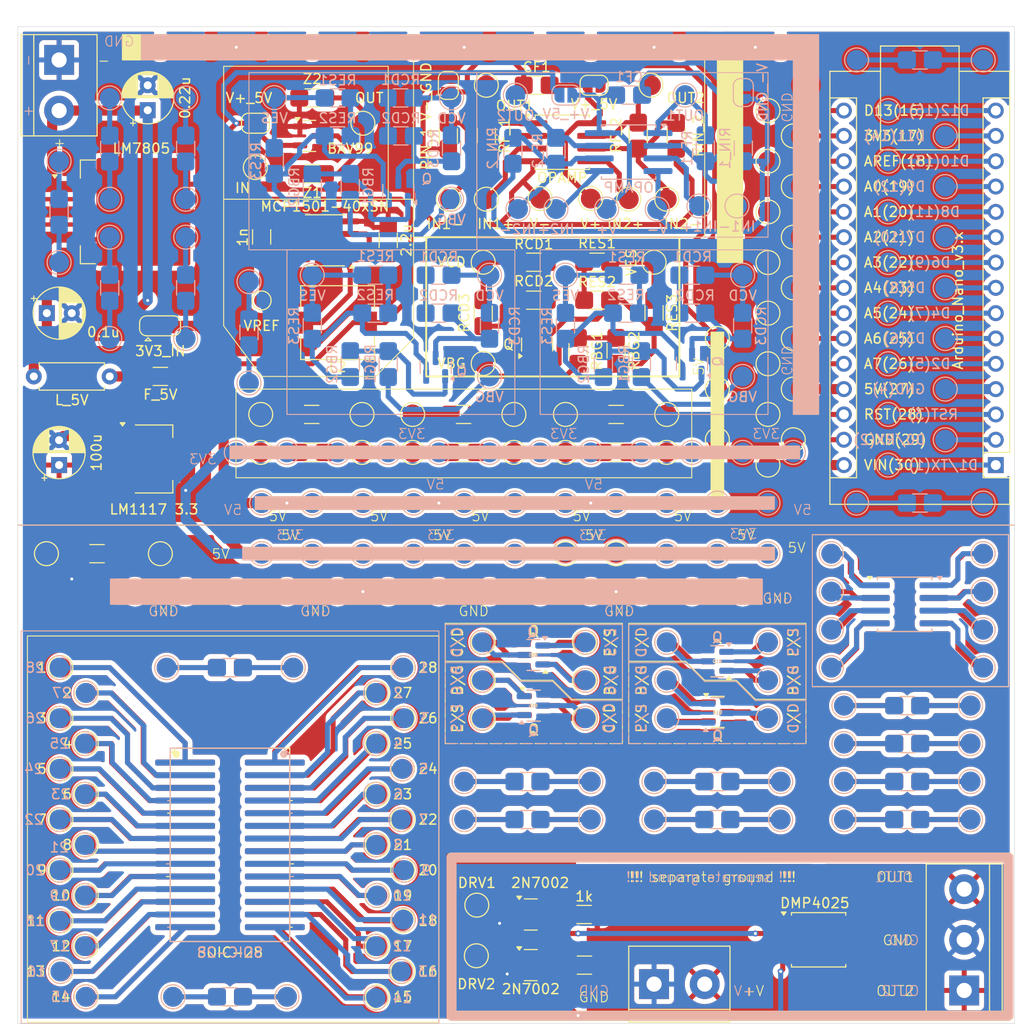
<source format=kicad_pcb>
(kicad_pcb (version 20241229) (generator "pcbnew") (generator_version "9.0")
  (layers (0 "F.Cu" signal) (2 "B.Cu" signal) (13 "F.Paste" user) (15 "B.Paste" user) (5 "F.SilkS" user "F.Silkscreen") (7 "B.SilkS" user "B.Silkscreen") (1 "F.Mask" user) (3 "B.Mask" user) (25 "Edge.Cuts" user))
  (net 0 "")
  (net 1 "Net-(A1-D1{slash}TX)")
  (net 2 "Net-(A1-D0{slash}RX)")
  (net 3 "Net-(A1-~{RESET}-Pad3)")
  (net 4 "GND")
  (net 5 "Net-(A1-D2)")
  (net 6 "Net-(A1-D3)")
  (net 7 "Net-(A1-D4)")
  (net 8 "Net-(A1-D5)")
  (net 9 "Net-(A1-D6)")
  (net 10 "Net-(A1-D7)")
  (net 11 "Net-(A1-D8)")
  (net 12 "Net-(A1-D9)")
  (net 13 "Net-(A1-D10)")
  (net 14 "Net-(A1-D11)")
  (net 15 "Net-(A1-D12)")
  (net 16 "Net-(A1-D13)")
  (net 17 "Net-(A1-A0)")
  (net 18 "Net-(A1-A1)")
  (net 19 "Net-(A1-A2)")
  (net 20 "Net-(A1-A3)")
  (net 21 "Net-(A1-A4)")
  (net 22 "Net-(A1-A5)")
  (net 23 "Net-(A1-A6)")
  (net 24 "Net-(A1-A7)")
  (net 25 "Net-(A1-~{RESET}-Pad28)")
  (net 26 "Net-(A1-VIN)")
  (net 27 "VCC")
  (net 28 "Net-(U1-VO)")
  (net 29 "Net-(JP4-C)")
  (net 30 "+3.3V")
  (net 31 "Net-(JP6-A)")
  (net 32 "Net-(JP5-B)")
  (net 33 "Net-(U7-VDD)")
  (net 34 "Net-(D1-A)")
  (net 35 "Net-(D1-K-Pad3)")
  (net 36 "+5V")
  (net 37 "Net-(F1-Pad1)")
  (net 38 "Net-(Q2-D)")
  (net 39 "Net-(Q3-D)")
  (net 40 "Net-(J1-Pin_2)")
  (net 41 "Net-(J2-Pin_3)")
  (net 42 "Net-(J2-Pin_1)")
  (net 43 "Net-(U3A--)")
  (net 44 "Net-(R1-Pad2)")
  (net 45 "Net-(U3B--)")
  (net 46 "Net-(R2-Pad2)")
  (net 47 "Net-(R17-Pad2)")
  (net 48 "Net-(R25-Pad1)")
  (net 49 "Net-(R25-Pad2)")
  (net 50 "Net-(R26-Pad1)")
  (net 51 "Net-(R27-Pad1)")
  (net 52 "Net-(R27-Pad2)")
  (net 53 "Net-(R28-Pad1)")
  (net 54 "Net-(R29-Pad1)")
  (net 55 "Net-(R29-Pad2)")
  (net 56 "Net-(R30-Pad1)")
  (net 57 "Net-(R33-Pad1)")
  (net 58 "Net-(R33-Pad2)")
  (net 59 "Net-(Q1-C)")
  (net 60 "Net-(Q1-E)")
  (net 61 "Net-(R36-Pad2)")
  (net 62 "Net-(R37-Pad1)")
  (net 63 "Net-(Q1-B)")
  (net 64 "Net-(R40-Pad2)")
  (net 65 "Net-(U3A-+)")
  (net 66 "Net-(U3B-+)")
  (net 67 "Net-(R26-Pad2)")
  (net 68 "Net-(R28-Pad2)")
  (net 69 "Net-(R30-Pad2)")
  (net 70 "Net-(A1-GND-Pad4)")
  (net 71 "Net-(A1-3V3)")
  (net 72 "Net-(A1-+5V)")
  (net 73 "Net-(A1-GND-Pad29)")
  (net 74 "/VREF")
  (net 75 "Net-(U7-FB)")
  (net 76 "Net-(JP1-A)")
  (net 77 "Net-(JP2-B)")
  (net 78 "Net-(U4A--)")
  (net 79 "Net-(U4B--)")
  (net 80 "Net-(R7-Pad2)")
  (net 81 "Net-(R8-Pad2)")
  (net 82 "Net-(U4A-+)")
  (net 83 "Net-(U4B-+)")
  (net 84 "Net-(Q5-B)")
  (net 85 "Net-(Q5-E)")
  (net 86 "Net-(Q5-C)")
  (net 87 "Net-(R9-Pad2)")
  (net 88 "Net-(R11-Pad2)")
  (net 89 "Net-(R12-Pad1)")
  (net 90 "Net-(R14-Pad2)")
  (net 91 "Net-(R15-Pad2)")
  (net 92 "Net-(Q6-B)")
  (net 93 "Net-(Q6-E)")
  (net 94 "Net-(Q6-C)")
  (net 95 "Net-(R19-Pad2)")
  (net 96 "Net-(R21-Pad2)")
  (net 97 "Net-(R22-Pad1)")
  (net 98 "Net-(R24-Pad2)")
  (net 99 "Net-(R31-Pad2)")
  (net 100 "Net-(Q7-B)")
  (net 101 "Net-(Q7-E)")
  (net 102 "Net-(Q7-C)")
  (net 103 "Net-(R43-Pad2)")
  (net 104 "Net-(R45-Pad2)")
  (net 105 "Net-(R46-Pad1)")
  (net 106 "Net-(R48-Pad2)")
  (net 107 "Net-(R49-Pad2)")
  (net 108 "GND1")
  (net 109 "Net-(Q2-G)")
  (net 110 "Net-(Q3-G)")
  (net 111 "Net-(R51-Pad1)")
  (net 112 "Net-(R51-Pad2)")
  (net 113 "Net-(R52-Pad1)")
  (net 114 "Net-(R52-Pad2)")
  (net 115 "Net-(R53-Pad1)")
  (net 116 "Net-(R53-Pad2)")
  (net 117 "Net-(R54-Pad1)")
  (net 118 "Net-(R54-Pad2)")
  (net 119 "Net-(R55-Pad1)")
  (net 120 "Net-(R55-Pad2)")
  (net 121 "Net-(R56-Pad1)")
  (net 122 "Net-(R56-Pad2)")
  (net 123 "Net-(R57-Pad1)")
  (net 124 "Net-(R57-Pad2)")
  (net 125 "Net-(R58-Pad1)")
  (net 126 "Net-(R58-Pad2)")
  (net 127 "Net-(U5-A0)")
  (net 128 "Net-(U5-A1)")
  (net 129 "Net-(U5-A2)")
  (net 130 "Net-(U5-A3)")
  (net 131 "Net-(U5-A4)")
  (net 132 "Net-(U5-A5)")
  (net 133 "Net-(U5-A6)")
  (net 134 "Net-(U5-A7)")
  (net 135 "Net-(U5-A8)")
  (net 136 "Net-(U5-A9)")
  (net 137 "Net-(U5-A10)")
  (net 138 "Net-(U5-A11)")
  (net 139 "Net-(U5-A12)")
  (net 140 "Net-(U5-A13)")
  (net 141 "Net-(U5-A14)")
  (net 142 "Net-(U5-GND)")
  (net 143 "Net-(U5-~{WE})")
  (net 144 "Net-(U5-~{OE})")
  (net 145 "Net-(U5-~{CS})")
  (net 146 "Net-(U5-D0)")
  (net 147 "Net-(U5-D1)")
  (net 148 "Net-(U5-D2)")
  (net 149 "Net-(U5-D3)")
  (net 150 "Net-(U5-D4)")
  (net 151 "Net-(U5-D5)")
  (net 152 "Net-(U5-D6)")
  (net 153 "Net-(U5-D7)")
  (net 154 "Net-(U5-VCC)")
  (net 155 "Net-(Q8-B)")
  (net 156 "Net-(Q8-E)")
  (net 157 "Net-(Q8-C)")
  (net 158 "Net-(Q9-B)")
  (net 159 "Net-(Q9-E)")
  (net 160 "Net-(Q9-C)")
  (net 161 "Net-(Q10-B)")
  (net 162 "Net-(Q10-E)")
  (net 163 "Net-(Q10-C)")
  (net 164 "Net-(Q11-B)")
  (net 165 "Net-(Q11-E)")
  (net 166 "Net-(Q11-C)")
  (net 167 "Net-(U6A--)")
  (net 168 "Net-(U6A-+)")
  (net 169 "Net-(U6B--)")
  (net 170 "Net-(U6B-+)")
  (net 171 "Net-(U6A-V-)")
  (net 172 "Net-(U6A-V+)")
  (net 173 "Net-(TP229-Pad1)")
  (net 174 "Net-(TP230-Pad1)")
  (net 175 "Net-(R59-Pad1)")
  (net 176 "Net-(R59-Pad2)")
  (net 177 "Net-(R60-Pad1)")
  (net 178 "Net-(R60-Pad2)")
  (net 179 "Net-(R61-Pad1)")
  (net 180 "Net-(R61-Pad2)")
  (net 181 "Net-(R62-Pad1)")
  (net 182 "Net-(R62-Pad2)")
  (net 183 "Net-(R63-Pad1)")
  (net 184 "Net-(R63-Pad2)")
  (net 185 "Net-(R64-Pad1)")
  (net 186 "Net-(R64-Pad2)")
  (net 187 "Net-(R65-Pad1)")
  (net 188 "Net-(R65-Pad2)")
  (net 189 "Net-(R66-Pad1)")
  (net 190 "Net-(R66-Pad2)")
  (net 191 "Net-(R67-Pad1)")
  (net 192 "Net-(R67-Pad2)")
  (net 193 "Net-(R68-Pad1)")
  (net 194 "Net-(R68-Pad2)")
  (net 195 "Net-(R69-Pad1)")
  (net 196 "Net-(R69-Pad2)")
  (net 197 "Net-(U8-A0)")
  (net 198 "Net-(U8-A1)")
  (net 199 "Net-(U8-A2)")
  (net 200 "Net-(U8-A3)")
  (net 201 "Net-(U8-A4)")
  (net 202 "Net-(U8-A5)")
  (net 203 "Net-(U8-A6)")
  (net 204 "Net-(U8-A7)")
  (net 205 "Net-(U8-A8)")
  (net 206 "Net-(U8-A9)")
  (net 207 "Net-(U8-A10)")
  (net 208 "Net-(U8-A11)")
  (net 209 "Net-(U8-A12)")
  (net 210 "Net-(U8-A13)")
  (net 211 "Net-(U8-A14)")
  (net 212 "Net-(U8-~{WE})")
  (net 213 "Net-(U8-~{OE})")
  (net 214 "Net-(U8-~{CS})")
  (net 215 "Net-(U8-VCC)")
  (net 216 "Net-(U8-GND)")
  (net 217 "Net-(U8-D0)")
  (net 218 "Net-(U8-D1)")
  (net 219 "Net-(U8-D2)")
  (net 220 "Net-(U8-D3)")
  (net 221 "Net-(U8-D4)")
  (net 222 "Net-(U8-D5)")
  (net 223 "Net-(U8-D6)")
  (net 224 "Net-(U8-D7)")
  (net 225 "Net-(U9A--)")
  (net 226 "Net-(U9A-+)")
  (net 227 "Net-(U9B--)")
  (net 228 "Net-(U9B-+)")
  (net 229 "Net-(U9A-V+)")
  (net 230 "Net-(U9A-V-)")
  (net 231 "Net-(TP287-Pad1)")
  (net 232 "Net-(TP288-Pad1)")
  (net 233 "Net-(R70-Pad1)")
  (net 234 "Net-(R70-Pad2)")
  (net 235 "Net-(R71-Pad1)")
  (net 236 "Net-(R71-Pad2)")
  (net 237 "Net-(Q12-B)")
  (net 238 "Net-(Q12-E)")
  (net 239 "Net-(Q12-C)")
  (net 240 "Net-(Q13-B)")
  (net 241 "Net-(Q13-E)")
  (net 242 "Net-(Q13-C)")
  (net 243 "Net-(Q14-B)")
  (net 244 "Net-(Q14-E)")
  (net 245 "Net-(Q14-C)")
  (net 246 "Net-(Q15-B)")
  (net 247 "Net-(Q15-E)")
  (net 248 "Net-(Q15-C)")
  (net 249 "Net-(R72-Pad1)")
  (net 250 "Net-(R72-Pad2)")
  (net 251 "Net-(R73-Pad1)")
  (net 252 "Net-(R73-Pad2)")
  (net 253 "Net-(R74-Pad1)")
  (net 254 "Net-(R74-Pad2)")
  (net 255 "Net-(R75-Pad1)")
  (net 256 "Net-(R75-Pad2)")
  (net 257 "Net-(R76-Pad1)")
  (net 258 "Net-(R76-Pad2)")
  (net 259 "Net-(R77-Pad1)")
  (net 260 "Net-(R77-Pad2)")
  (net 261 "Net-(R78-Pad1)")
  (net 262 "Net-(R78-Pad2)")
  (net 263 "Net-(R79-Pad1)")
  (net 264 "Net-(R79-Pad2)")
  (footprint "testboard:R_1206_0805_3216Metric_Pad1.30x1.75mm_HandSolder_test" (layer "F.Cu") (at 189.23 125.73)
    (property "Reference" "R63" (hide yes))
    (property "Value" "Z" (hide yes))
  )
  (footprint "TestPoint:TestPoint_Pad_D2.0mm" (layer "F.Cu") (at 182.88 125.73)
    (property "Reference" "TP240" (hide yes))
    (property "Value" "B" (hide yes))
  )
  (footprint "Capacitor_THT:CP_Radial_D5.0mm_P2.50mm" (layer "F.Cu") (at 113.03 58.38 90)
    (property "Reference" "C1" (hide yes))
    (property "Value" "0.22u")
  )
  (footprint "testboard:SOIC-8_5.23x5.23mm_P1.27mm_test" (layer "F.Cu") (at 188.976 107.95)
    (property "Reference" "U6" (hide yes))
    (property "Value" "OPAMP" (hide yes))
  )
  (footprint "TestPoint:TestPoint_Pad_D2.0mm" (layer "F.Cu") (at 175.26 63.5)
    (property "Reference" "TP81" (hide yes))
    (property "Value" "AREF(18)")
  )
  (footprint "TestPoint:TestPoint_Pad_D2.0mm" (layer "F.Cu") (at 115.57 147.32)
    (property "Reference" "TP252" (hide yes))
    (property "Value" "B" (hide yes))
  )
  (footprint "Resistor_THT:R_Axial_DIN0207_L6.3mm_D2.5mm_P7.62mm_Horizontal" (layer "F.Cu") (at 101.6 85.09)
    (property "Reference" "L1" (hide yes))
    (property "Value" "L_5V")
  )
  (footprint "TestPoint:TestPoint_Pad_D2.0mm" (layer "F.Cu") (at 138.615 124.46)
    (property "Reference" "TP168" (hide yes))
    (property "Value" "24")
  )
  (footprint "testboard:R_1206_0805_3216Metric_Pad1.30x1.75mm_HandSolder_test" (layer "F.Cu") (at 170.18 125.73)
    (property "Reference" "R61" (hide yes))
    (property "Value" "Z" (hide yes))
  )
  (footprint "testboard:R_1206_0805_3216Metric_Pad1.30x1.75mm_HandSolder_test" (layer "F.Cu") (at 129.54 57.15)
    (property "Reference" "R18" (hide yes))
    (property "Value" "Z2")
  )
  (footprint "TestPoint:TestPoint_Pad_D2.0mm" (layer "F.Cu") (at 114.3 102.87)
    (property "Reference" "TP249" (hide yes))
    (property "Value" "A" (hide yes))
  )
  (footprint "Package_SO:SOIC-8_3.9x4.9mm_P1.27mm" (layer "F.Cu") (at 130.81 71.435 180)
    (property "Reference" "U7" (hide yes))
    (property "Value" "MCP1501-40xSN")
  )
  (footprint "TestPoint:TestPoint_Pad_D2.0mm" (layer "F.Cu") (at 167.64 106.68)
    (property "Reference" "TP206" (hide yes))
    (property "Value" "GND" (hide yes))
  )
  (footprint "TestPoint:TestPoint_Pad_D2.0mm" (layer "F.Cu") (at 146.685 115.57)
    (property "Reference" "TP214" (hide yes))
    (property "Value" "B/G")
  )
  (footprint "Package_TO_SOT_SMD:SOT-23" (layer "F.Cu") (at 170.22 118.74)
    (property "Reference" "Q10" (hide yes))
    (property "Value" "Q")
  )
  (footprint "TestPoint:TestPoint_Pad_D2.0mm" (layer "F.Cu") (at 138.615 119.38)
    (property "Reference" "TP172" (hide yes))
    (property "Value" "26")
  )
  (footprint "TestPoint:TestPoint_Pad_D2.0mm" (layer "F.Cu") (at 138.615 144.78)
    (property "Reference" "TP182" (hide yes))
    (property "Value" "16")
  )
  (footprint "testboard:R_1206_0805_3216Metric_Pad1.30x1.75mm_HandSolder_test" (layer "F.Cu") (at 143.1925 60.96 90)
    (property "Reference" "R4" (hide yes))
    (property "Value" "RIN_1")
  )
  (footprint "TestPoint:TestPoint_Pad_D2.0mm" (layer "F.Cu") (at 157.48 67.25)
    (property "Reference" "TP5" (hide yes))
    (property "Value" "V+")
  )
  (footprint "TestPoint:TestPoint_Pad_D2.0mm" (layer "F.Cu") (at 171.45 66.04)
    (property "Reference" "TP28" (hide yes))
    (property "Value" "GND" (hide yes))
  )
  (footprint "TestPoint:TestPoint_Pad_D2.0mm" (layer "F.Cu") (at 177.8 60.96)
    (property "Reference" "TP83" (hide yes))
    (property "Value" "3V3(17)")
  )
  (footprint "TestPoint:TestPoint_Pad_D2.0mm" (layer "F.Cu") (at 106.865 132.08)
    (property "Reference" "TP161" (hide yes))
    (property "Value" "8")
  )
  (footprint "Capacitor_THT:CP_Radial_D5.0mm_P2.50mm" (layer "F.Cu") (at 104.14 93.98 90)
    (property "Reference" "C4" (hide yes))
    (property "Value" "100u")
  )
  (footprint "TestPoint:TestPoint_Pad_D2.0mm" (layer "F.Cu") (at 124.37 92.71 180)
    (property "Reference" "TP47" (hide yes))
    (property "Value" "A" (hide yes))
  )
  (footprint "TestPoint:TestPoint_Pad_D2.0mm" (layer "F.Cu") (at 175.26 119.38)
    (property "Reference" "TP218" (hide yes))
    (property "Value" "C/D")
  )
  (footprint "TestPoint:TestPoint_Pad_D2.0mm" (layer "F.Cu") (at 182.88 129.54)
    (property "Reference" "TP242" (hide yes))
    (property "Value" "B" (hide yes))
  )
  (footprint "TestPoint:TestPoint_Pad_D2.0mm" (layer "F.Cu") (at 165.1 115.57)
    (property "Reference" "TP217" (hide yes))
    (property "Value" "B/G")
  )
  (footprint "TestPoint:TestPoint_Pad_D2.0mm" (layer "F.Cu") (at 152.4 106.68)
    (property "Reference" "TP205" (hide yes))
    (property "Value" "GND" (hide yes))
  )
  (footprint "TestPoint:TestPoint_Pad_D2.0mm" (layer "F.Cu") (at 127 147.32)
    (property "Reference" "TP251" (hide yes))
    (property "Value" "A" (hide yes))
  )
  (footprint "TestPoint:TestPoint_Pad_D2.0mm" (layer "F.Cu") (at 127 106.68)
    (property "Reference" "TP208" (hide yes))
    (property "Value" "GND" (hide yes))
  )
  (footprint "TestPoint:TestPoint_Pad_D2.0mm" (layer "F.Cu") (at 143.1925 67.31)
    (property "Reference" "TP4" (hide yes))
    (property "Value" "IN1-")
  )
  (footprint "TestPoint:TestPoint_Pad_D2.0mm" (layer "F.Cu") (at 162.56 106.68)
    (property "Reference" "TP201" (hide yes))
    (property "Value" "GND" (hide yes))
  )
  (footprint "TestPoint:TestPoint_Pad_D2.0mm" (layer "F.Cu") (at 170.18 102.87)
    (property "Reference" "TP194" (hide yes))
    (property "Value" "5V" (hide yes))
  )
  (footprint "TestPoint:TestPoint_Pad_D2.0mm" (layer "F.Cu") (at 170.18 86.36)
    (property "Reference" "TP15" (hide yes))
    (property "Value" "5V" (hide yes))
  )
  (footprint "TestPoint:TestPoint_Pad_D2.0mm" (layer "F.Cu") (at 129.54 102.87)
    (property "Reference" "TP195" (hide yes))
    (property "Value" "5V" (hide yes))
  )
  (footprint "TestPoint:TestPoint_Pad_D2.0mm" (layer "F.Cu") (at 149.77 88.9 180)
    (property "Reference" "TP45" (hide yes))
    (property "Value" "B" (hide yes))
  )
  (footprint "TestPoint:TestPoint_Pad_D2.0mm" (layer "F.Cu") (at 165.1 92.71 180)
    (property "Reference" "TP42" (hide yes))
    (property "Value" "COM" (hide yes))
  )
  (footprint "TestPoint:TestPoint_Pad_D2.0mm" (layer "F.Cu") (at 104.325 114.3)
    (property "Reference" "TP173" (hide yes))
    (property "Value" "1")
  )
  (footprint "Jumper:SolderJumper-2_P1.3mm_Open_RoundedPad1.0x1.5mm" (layer "F.Cu") (at 123.84 59.69 180)
    (property "Reference" "JP13" (hide yes))
    (property "Value" "V+_5V")
  )
  (footprint "TestPoint:TestPoint_Pad_D2.0mm" (layer "F.Cu") (at 134.62 102.87)
    (property "Reference" "TP187" (hide yes))
    (property "Value" "5V" (hide yes))
  )
  (footprint "TestPoint:TestPoint_Pad_D2.0mm" (layer "F.Cu") (at 196.85 106.68)
    (property "Reference" "TP230" (hide yes))
    (property "Value" "OUT2" (hide yes))
  )
  (footprint "testboard:R_1206_0805_3216Metric_Pad1.30x1.75mm_HandSolder_test" (layer "F.Cu") (at 160.02 82.52 90)
    (property "Reference" "R39" (hide yes))
    (property "Value" "RBG2")
  )
  (footprint "Inductor_SMD:L_7.3x7.3_H3.5" (layer "F.Cu") (at 132.08 79.69 180)
    (property "Reference" "L2")
    (property "Value" "L_Small" (hide yes))
  )
  (footprint "TestPoint:TestPoint_Pad_D2.0mm" (layer "F.Cu") (at 104.325 119.38)
    (property "Reference" "TP166" (hide yes))
    (property "Value" "3")
  )
  (footprint "TestPoint:TestPoint_Pad_D2.0mm" (layer "F.Cu") (at 171.45 60.96)
    (property "Reference" "TP20" (hide yes))
    (property "Value" "GND" (hide yes))
  )
  (footprint "TestPoint:TestPoint_Pad_D2.0mm" (layer "F.Cu") (at 175.26 111.76)
    (property "Reference" "TP221" (hide yes))
    (property "Value" "E/S")
  )
  (footprint "TestPoint:TestPoint_Pad_D2.0mm" (layer "F.Cu") (at 163.83 73.63)
    (property "Reference" "TP54" (hide yes))
    (property "Value" "VES")
  )
  (footprint "Package_TO_SOT_SMD:TO-263-3_TabPin2" (layer "F.Cu") (at 111.095 68.58)
    (property "Reference" "U1" (hide yes))
    (property "Value" "LM7805")
  )
  (footprint "TestPoint:TestPoint_Pad_D2.0mm" (layer "F.Cu") (at 175.26 88.9)
    (property "Reference" "TP57" (hide yes))
    (property "Value" "RST(28)")
  )
  (footprint "testboard:R_1206_0805_3216Metric_Pad1.30x1.75mm_HandSolder_test" (layer "F.Cu") (at 156.815 139.065 180)
    (property "Reference" "R42" (hide yes))
    (property "Value" "1k")
  )
  (footprint "Package_SO:SOIC-8_5.23x5.23mm_P1.27mm" (layer "F.Cu") (at 180.34 141.605)
    (property "Reference" "Q4" (hide yes))
    (property "Value" "DMP4025")
  )
  (footprint "TestPoint:TestPoint_Pad_D2.0mm" (layer "F.Cu") (at 181.61 106.68)
    (property "Reference" "TP223" (hide yes))
    (property "Value" "IN1-" (hide yes))
  )
  (footprint "testboard:SOIC-8_5.23x5.23mm_P1.27mm_test" (layer "F.Cu") (at 154.6225 61.595)
    (property "Reference" "U3" (hide yes))
    (property "Value" "OPAMP")
  )
  (footprint "testboard:R_1206_0805_3216Metric_Pad1.30x1.75mm_HandSolder_test" (layer "F.Cu") (at 189.23 118.11)
    (property "Reference" "R65" (hide yes))
    (property "Value" "Z" (hide yes))
  )
  (footprint "TestPoint:TestPoint_Pad_D2.0mm" (layer "F.Cu") (at 127.62 114.3)
    (property "Reference" "TP247" (hide yes))
    (property "Value" "A" (hide yes))
  )
  (footprint "testboard:R_1206_0805_3216Metric_Pad1.30x1.75mm_HandSolder_test" (layer "F.Cu") (at 158.115 73.63)
    (property "Reference" "R37" (hide yes))
    (property "Value" "RES1")
  )
  (footprint "TestPoint:TestPoint_Pad_D2.0mm" (layer "F.Cu") (at 139.7 102.87)
    (property "Reference" "TP192" (hide yes))
    (property "Value" "5V" (hide yes))
  )
  (footprint "TestPoint:TestPoint_Pad_D2.0mm" (layer "F.Cu") (at 195.58 129.54)
    (property "Reference" "TP241" (hide yes))
    (property "Value" "A" (hide yes))
  )
  (footprint "testboard:R_1206_0805_3216Metric_Pad1.30x1.75mm_HandSolder_test" (layer "F.Cu") (at 151.765 73.63 180)
    (property "Reference" "R33" (hide yes))
    (property "Value" "RCD1")
  )
  (footprint "testboard:R_1206_0805_3216Metric_Pad1.30x1.75mm_HandSolder_test" (layer "F.Cu") (at 162.2425 60.93 90)
    (property "Reference" "R2" (hide yes))
    (property "Value" "RF_2")
  )
  (footprint "TestPoint:TestPoint_Pad_D2.0mm" (layer "F.Cu") (at 160.02 102.87)
    (property "Reference" "TP193" (hide yes))
    (property "Value" "5V" (hide yes))
  )
  (footprint "TestPoint:TestPoint_Pad_D2.0mm" (layer "F.Cu") (at 175.26 93.98)
    (property "Reference" "TP84" (hide yes))
    (property "Value" "VIN(30)")
  )
  (footprint "TestPoint:TestPoint_Pad_D2.0mm" (layer "F.Cu") (at 138.615 114.3)
    (property "Reference" "TP186" (hide yes))
    (property "Value" "28")
  )
  (footprint "TestPoint:TestPoint_Pad_D2.0mm" (layer "F.Cu") (at 170.18 91.44)
    (property "Reference" "TP14" (hide yes))
    (property "Value" "5V" (hide yes))
  )
  (footprint "TestPoint:TestPoint_Pad_D2.0mm" (layer "F.Cu") (at 104.325 129.54)
    (property "Reference" "TP162" (hide yes))
    (property "Value" "7")
  )
  (footprint "TestPoint:TestPoint_Pad_D2.0mm" (layer "F.Cu") (at 136.075 132.08)
    (property "Reference" "TP169" (hide yes))
    (property "Value" "21")
  )
  (footprint "TestPoint:TestPoint_Pad_D2.0mm" (layer "F.Cu") (at 124.46 102.87)
    (property "Reference" "TP191" (hide yes))
    (property "Value" "5V" (hide yes))
  )
  (footprint "TestPoint:TestPoint_Pad_D2.0mm" (layer "F.Cu") (at 104.325 144.78)
    (property "Reference" "TP180" (hide yes))
    (property "Value" "13")
  )
  (footprint "TestPoint:TestPoint_Pad_D2.0mm" (layer "F.Cu") (at 154.94 102.87)
    (property "Reference" "TP189" (hide yes))
    (property "Value" "5V" (hide yes))
  )
  (footprint "TestPoint:TestPoint_Pad_D2.0mm" (layer "F.Cu") (at 157.48 106.68)
    (property "Reference" "TP210" (hide yes))
    (property "Value" "GND" (hide yes))
  )
  (footprint "Package_TO_SOT_SMD:SOT-23" (layer "F.Cu") (at 151.4625 139.065)
    (property "Reference" "Q3" (hide yes))
    (property "Value" "2N7002")
  )
  (footprint "Jumper:SolderJumper-2_P1.3mm_Open_RoundedPad1.0x1.5mm" (layer "F.Cu") (at 143.1925 55.895 -90)
    (property "Reference" "JP5" (hide yes))
    (property "Value" "V-_GND")
  )
  (footprint "TestPoint:TestPoint_Pad_D2.0mm" (layer "F.Cu") (at 146.685 73.63)
    (property "Reference" "TP53" (hide yes))
    (property "Value" "VCD")
  )
  (footprint "TestPoint:TestPoint_Pad_D2.0mm" (layer "F.Cu") (at 165.1 88.9 180)
    (property "Reference" "TP43" (hide yes))
    (property "Value" "B" (hide yes))
  )
  (footprint "Package_TO_SOT_SMD:SOT-23" (layer "F.Cu") (at 151.765 113.03 180)
    (property "Reference" "Q8" (hide yes))
    (property "Value" "Q")
  )
  (footprint "TestPoint:TestPoint_Pad_D2.0mm" (layer "F.Cu") (at 154.94 92.71 180)
    (property "Reference" "TP41" (hide yes))
    (property "Value" "A" (hide yes))
  )
  (footprint "TestPoint:TestPoint_Pad_D2.0mm" (layer "F.Cu") (at 165.1 67.31)
    (property "Reference" "TP9" (hide yes))
    (property "Value" "IN2-")
  )
  (footprint "TestPoint:TestPoint_Pad_D2.0mm" (layer "F.Cu") (at 138.615 129.54)
    (property "Reference" "TP176" (hide yes))
    (property "Value" "22")
  )
  (footprint "TestPoint:TestPoint_Pad_D2.0mm" (layer "F.Cu") (at 136.075 121.92)
    (property "Reference" "TP167" (hide yes))
    (property "Value" "25")
  )
  (footprint "testboard:R_1206_0805_3216Metric_Pad1.30x1.75mm_HandSolder_test" (layer "F.Cu") (at 107.95 102.87)
    (property "Reference" "R68" (hide yes))
    (property "Value" "Z" (hide yes))
  )
  (footprint "TestPoint:TestPoint_Pad_D2.0mm" (layer "F.Cu") (at 147.32 106.68)
    (property "Reference" "TP204" (hide yes))
    (property "Value" "GND" (hide yes))
  )
  (footprint "TestPoint:TestPoint_Pad_D2.0mm" (layer "F.Cu") (at 142.24 106.68)
    (property "Reference" "TP200" (hide yes))
    (property "Value" "GND" (hide yes))
  )
  (footprint "testboard:R_1206_0805_3216Metric_Pad1.30x1.75mm_HandSolder_test" (layer "F.Cu") (at 129.51 64.77 180)
    (property "Reference" "R17" (hide yes))
    (property "Value" "Z1")
  )
  (footprint "TestPoint:TestPoint_Pad_D2.0mm" (layer "F.Cu") (at 114.92 114.3)
    (property "Reference" "TP248" (hide yes))
    (property "Value" "B" (hide yes))
  )
  (footprint "TerminalBlock:TerminalBlock_bornier-2_P5.08mm" (layer "F.Cu") (at 104.14 53.34 -90)
    (property "Reference" "J3" (hide yes))
    (property "Value" "Screw_Terminal_01x02")
  )
  (footprint "testboard:R_1206_0805_3216Metric_Pad1.30x1.75mm_HandSolder_test" (layer "F.Cu") (at 144.72 88.9 180)
    (property "Reference" "R28" (hide yes))
    (property "Value" "Z" (hide yes))
  )
  (footprint "testboard:R_1206_0805_3216Metric_Pad1.30x1.75mm_HandSolder_test" (layer "F.Cu") (at 146.685 78.74 90)
    (property "Reference" "R35" (hide yes))
    (property "Value" "RCD3")
  )
  (footprint "TestPoint:TestPoint_Pad_D2.0mm" (layer "F.Cu") (at 104.325 134.62)
    (property "Reference" "TP160" (hide yes))
    (property "Value" "9")
  )
  (footprint "TestPoint:TestPoint_Pad_D2.0mm" (layer "F.Cu") (at 134.53 88.9 180)
    (property "Reference" "TP50" (hide yes))
    (property "Value" "B" (hide yes))
  )
  (footprint "TestPoint:TestPoint_Pad_D2.0mm" (layer "F.Cu") (at 144.78 129.54)
    (property "Reference" "TP234" (hide yes))
    (property "Value" "B" (hide yes))
  )
  (footprint "TestPoint:TestPoint_Pad_D2.0mm" (layer "F.Cu") (at 104.325 124.46)
    (property "Reference" "TP164" (hide yes))
    (property "Value" "5")
  )
  (footprint "TestPoint:TestPoint_Pad_D2.0mm" (layer "F.Cu") (at 196.85 102.87)
    (property "Reference" "TP227" (hide yes))
    (property "Value" "V+" (hide yes))
  )
  (footprint "TestPoint:TestPoint_Pad_D2.0mm" (layer "F.Cu") (at 135.89 52.07)
    (property "Reference" "TP25" (hide yes))
    (property "Value" "GND" (hide yes))
  )
  (footprint "TestPoint:TestPoint_Pad_D2.0mm" (layer "F.Cu") (at 156.845 119.38)
    (property "Reference" "TP215" (hide yes))
    (property "Value" "C/D")
  )
  (footprint "TestPoint:TestPoint_Pad_D2.0mm" (layer "F.Cu") (at 175.26 115.57)
    (property "Reference" "TP222" (hide yes))
    (property "Value" "B/G")
  )
  (footprint "testboard:R_1206_0805_3216Metric_Pad1.30x1.75mm_HandSolder_test" (layer "F.Cu") (at 144.72 92.71 180)
    (property "Reference" "R27" (hide yes))
    (property "Value" "Z" (hide yes))
  )
  (footprint "TestPoint:TestPoint_Pad_D2.0mm" (layer "F.Cu") (at 121.92 106.68)
    (property "Reference" "TP203" (hide yes))
    (property "Value" "GND" (hide yes))
  )
  (footprint "TestPoint:TestPoint_Pad_D2.0mm" (layer "F.Cu") (at 111.76 106.68)
    (property "Reference" "TP202" (hide yes))
    (property "Value" "GND" (hide yes))
  )
  (footprint "testboard:R_1206_0805_3216Metric_Pad1.30x1.75mm_HandSolder_test" (layer "F.Cu") (at 160.02 88.9 180)
    (property "Reference" "R26" (hide yes))
    (property "Value" "Z" (hide yes))
  )
  (footprint "testboard:R_1206_0805_3216Metric_Pad1.30x1.75mm_HandSolder_test" (layer "F.Cu") (at 189.23 121.92)
    (property "Reference" "R66" (hide yes))
    (property "Value" "Z" (hide yes))
  )
  (footprint "TestPoint:TestPoint_Pad_D2.0mm" (layer "F.Cu") (at 144.78 125.73)
    (property "Reference" "TP232" (hide yes))
    (property "Value" "B" (hide yes))
  )
  (footprint "TestPoint:TestPoint_Pad_D2.0mm" (layer "F.Cu") (at 177.8 91.44)
    (property "Reference" "TP38" (hide yes))
    (property "Value" "GND(29)")
  )
  (footprint "TestPoint:TestPoint_Pad_D2.0mm" (layer "F.Cu") (at 154.94 97.79)
    (property "Reference" "TP12" (hide yes))
    (property "Value" "5V" (hide yes))
  )
  (footprint "TestPoint:TestPoint_Pad_D2.0mm" (layer "F.Cu") (at 146.685 119.38)
    (property "Reference" "TP216" (hide yes))
    (property "Value" "E/S")
  )
  (footprint "testboard:SOIC-28W_7.5x18.7mm_P1.27mm_test" (layer "F.Cu") (at 121.285 132.08)
    (property "Reference" "U5" (hide yes))
    (property "Value" "SOIC-28")
  )
  (footprint "TestPoint:TestPoint_Pad_D2.0mm" (layer "F.Cu") (at 175.26 102.87)
    (property "Reference" "TP190" (hide yes))
    (property "Value" "5V" (hide yes))
  )
  (footprint "testboard:R_1206_0805_3216Metric_Pad1.30x1.75mm_HandSolder_test" (layer "F.Cu") (at 121.285 147.32)
    (property "Reference" "R69" (hide yes))
    (property "Value" "Z" (hide yes))
  )
  (footprint "TestPoint:TestPoint_Pad_D2.0mm" (layer "F.Cu") (at 152.4 52.07)
    (property "Reference" "TP24" (hide yes))
    (property "Value" "GND" (hide yes))
  )
  (footprint "TestPoint:TestPoint_Pad_D2.0mm" (layer "F.Cu") (at 196.85 110.49)
    (property "Reference" "TP225" (hide yes))
    (property "Value" "IN2-" (hide yes))
  )
  (footprint "TestPoint:TestPoint_Pad_D2.0mm" (layer "F.Cu") (at 175.26 83.82)
    (property "Reference" "TP66" (hide yes))
    (property "Value" "A7(26)")
  )
  (footprint "TestPoint:TestPoint_Pad_D2.0mm" (layer "F.Cu") (at 177.8 76.2)
    (property "Reference" "TP63" (hide yes))
    (property "Value" "A4(23)")
  )
  (footprint "TestPoint:TestPoint_Pad_D2.0mm" (layer "F.Cu") (at 134.53 92.71 180)
    (property "Reference" "TP48" (hide yes))
    (property "Value" "B" (hide yes))
  )
  (footprint "TerminalBlock:TerminalBlock_bornier-3_P5.08mm" (layer "F.Cu") (at 194.945 146.685 90)
    (property "Reference" "J2" (hide yes))
    (property "Value" "Screw_Terminal_01x03" (hide yes))
  )
  (footprint "TestPoint:TestPoint_Pad_D2.0mm" (layer "F.Cu") (at 177.8 86.36)
    (property "Reference" "TP82" (hide yes))
    (property "Value" "5V(27)")
  )
  (footprint "TestPoint:TestPoint_Pad_D2.0mm" (layer "F.Cu") (at 175.26 73.66)
    (property "Reference" "TP62" (hide yes))
    (property "Value" "A3(22)")
  )
  (footprint "TestPoint:TestPoint_Pad_D2.0mm" (layer "F.Cu") (at 175.26 78.74)
    (property "Reference" "TP64" (hide yes))
    (property "Value" "A5(24)")
  )
  (footprint "TestPoint:TestPoint_Pad_D2.0mm" (layer "F.Cu") (at 147.0025 67.31)
    (property "Reference" "TP3" (hide yes))
    (property "Value" "IN1+")
  )
  (footprint "testboard:R_1206_0805_3216Metric_Pad1.30x1.75mm_HandSolder_test" (layer "F.Cu") (at 151.13 125.73)
    (property "Reference" "R59" (hide yes))
    (property "Value" "Z" (hide yes))
  )
  (footprint "Jumper:SolderJumper-2_P1.3mm_Open_RoundedPad1.0x1.5mm" (layer "F.Cu") (at 157.8125 55.88)
    (property "Reference" "JP6" (hide yes))
    (property "Value" "V+_5V")
  )
  (footprint "TestPoint:TestPoint_Pad_D2.0mm" (layer "F.Cu") (at 157.48 125.73)
    (property "Reference" "TP231" (hide yes))
    (property "Value" "A" (hide yes))
  )
  (footprint "TestPoint:TestPoint_Pad_D2.0mm" (layer "F.Cu") (at 124.37 88.9 180)
    (property "Reference" "TP49" (hide yes))
    (property "Value" "A" (hide yes))
  )
  (footprint "TestPoint:TestPoint_Pad_D2.0mm" (layer "F.Cu") (at 132.08 106.68)
    (property "Reference" "TP209" (hide yes))
    (property "Value" "GND" (hide yes))
  )
  (footprint "TestPoint:TestPoint_Pad_D2.0mm" (layer "F.Cu") (at 161.29 67.31)
    (property "Reference" "TP8" (hide yes))
    (property "Value" "IN2+")
  )
  (footprint "testboard:R_1206_0805_3216Metric_Pad1.30x1.75mm_HandSolder_test" (layer "F.Cu") (at 166.0525 60.96 -90)
    (property "Reference" "R3" (hide yes))
    (property "Value" "RIN_2")
  )
  (footprint "TestPoint:TestPoint_Pad_D2.0mm" (layer "F.Cu") (at 106.865 116.84)
    (property "Reference" "TP171" (hide yes))
    (property "Value" "2")
  )
  (footprint "TerminalBlock:TerminalBlock_bornier-2_P5.08mm" (layer "F.Cu") (at 163.83 146.05)
    (property "Reference" "J1" (hide yes))
    (property "Value" "Screw_Terminal_01x02" (hide yes))
  )
  (footprint "testboard:R_1206_0805_3216Metric_Pad1.30x1.75mm_HandSolder_test" (layer "F.Cu") (at 124.46 71.09 90)
    (property "Reference" "C10" (hide yes))
    (property "Value" "1n")
  )
  (footprint "TestPoint:TestPoint_Pad_D2.0mm" (layer "F.Cu") (at 136.075 147.32)
    (property "Reference" "TP181" (hide yes))
    (property "Value" "15")
  )
  (footprint "testboard:R_1206_0805_3216Metric_Pad1.30x1.75mm_HandSolder_test" (layer "F.Cu") (at 158.115 77.44 180)
    (property "Reference" "R38" (hide yes))
    (property "Value" "RES2")
  )
  (footprint "TestPoint:TestPoint_Pad_D2.0mm" (layer "F.Cu") (at 137.16 106.68)
    (property "Reference" "TP199" (hide yes))
    (property "Value" "GND" (hide yes))
  )
  (footprint "TestPoint:TestPoint_Pad_D2.0mm" (layer "F.Cu") (at 102.87 102.87)
    (property "Reference" "TP250" (hide yes))
    (property "Value" "B" (hide yes))
  )
  (footprint "Package_TO_SOT_SMD:SOT-223-3_TabPin2" (layer "F.Cu") (at 113.64 93.37)
    (property "Reference" "U2" (hide yes))
    (property "Value" "LM1117 3.3")
  )
  (footprint "testboard:R_1206_0805_3216Metric_Pad1.30x1.75mm_HandSolder_test" (layer "F.Cu") (at 151.13 129.54)
    (property "Reference" "R60" (hide yes))
    (property "Value" "Z" (hide yes))
  )
  (footprint "TestPoint:TestPoint_Pad_D2.0mm" (layer "F.Cu") (at 196.85 114.3)
    (property "Reference" "TP226" (hide yes))
    (property "Value" "IN2+" (hide yes))
  )
  (footprint "Package_TO_SOT_SMD:SOT-23" (layer "F.Cu") (at 151.765 118.11)
    (property "Reference" "Q9" (hide yes))
    (property "Value" "Q")
  )
  (footprint "TestPoint:TestPoint_Pad_D2.0mm" (layer "F.Cu") (at 163.83 129.54)
    (property "Reference" "TP238" (hide yes))
    (property "Value" "B" (hide yes))
  )
  (footprint "TestPoint:TestPoint_Pad_D2.0mm" (layer "F.Cu") (at 177.8 71.12)
    (property "Reference" "TP61" (hide yes))
    (property "Value" "A2(21)")
  )
  (footprint "TestPoint:TestPoint_Pad_D2.0mm" (layer "F.Cu") (at 146.05 138.1252)
    (property "Reference" "TP100" (hide yes))
    (property "Value" "DRV1")
  )
  (footprint "TestPoint:TestPoint_Pad_D2.0mm" (layer "F.Cu") (at 129.54 52.07)
    (property "Reference" "TP21" (hide yes))
    (property "Value" "GND" (hide yes))
  )
  (footprint "TestPoint:TestPoint_Pad_D2.0mm" (layer "F.Cu") (at 177.8 81.28)
    (property "Reference" "TP65" (hide yes))
    (property "Value" "A6(25)")
  )
  (footprint "TestPoint:TestPoint_Pad_D1.5mm" (layer "F.Cu") (at 124.46 77.47 180)
    (property "Reference" "TP56" (hide yes))
    (property "Value" "VREF")
  )
  (footprint "TestPoint:TestPoint_Pad_D2.0mm" (layer "F.Cu") (at 182.88 118.11)
    (property "Reference" "TP244" (hide yes))
    (property "Value" "B" (hide yes))
  )
  (footprint "Module:Arduino_Nano" (layer "F.Cu") (at 198.11 93.98 180)
    (property "Reference" "A1" (hide yes))
    (property "Value" "Arduino_Nano_v3.x")
  )
  (footprint "TestPoint:TestPoint_Pad_D2.0mm" (layer "F.Cu") (at 129.54 97.79)
    (property "Reference" "TP40" (hide yes))
    (property "Value" "5V" (hide yes))
  )
  (footprint "TestPoint:TestPoint_Pad_D2.0mm" (layer "F.Cu") (at 125.73 52.07)
    (property "Reference" "TP17" (hide yes))
    (property "Value" "GND" (hide yes))
  )
  (footprint "testboard:R_1206_0805_3216Metric_Pad1.30x1.75mm_HandSolder_test" (layer "F.Cu") (at 151.765 77.44)
    (property "Reference" "R34" (hide yes))
    (property "Value" "RCD2")
  )
  (footprint "TestPoint:TestPoint_Pad_D2.0mm" (layer "F.Cu") (at 170.18 97.79)
    (property "Reference" "TP10" (hide yes))
    (property "Value" "5V" (hide yes))
  )
  (footprint "TestPoint:TestPoint_Pad_D2.0mm" (layer "F.Cu") (at 144.78 102.87)
    (property "Reference" "TP196" (hide yes))
    (property "Value" "5V" (hide yes))
  )
  (footprint "TestPoint:TestPoint_Pad_D2.0mm" (layer "F.Cu") (at 170.18 52.07)
    (property "Reference" "TP27" (hide yes))
    (property "Value" "GND" (hide yes))
  )
  (footprint "testboard:R_1206_0805_3216Metric_Pad1.30x1.75mm_HandSolder_test" (layer "F.Cu") (at 152.0525 55.88 180)
    (property "Reference" "C5" (hide yes))
    (property "Value" "CF1")
  )
  (footprint "TestPoint:TestPoint_Pad_D2.0mm" (layer "F.Cu") (at 157.48 129.54)
    (property "Reference" "TP233" (hide yes))
    (property "Value" "A" (hide yes))
  )
  (footprint "testboard:R_1206_0805_3216Metric_Pad1.30x1.75mm_HandSolder_test" (layer "F.Cu") (at 114.3 85.09)
    (property "Reference" "F1" (hide yes))
    (property "Value" "F_5V")
  )
  (footprint "TestPoint:TestPoint_Pad_D2.0mm" (layer "F.Cu") (at 136.075 127)
    (property "Reference" "TP170" (hide yes))
    (property "Value" "23")
  )
  (footprint "TestPoint:TestPoint_Pad_D2.0mm" (layer "F.Cu") (at 138.615 134.62)
    (property "Reference" "TP177" (hide yes))
    (property "Value" "20")
  )
  (footprint "TestPoint:TestPoint_Pad_D2.0mm" (layer "F.Cu") (at 195.58 118.11)
    (property "Reference" "TP243" (hide yes))
    (property "Value" "A" (hide yes))
  )
  (footprint "TestPoint:TestPoint_Pad_D2.0mm" (layer "F.Cu") (at 139.61 88.9 180)
    (property "Reference" "TP86" (hide yes))
    (property "Value" "A" (hide yes))
  )
  (footprint "TestPoint:TestPoint_Pad_D2.0mm" (layer "F.Cu") (at 181.61 102.87)
    (property "Reference" "TP229" (hide yes))
    (property "Value" "OUT1" (hide yes))
  )
  (footprint "TestPoint:TestPoint_Pad_D2.0mm" (layer "F.Cu") (at 124.46 97.79)
    (property "Reference" "TP87" (hide yes))
    (property "Value" "5V" (hide yes))
  )
  (footprint "TestPoint:TestPoint_Pad_D2.0mm" (layer "F.Cu") (at 156.845 115.57)
    (property "Reference" "TP213" (hide yes))
    (property "Value" "B/G")
  )
  (footprint "TestPoint:TestPoint_Pad_D2.0mm" (layer "F.Cu") (at 165.1 111.76)
    (property "Reference" "TP220" (hide yes))
    (property "Value" "C/D")
  )
  (footprint "Package_TO_SOT_SMD:SOT-23" (layer "F.Cu") (at 152.0975 81.885 90)
    (property "Reference" "Q1" (hide yes))
    (property "Value" "Q")
  )
  (footprint "TestPoint:TestPoint_Pad_D2.0mm" (layer "F.Cu") (at 146.685 111.76)
    (property "Reference" "TP212" (hide yes))
    (property "Value" "C/D")
  )
  (footprint "TestPoint:TestPoint_Pad_D2.0mm" (layer "F.Cu") (at 163.5125 55.88)
    (property "Reference" "TP1" (hide yes))
    (property "Value" "OUT2")
  )
  (footprint "testboard:R_1206_0805_3216Metric_Pad1.30x1.75mm_HandSolder_test" (layer "F.Cu") (at 121.27 114.3)
    (property "Reference" "R67" (hide yes))
    (property "Value" "Z" (hide yes))
  )
  (footprint "TestPoint:TestPoint_Pad_D2.0mm" (layer "F.Cu") (at 106.865 127)
    (property "Reference" "TP163" (hide yes))
    (property "Value" "6")
  )
  (footprint "TestPoint:TestPoint_Pad_D2.0mm" (layer "F.Cu") (at 182.88 121.92)
    (property "Reference" "TP246" (hide yes))
    (property "Value" "B" (hide yes))
  )
  (footprint "TestPoint:TestPoint_Pad_D2.0mm" (layer "F.Cu") (at 152.4 67.25)
    (property "Reference" "TP6" (hide yes))
    (property "Value" "V-")
  )
  (footprint "TestPoint:TestPoint_Pad_D2.0mm" (layer "F.Cu") (at 123.825 64.135)
    (property "Reference" "TP34" (hide yes))
    (property "Value" "IN")
  )
  (footprint "testboard:R_1206_0805_3216Metric_Pad1.30x1.75mm_HandSolder_test" (layer "F.Cu") (at 170.18 129.54)
    (property "Reference" "R62" (hide yes))
    (property "Value" "Z" (hide yes))
  )
  (footprint "Package_TO_SOT_SMD:SOT-23" (layer "F.Cu") (at 129.2375 60.96)
    (property "Reference" "D1" (hide yes))
    (property "Value" "BAV99")
  )
  (footprint "testboard:R_1206_0805_3216Metric_Pad1.30x1.75mm_HandSolder_test" (layer "F.Cu") (at 129.48 88.9 180)
    (property "Reference" "R30" (hide yes))
    (property "Value" "Z" (hide yes))
  )
  (footprint "TestPoint:TestPoint_Pad_D2.0mm" (layer "F.Cu") (at 104.325 139.7)
    (property "Reference" "TP178" (hide yes))
    (property "Value" "11")
  )
  (footprint "TestPoint:TestPoint_Pad_D2.0mm" (layer "F.Cu") (at 147.0025 55.88)
    (property "Reference" "TP2" (hide yes))
    (property "Value" "OUT1")
  )
  (footprint "TestPoint:TestPoint_Pad_D2.0mm" (layer "F.Cu") (at 139.61 92.71 180)
    (property "Reference" "TP44" (hide yes))
    (property "Value" "A" (hide yes))
  )
  (footprint "TestPoint:TestPoint_Pad_D2.0mm" (layer "F.Cu") (at 106.865 137.16)
    (property "Reference" "TP159" (hide yes))
    (property "Value" "10")
  )
  (footprint "TestPoint:TestPoint_Pad_D2.0mm" (layer "F.Cu") (at 106.865 121.92)
    (property "Reference" "TP165" (hide yes))
    (property "Value" "4")
  )
  (footprint "TestPoint:TestPoint_Pad_D2.0mm" (layer "F.Cu") (at 114.3 52.07)
    (property "Reference" "TP22" (hide yes))
    (property "Value" "GND" (hide yes))
  )
  (footprint "TestPoint:TestPoint_Pad_D2.0mm" (layer "F.Cu") (at 106.865 142.24)
    (property "Reference" "TP179" (hide yes))
    (property "Value" "12")
  )
  (footprint "TestPoint:TestPoint_Pad_D2.0mm" (layer "F.Cu") (at 195.58 121.92)
    (property "Reference" "TP245" (hide yes))
    (property "Value" "A" (hide yes))
  )
  (footprint "TestPoint:TestPoint_Pad_D2.0mm" (layer "F.Cu") (at 171.45 71.12)
    (property "Reference" "TP23" (hide yes))
    (property "Value" "GND" (hide yes))
  )
  (footprint "testboard:R_1206_0805_3216Metric_Pad1.30x1.75mm_HandSolder_test" (layer "F.Cu") (at 163.83 78.71 90)
    (property "Reference" "R36" (hide yes))
    (property "Value" "RES3")
  )
  (footprint "TestPoint:TestPoint_Pad_D2.0mm" (layer "F.Cu") (at 177.8 66.04)
    (property "Reference" "TP59" (hide yes))
    (property "Value" "A0(19)")
  )
  (footprint "Capacitor_THT:CP_Radial_D5.0mm_P2.50mm" (layer "F.Cu") (at 102.91 78.74)
    (property "Reference" "C2" (hide yes))
    (property "Value" "0.1u")
  )
  (footprint "TestPoint:TestPoint_Pad_D2.0mm" (layer "F.Cu") (at 165.1 97.79)
    (property "Reference" "TP7" (hide yes))
    (property "Value" "5V" (hide yes))
  )
  (footprint "TestPoint:TestPoint_Pad_D2.0mm" (layer "F.Cu") (at 175.26 58.42)
    (property "Reference" "TP80" (hide yes))
    (property "Value" "D13(16)")
  )
  (footprint "testboard:R_1206_0805_3216Metric_Pad1.30x1.75mm_HandSolder_test" (layer "F.Cu") (at 129.48 92.71 180)
    (property "Reference" "R29" (hide yes))
    (property "Value" "Z" (hide yes))
  )
  (footprint "Package_TO_SOT_SMD:SOT-23" (layer "F.Cu") (at 151.4625 144.145)
    (property "Reference" "Q2" (hide yes))
    (property "Value" "2N7002")
  )
  (footprint "testboard:R_1206_0805_3216Metric_Pad1.30x1.75mm_HandSolder_test" (layer "F.Cu") (at 137.16 71.435 90)
    (property "Reference" "C9" (hide yes))
    (property "Value" "2.2u")
  )
  (footprint "TestPoint:TestPoint_Pad_D2.0mm" (layer "F.Cu") (at 118.11 52.07)
    (property "Reference" "TP26" (hide yes))
    (property "Value" "GND" (hide yes))
  )
  (footprint "TestPoint:TestPoint_Pad_D2.0mm" (layer "F.Cu") (at 145.9992 143.2052)
    (property "Reference" "TP101" (hide yes))
    (property "Value" "DRV2")
  )
  (footprint "TestPoint:TestPoint_Pad_D2.0mm" (layer "F.Cu") (at 149.77 92.71 180)
    (property "Reference" "TP46" (hide yes))
    (property "Value" "B" (hide yes))
  )
  (footprint "TestPoint:TestPoint_Pad_D2.0mm" (layer "F.Cu") (at 134.62 97.79)
    (property "Reference" "TP52" (hide yes))
    (property "Value" "5V" (hide yes))
  )
  (footprint "TestPoint:TestPoint_Pad_D2.0mm" (layer "F.Cu") (at 154.94 88.9 180)
    (property "Reference" "TP85" (hide yes))
    (property "Value" "A" (hide yes))
  )
  (footprint "testboard:R_1206_0805_3216Metric_Pad1.30x1.75mm_HandSolder_test" (layer "F.Cu") (at 156.845 144.145 180)
    (property "Reference" "R41" (hide yes))
    (property "Value" "1k")
  )
  (footprint "TestPoint:TestPoint_Pad_D2.0mm" (layer "F.Cu") (at 176.53 129.54)
    (property "Reference" "TP237" (hide yes))
    (property "Value" "A" (hide yes))
  )
  (footprint "Jumper:SolderJumper-3_P1.3mm_Open_RoundedPad1.0x1.5mm" (layer "F.Cu") (at 114.27 80.01)
    (property "Reference" "JP4" (hide yes))
    (property "Value" "3V3_IN")
  )
  (footprint "TestPoint:TestPoint_Pad_D2.0mm" (layer "F.Cu") (at 181.61 114.3)
    (property "Reference" "TP228" (hide yes))
    (property "Value" "V-" (hide yes))
  )
  (footprint "TestPoint:TestPoint_Pad_D2.0mm" (layer "F.Cu") (at 106.865 147.32)
    (property "Reference" "TP174" (hide yes))
    (property "Value" "14")
  )
  (footprint "TestPoint:TestPoint_Pad_D2.0mm" (layer "F.Cu") (at 157.48 52.07)
    (property "Reference" "TP19" (hide yes))
    (property "Value" "GND" (hide yes))
  )
  (footprint "TestPoint:TestPoint_Pad_D2.0mm" (layer "F.Cu") (at 149.86 102.87)
    (property "Reference" "TP188" (hide yes))
    (property "Value" "5V" (hide yes))
  )
  (footprint "TestPoint:TestPoint_Pad_D2.0mm" (layer "F.Cu") (at 176.53 125.73)
    (property "Reference" "TP235" (hide yes))
    (property "Value" "A" (hide yes))
  )
  (footprint "TestPoint:TestPoint_Pad_D2.0mm" (layer "F.Cu") (at 136.075 142.24)
    (property "Reference" "TP183" (hide yes))
    (property "Value" "17")
  )
  (footprint "TestPoint:TestPoint_Pad_D2.0mm" (layer "F.Cu") (at 176.53 52.07)
    (property "Reference" "TP18" (hide yes))
    (property "Value" "GND" (hide yes))
  )
  (footprint "TestPoint:TestPoint_Pad_D2.0mm" (layer "F.Cu") (at 195.58 125.73)
    (property "Reference" "TP239" (hide yes))
    (property "Value" "A" (hide yes))
  )
  (footprint "TestPoint:TestPoint_Pad_D2.0mm" (layer "F.Cu") (at 116.84 106.68)
    (property "Reference" "TP198" (hide yes))
    (property "Value" "GND" (hide yes))
  )
  (footprint "TestPoint:TestPoint_Pad_D2.0mm" (layer "F.Cu") (at 172.72 106.68)
    (property "Reference" "TP207" (hide yes))
    (property "Value" "GND" (hide yes))
  )
  (footprint "TestPoint:TestPoint_Pad_D2.0mm" (layer "F.Cu") (at 134.62 59.69)
    (property "Reference" "TP33" (hide yes))
    (property "Value" "OUT")
  )
  (footprint "TestPoint:TestPoint_Pad_D2.0mm" (layer "F.Cu") (at 175.26 68.58)
    (property "Reference" "TP60" (hide yes))
    (property "Value" "A1(20)")
  )
  (footprint "TestPoint:TestPoint_Pad_D2.0mm" (layer "F.Cu") (at 136.075 137.16)
    (property "Reference" "TP185" (hide yes))
    (property "Value" "19")
  )
  (footprint "TestPoint:TestPoint_Pad_D2.0mm" (layer "F.Cu") (at 165.1 102.87)
    (property "Reference" "TP197" (hide yes))
    (property "Value" "5V" (hide yes))
  )
  (footprint "TestPoint:TestPoint_Pad_D2.0mm" (layer "F.Cu") (at 170.18 81.28)
    (property "Reference" "TP16" (hide yes))
    (property "Value" "5V" (hide yes))
  )
  (footprint "testboard:R_1206_0805_3216Metric_Pad1.30x1.75mm_HandSolder_test" (layer "F.Cu") (at 156.21 82.52 -90)
    (property "Reference" "R40" (hide yes))
    (property "Value" "RBG1")
  )
  (footprint "testboard:R_1206_0805_3216Metric_Pad1.30x1.75mm_HandSolder_test" (layer "F.Cu") (at 147.0025 60.93 90)
    (property "Reference" "R1" (hide yes))
    (property "Value" "RF_1")
  )
  (footprint "TestPoint:TestPoint_Pad_D2.0mm" (layer "F.Cu") (at 156.845 111.76)
    (property "Reference" "TP211" (hide yes))
    (property "Value" "E/S")
  )
  (footprint "testboard:R_1206_0805_3216Metric_Pad1.30x1.75mm_HandSolder_test" (layer "F.Cu") (at 160.02 92.71 180)
    (property "Reference" "R25" (hide yes))
    (property "Value" "Z" (hide yes))
  )
  (footprint "TestPoint:TestPoint_Pad_D2.0mm" (layer "F.Cu") (at 136.075 116.84)
    (property "Reference" "TP175" (hide yes))
    (property "Value" "27")
  )
  (footprint "TestPoint:TestPoint_Pad_D2.0mm" (layer "F.Cu") (at 146.685 83.79)
    (property "Reference" "TP55" (hide yes))
    (property "Value" "VBG")
  )
  (footprint "TestPoint:TestPoint_Pad_D2.0mm" (layer "F.Cu") (at 181.61 110.49)
    (property "Reference" "TP224" (hide yes))
    (property "Value" "IN1+" (hide yes))
  )
  (footprint "TestPoint:TestPoint_Pad_D2.0mm" (layer "F.Cu") (at 139.7 97.79)
    (property "Reference" "TP39" (hide yes))
    (property "Value" "5V" (hide yes))
  )
  (footprint "TestPoint:TestPoint_Pad_D2.0mm" (layer "F.Cu") (at 144.78 97.79)
    (property "Reference" "TP51" (hide yes))
    (property "Value" "5V" (hide yes))
  )
  (footprint "TestPoint:TestPoint_Pad_D2.0mm" (layer "F.Cu") (at 163.83 125.73)
    (property "Reference" "TP236" (hide yes))
    (property "Value" "B" (hide yes))
  )
  (footprint "testboard:R_1206_0805_3216Metric_Pad1.30x1.75mm_HandSolder_test" (layer "F.Cu") (at 189.23 129.54)
    (property "Reference" "R64" (hide yes))
    (property "Value" "Z" (hide yes))
  )
  (footprint "TestPoint:TestPoint_Pad_D2.0mm" (layer "F.Cu") (at 139.7 52.07)
    (property "Reference" "TP29" (hide yes))
    (property "Value" "GND" (hide yes))
  )
  (footprint "TestPoint:TestPoint_Pad_D2.0mm" (layer "F.Cu") (at 138.615 139.7)
    (property "Reference" "TP184" (hide yes))
    (property "Value" "18")
  )
  (footprint "TestPoint:TestPoint_Pad_D2.0mm" (layer "F.Cu") (at 149.86 97.79)
    (property "Reference" "TP13" (hide yes))
    (property "Value" "5V" (hide yes))
  )
  (footprint "TestPoint:TestPoint_Pad_D2.0mm" (layer "F.Cu") (at 160.02 97.79)
    (property "Reference" "TP11" (hide yes))
    (property "Value" "5V" (hide yes))
  )
  (footprint "Package_TO_SOT_SMD:SOT-23" (layer "F.Cu") (at 170.18 113.665 180)
    (property "Reference" "Q11" (hide yes))
    (property "Value" "Q")
  )
  (footprint "TestPoint:TestPoint_Pad_D2.0mm" (layer "F.Cu") (at 165.1 119.38)
    (property "Reference" "TP219" (hide yes))
    (property "Value" "E/S")
  )
  (footprint "TestPoint:TestPoint_Pad_D2.0mm" (layer "B.Cu") (at 104.267 144.78 180)
    (property "Reference" "TP277" (hide yes))
    (property "Value" "16")
  )
  (footprint "TestPoint:TestPoint_Pad_D2.0mm" (layer "B.Cu") (at 179.07 55.88 180)
    (property "Reference" "TP133" (hide yes))
    (property "Value" "GND" (hide yes))
  )
  (footprint "TestPoint:TestPoint_Pad_D2.0mm" (layer "B.Cu") (at 149.86 97.79 -90)
    (property "Reference" "TP122" (hide yes))
    (property "Value" "5V" (hide yes))
  )
  (footprint "TestPoint:TestPoint_Pad_D2.0mm" (layer "B.Cu") (at 138.43 129.54 180)
    (property "Reference" "TP256" (hide yes))
    (property "Value" "7")
  )
  (footprint "TestPoint:TestPoint_Pad_D2.0mm" (layer "B.Cu") (at 195.58 121.92 180)
    (property "Reference" "TP312" (hide yes))
    (property "Value" "B" (hide yes))
  )
  (footprint "testboard:R_1206_0805_3216Metric_Pad1.30x1.75mm_HandSolder_test" (layer "B.Cu") (at 189.23 121.92 180)
    (property "Reference" "R75" (hide yes))
    (property "Value" "Z" (hide yes))
  )
  (footprint "TestPoint:TestPoint_Pad_D2.0mm" (layer "B.Cu") (at 187.325 93.98 180)
    (property "Reference" "TP69" (hide yes))
    (property "Value" "D1/TX(1)")
  )
  (footprint "testboard:R_1206_0805_3216Metric_Pad1.30x1.75mm_HandSolder_test" (layer "B.Cu") (at 142.21 78.74 180)
    (property "Reference" "R23" (hide yes))
    (property "Value" "RCD2")
  )
  (footprint "TestPoint:TestPoint_Pad_D2.0mm" (layer "B.Cu") (at 187.325 83.82 180)
    (property "Reference" "TP68" (hide yes))
    (property "Value" "D2(5)")
  )
  (footprint "TestPoint:TestPoint_Pad_D2.0mm" (layer "B.Cu") (at 195.58 125.73 180)
    (property "Reference" "TP314" (hide yes))
    (property "Value" "B" (hide yes))
  )
  (footprint "TestPoint:TestPoint_Pad_D2.0mm" (layer "B.Cu") (at 184.15 53.34 180)
    (property "Reference" "TP116" (hide yes))
    (property "Value" "A" (hide yes))
  )
  (footprint "testboard:R_1206_0805_3216Metric_Pad1.30x1.75mm_HandSolder_test" (layer "B.Cu") (at 137.16 83.85 -90)
    (property "Reference" "R19" (hide yes))
    (property "Value" "RBG1")
  )
  (footprint "TestPoint:TestPoint_Pad_D2.0mm" (layer "B.Cu") (at 187.325 58.42 180)
    (property "Reference" "TP79" (hide yes))
    (property "Value" "D12(15)")
  )
  (footprint "TestPoint:TestPoint_Pad_D2.0mm" (layer "B.Cu") (at 127 147.32 180)
    (property "Reference" "TP290" (hide yes))
    (property "Value" "B" (hide yes))
  )
  (footprint "TestPoint:TestPoint_Pad_D2.0mm" (layer "B.Cu") (at 179.07 86.36 180)
    (property "Reference" "TP145" (hide yes))
    (property "Value" "GND" (hide yes))
  )
  (footprint "TestPoint:TestPoint_Pad_D2.0mm" (layer "B.Cu") (at 106.68 137.16 180)
    (property "Reference" "TP280" (hide yes))
    (property "Value" "19")
  )
  (footprint "TestPoint:TestPoint_Pad_D2.0mm" (layer "B.Cu") (at 165.1 97.79 -90)
    (property "Reference" "TP126" (hide yes))
    (property "Value" "5V" (hide yes))
  )
  (footprint "TestPoint:TestPoint_Pad_D2.0mm" (layer "B.Cu") (at 125.73 57.12 180)
    (property "Reference" "TP99" (hide yes))
    (property "Value" "VES")
  )
  (footprint "TestPoint:TestPoint_Pad_D2.0mm" (layer "B.Cu") (at 138.684 139.573 180)
    (property "Reference" "TP273" (hide yes))
    (property "Value" "11")
  )
  (footprint "TestPoint:TestPoint_Pad_D2.0mm" (layer "B.Cu") (at 156.972 119.38 180)
    (property "Reference" "TP302" (hide yes))
    (property "Value" "C/D")
  )
  (footprint "testboard:R_1206_0805_3216Metric_Pad1.30x1.75mm_HandSolder_test" (layer "B.Cu") (at 161.006 78.74)
    (property "Reference" "R14" (hide yes))
    (property "Value" "RES2")
  )
  (footprint "TestPoint:TestPoint_Pad_D2.0mm" (layer "B.Cu") (at 116.84 81.28 180)
    (property "Reference" "TP104" (hide yes))
    (property "Value" "A" (hide yes))
  )
  (footprint "testboard:R_1206_0805_3216Metric_Pad1.30x1.75mm_HandSolder_test" (layer "B.Cu") (at 158.75 83.85 90)
    (property "Reference" "R10" (hide yes))
    (property "Value" "RBG2")
  )
  (footprint "TestPoint:TestPoint_Pad_D2.0mm" (layer "B.Cu") (at 196.85 110.49 180)
    (property "Reference" "TP282" (hide yes))
    (property "Value" "IN1+" (hide yes))
  )
  (footprint "testboard:R_1206_0805_3216Metric_Pad1.30x1.75mm_HandSolder_test" (layer "B.Cu") (at 170.18 125.73 180)
    (property "Reference" "R79" (hide yes))
    (property "Value" "Z" (hide yes))
  )
  (footprint "TestPoint:TestPoint_Pad_D2.0mm" (layer "B.Cu") (at 135.89 147.447 180)
    (property "Reference" "TP272" (hide yes))
    (property "Value" "14")
  )
  (footprint "TestPoint:TestPoint_Pad_D2.0mm" (layer "B.Cu") (at 166.37 52.07 180)
    (property "Reference" "TP129" (hide yes))
    (property "Value" "GND" (hide yes))
  )
  (footprint "Package_TO_SOT_SMD:SOT-23" (layer "B.Cu") (at 151.7165 118.11)
    (property "Reference" "Q15" (hide yes))
    (property "Value" "Q")
  )
  (footprint "testboard:R_1206_0805_3216Metric_Pad1.30x1.75mm_HandSolder_test" (layer "B.Cu") (at 151.13 125.73 180)
    (property "Reference" "R72" (hide yes))
    (property "Value" "Z" (hide yes))
  )
  (footprint "testboard:SOIC-8_5.23x5.23mm_P1.27mm_test" (layer "B.Cu") (at 188.976 107.95 180)
    (property "Reference" "U9" (hide yes))
    (property "Value" "OPAMP" (hide yes))
  )
  (footprint "TestPoint:TestPoint_Pad_D2.0mm" (layer "B.Cu") (at 119.38 52.07 180)
    (property "Reference" "TP136" (hide yes))
    (property "Value" "GND" (hide yes))
  )
  (footprint "TestPoint:TestPoint_Pad_D2.0mm" (layer "B.Cu") (at 127 106.68 180)
    (property "Reference" "TP343" (hide yes))
    (property "Value" "GND" (hide yes))
  )
  (footprint "TestPoint:TestPoint_Pad_D2.0mm" (layer "B.Cu") (at 193.04 91.44 180)
    (property "Reference" "TP70" (hide yes))
    (property "Value" "D0/RX(2)")
  )
  (footprint "TestPoint:TestPoint_Pad_D2.0mm" (layer "B.Cu") (at 184.15 97.79 180)
    (property "Reference" "TP114" (hide yes))
    (property "Value" "A" (hide yes))
  )
  (footprint "TestPoint:TestPoint_Pad_D2.0mm" (layer "B.Cu") (at 195.58 118.11 180)
    (property "Reference" "TP310" (hide yes))
    (property "Value" "B" (hide yes))
  )
  (footprint "TestPoint:TestPoint_Pad_D2.0mm" (layer "B.Cu") (at 166.9415 56.866 180)
    (property "Reference" "TP89" (hide yes))
    (property "Value" "OUT1")
  )
  (footprint "TestPoint:TestPoint_Pad_D2.0mm" (layer "B.Cu") (at 187.325 78.74 180)
    (property "Reference" "TP74" (hide yes))
    (property "Value" "D4(7)")
  )
  (footprint "testboard:R_1206_0805_3216Metric_Pad1.30x1.75mm_HandSolder_test" (layer "B.Cu") (at 154.94 80.01 90)
    (property "Reference" "R16" (hide yes))
    (property "Value" "RES3")
  )
  (footprint "TestPoint:TestPoint_Pad_D2.0mm" (layer "B.Cu") (at 157.48 106.68 180)
    (property "Reference" "TP340" (hide yes))
    (property "Value" "GND" (hide yes))
  )
  (footprint "TestPoint:TestPoint_Pad_D2.0mm" (layer "B.Cu") (at 172.72 106.68 180)
    (property "Reference" "TP336" (hide yes))
    (property "Value" "GND" (hide yes))
  )
  (footprint "Package_TO_SOT_SMD:SOT-23" (layer "B.Cu") (at 170.18 113.665 180)
    (property "Reference" "Q12" (hide yes))
    (property "Value" "Q")
  )
  (footprint "testboard:R_1206_0805_3216Metric_Pad1.30x1.75mm_HandSolder_test" (layer "B.Cu") (at 138.4 57.15)
    (property "Reference" "R46" (hide yes))
    (property "Value" "RCD1")
  )
  (footprint "testboard:R_1206_0805_3216Metric_Pad1.30x1.75mm_HandSolder_test" (layer "B.Cu") (at 109.22 62.23 -90)
    (property "Reference" "R54" (hide yes))
    (property "Value" "Z" (hide yes))
  )
  (footprint "TestPoint:TestPoint_Pad_D2.0mm" (layer "B.Cu") (at 175.26 102.87 180)
    (property "Reference" "TP328" (hide yes))
    (property "Value" "3V3" (hide yes))
  )
  (footprint "TestPoint:TestPoint_Pad_D2.0mm" (layer "B.Cu") (at 154.94 97.79 -90)
    (property "Reference" "TP125" (hide yes))
    (property "Value" "5V" (hide yes))
  )
  (footprint "TestPoint:TestPoint_Pad_D2.0mm" (layer "B.Cu") (at 114.935 114.3 180)
    (property "Reference" "TP291" (hide yes))
    (property "Value" "A" (hide yes))
  )
  (footprint "TestPoint:TestPoint_Pad_D2.0mm" (layer "B.Cu") (at 170.18 102.87 180)
    (property "Reference" "TP327" (hide yes))
    (property "Value" "3V3" (hide yes))
  )
  (footprint "testboard:R_1206_0805_3216Metric_Pad1.30x1.75mm_HandSolder_test" (layer "B.Cu") (at 149.6695 62.454 -90)
    (property "Reference" "R6" (hide yes))
    (property "Value" "RIN_2")
  )
  (footprint "TestPoint:TestPoint_Pad_D2.0mm" (layer "B.Cu") (at 164.1475 68.296 180)
    (property "Reference" "TP36" (hide yes))
    (property "Value" "V-")
  )
  (footprint "TestPoint:TestPoint_Pad_D2.0mm" (layer "B.Cu") (at 167.64 106.68 180)
    (property "Reference" "TP341" (hide yes))
    (property "Value" "GND" (hide yes))
  )
  (footprint "TestPoint:TestPoint_Pad_D2.0mm" (layer "B.Cu") (at 196.85 97.79 180)
    (property "Reference" "TP115" (hide yes))
    (property "Value" "B" (hide yes))
  )
  (footprint "testboard:R_1206_0805_3216Metric_Pad1.30x1.75mm_HandSolder_test" (layer "B.Cu") (at 132.08 57.15 180)
    (property "Reference" "R49" (hide yes))
    (property "Value" "RES1")
  )
  (footprint "TestPoint:TestPoint_Pad_D2.0mm" (layer "B.Cu") (at 152.4 52.07 180)
    (property "Reference" "TP134" (hide yes))
    (property "Value" "GND" (hide yes))
  )
  (footprint "TestPoint:TestPoint_Pad_D2.0mm" (layer "B.Cu") (at 109.22 67.31 180)
    (property "Reference" "TP108" (hide yes))
    (property "Value" "A" (hide yes))
  )
  (footprint "TestPoint:TestPoint_Pad_D2.0mm" (layer "B.Cu") (at 177.8 92.71 180)
    (property "Reference" "TP149" (hide yes))
    (property "Value" "3V3" (hide yes))
  )
  (footprint "TestPoint:TestPoint_Pad_D2.0mm" (layer "B.Cu") (at 175.26 97.79 180)
    (property "Reference" "TP158" (hide yes))
    (property "Value" "5V" (hide yes))
  )
  (footprint "testboard:R_1206_0805_3216Metric_Pad1.30x1.75mm_HandSolder_test" (layer "B.Cu") (at 162.56 83.85 -90)
    (property "Reference" "R9" (hide yes))
    (property "Value" "RBG1")
  )
  (footprint "testboard:SOIC-8_5.23x5.23mm_P1.27mm_test" (layer "B.Cu") (at 161.2773 62.581 180)
    (property "Reference" "U4" (hide yes))
    (property "Value" "OPAMP")
  )
  (footprint "TestPoint:TestPoint_Pad_D2.0mm" (layer "B.Cu") (at 104.14 134.62 180)
    (property "Reference" "TP270" (hide yes))
    (property "Value" "20")
  )
  (footprint "TestPoint:TestPoint_Pad_D2.0mm" (layer "B.Cu") (at 121.92 106.68 180)
    (property "Reference" "TP332" (hide yes))
    (property "Value" "GND" (hide yes))
  )
  (footprint "TestPoint:TestPoint_Pad_D2.0mm" (layer "B.Cu") (at 109.22 57.15 180)
    (property "Reference" "TP109" (hide yes))
    (property "Value" "B" (hide yes))
  )
  (footprint "Package_TO_SOT_SMD:SOT-23" (layer "B.Cu") (at 151.7165 113.03 180)
    (property "Reference" "Q13" (hide yes))
    (property "Value" "Q")
  )
  (footprint "TestPoint:TestPoint_Pad_D2.0mm" (layer "B.Cu") (at 196.85 102.87 180)
    (property "Reference" "TP287" (hide yes))
    (property "Value" "OUT1" (hide yes))
  )
  (footprint "TestPoint:TestPoint_Pad_D2.0mm" (layer "B.Cu") (at 104.14 119.38 180)
    (property "Reference" "TP266" (hide yes))
    (property "Value" "26")
  )
  (footprint "TestPoint:TestPoint_Pad_D2.0mm" (layer "B.Cu") (at 181.61 106.68 180)
    (property "Reference" "TP288" (hide yes))
    (property "Value" "OUT2" (hide yes))
  )
  (footprint "TestPoint:TestPoint_Pad_D2.0mm" (layer "B.Cu") (at 167.64 92.71 180)
    (property "Reference" "TP148" (hide yes))
    (property "Value" "3V3" (hide yes))
  )
  (footprint "testboard:R_1206_0805_3216Metric_Pad1.30x1.75mm_HandSolder_test" (layer "B.Cu") (at 151.13 129.54 180)
    (property "Reference" "R73" (hide yes))
    (property "Value" "Z" (hide yes))
  )
  (footprint "TestPoint:TestPoint_Pad_D2.0mm" (layer "B.Cu") (at 187.325 68.58 180)
    (property "Reference" "TP75" (hide yes))
    (property "Value" "D8(11)")
  )
  (footprint "testboard:R_1206_0805_3216Metric_Pad1.30x1.75mm_HandSolder_test" (layer "B.Cu") (at 161.066 74.93 180)
    (property "Reference" "R15" (hide yes))
    (property "Value" "RES1")
  )
  (footprint "TestPoint:TestPoint_Pad_D2.0mm" (layer "B.Cu") (at 170.18 97.79 -90)
    (property "Reference" "TP127" (hide yes))
    (property "Value" "5V" (hide yes))
  )
  (footprint "TestPoint:TestPoint_Pad_D2.0mm" (layer "B.Cu") (at 129.54 52.07 180)
    (property "Reference" "TP131" (hide yes))
    (property "Value" "GND" (hide yes))
  )
  (footprint "testboard:R_1206_0805_3216Metric_Pad1.30x1.75mm_HandSolder_test" (layer "B.Cu") (at 161.3235 56.866)
    (property "Reference" "C3" (hide yes))
    (property "Value" "CF1")
  )
  (footprint "TestPoint:TestPoint_Pad_D2.0mm" (layer "B.Cu") (at 176.53 125.73 180)
    (property "Reference" "TP320" (hide yes))
    (property "Value" "B" (hide yes))
  )
  (footprint "TestPoint:TestPoint_Pad_D2.0mm" (layer "B.Cu") (at 175.26 119.38 180)
    (property "Reference" "TP300" (hide yes))
    (property "Value" "C/D")
  )
  (footprint "TestPoint:TestPoint_Pad_D2.0mm" (layer "B.Cu") (at 134.62 52.07 180)
    (property "Reference" "TP130" (hide yes))
    (property "Value" "GND" (hide yes))
  )
  (footprint "testboard:R_1206_0805_3216Metric_Pad1.30x1.75mm_HandSolder_test" (layer "B.Cu") (at 147.32 80.01 90)
    (property "Reference" "R21" (hide yes))
    (property "Value" "RCD3")
  )
  (footprint "TestPoint:TestPoint_Pad_D2.0mm" (layer "B.Cu") (at 124.46 52.07 180)
    (property "Reference" "TP132" (hide yes))
    (property "Value" "GND" (hide yes))
  )
  (footprint "TestPoint:TestPoint_Pad_D2.0mm" (layer "B.Cu") (at 187.325 63.5 180)
    (property "Reference" "TP77" (hide yes))
    (property "Value" "D10(13)")
  )
  (footprint "TestPoint:TestPoint_Pad_D2.0mm" (layer "B.Cu") (at 165.1 111.76 180)
    (property "Reference" "TP294" (hide yes))
    (property "Value" "C/D")
  )
  (footprint "TestPoint:TestPoint_Pad_D2.0mm" (layer "B.Cu") (at 179.07 60.96 180)
    (property "Reference" "TP138" (hide yes))
    (property "Value" "GND" (hide yes))
  )
  (footprint "TestPoint:TestPoint_Pad_D2.0mm" (layer "B.Cu") (at 137.16 106.68 180)
    (property "Reference" "TP338" (hide yes))
    (property "Value" "GND" (hide yes))
  )
  (footprint "TestPoint:TestPoint_Pad_D2.0mm" (layer "B.Cu") (at 135.89 116.84 180)
    (property "Reference" "TP265" (hide yes))
    (property "Value" "2")
  )
  (footprint "TestPoint:TestPoint_Pad_D2.0mm" (layer "B.Cu") (at 154.94 102.63 180)
    (property "Reference" "TP326" (hide yes))
    (property "Value" "3V3" (hide yes))
  )
  (footprint "testboard:R_1206_0805_3216Metric_Pad1.30x1.75mm_HandSolder_test" (layer "B.Cu") (at 189.23 125.73 180)
    (property "Reference" "R76" (hide yes))
    (property "Value" "Z" (hide yes))
  )
  (footprint "TestPoint:TestPoint_Pad_D2.0mm" (layer "B.Cu") (at 193.04 71.12 180)
    (property "Reference" "TP71" (hide yes))
    (property "Value" "D7(10)")
  )
  (footprint "TestPoint:TestPoint_Pad_D2.0mm" (layer "B.Cu") (at 139.7 97.79 -90)
    (property "Reference" "TP124" (hide yes))
    (property "Value" "5V" (hide yes))
  )
  (footprint "TestPoint:TestPoint_Pad_D2.0mm" (layer "B.Cu") (at 106.807 116.84 180)
    (property "Reference" "TP268" (hide yes))
    (property "Value" "27")
  )
  (footprint "TestPoint:TestPoint_Pad_D2.0mm" (layer "B.Cu") (at 160.02 97.79 -90)
    (property "Reference" "TP121" (hide yes))
    (property "Value" "5V" (hide yes))
  )
  (footprint "TestPoint:TestPoint_Pad_D2.0mm" (layer "B.Cu") (at 156.972 111.76 180)
    (property "Reference" "TP298" (hide yes))
    (property "Value" "B/G")
  )
  (footprint "Jumper:SolderJumper-2_P1.3mm_Open_RoundedPad1.0x1.5mm" (layer "B.Cu") (at 172.7835 56.612 -90)
    (property "Reference" "JP2" (hide yes))
    (property "Value" "V-_GND")
  )
  (footprint "TestPoint:TestPoint_Pad_D2.0mm" (layer "B.Cu") (at 196.85 53.34 180)
    (property "Reference" "TP117" (hide yes))
    (property "Value" "B" (hide yes))
  )
  (footprint "testboard:R_1206_0805_3216Metric_Pad1.30x1.75mm_HandSolder_test" (layer "B.Cu") (at 167.67 74.93)
    (property "Reference" "R12" (hide yes))
    (property "Value" "RCD1")
  )
  (footprint "TestPoint:TestPoint_Pad_D2.0mm" (layer "B.Cu") (at 163.83 125.73 180)
    (property "Reference" "TP319" (hide yes))
    (property "Value" "A" (hide yes))
  )
  (footprint "TestPoint:TestPoint_Pad_D2.0mm" (layer "B.Cu") (at 109.22 71.12 180)
    (property "Reference" "TP111" (hide yes))
    (property "Value" "B" (hide yes))
  )
  (footprint "TestPoint:TestPoint_Pad_D2.0mm" (layer "B.Cu") (at 138.557 124.46 180)
    (property "Reference" "TP258" (hide yes))
    (property "Value" "5")
  )
  (footprint "TestPoint:TestPoint_Pad_D2.0mm" (layer "B.Cu") (at 153.9875 68.296 180)
    (property "Reference" "TP35" (hide yes))
    (property "Value" "IN2+")
  )
  (footprint "TestPoint:TestPoint_Pad_D2.0mm" (layer "B.Cu") (at 172.72 74.93 180)
    (property "Reference" "TP92" (hide yes))
    (property "Value" "VCD")
  )
  (footprint "testboard:R_1206_0805_3216Metric_Pad1.30x1.75mm_HandSolder_test" (layer "B.Cu") (at 121.285 114.3 180)
    (property "Reference" "R71" (hide yes))
    (property "Value" "Z" (hide yes))
  )
  (footprint "TestPoint:TestPoint_Pad_D2.0mm" (layer "B.Cu") (at 163.83 129.54 180)
    (property "Reference" "TP317" (hide yes))
    (property "Value" "A" (hide yes))
  )
  (footprint "TestPoint:TestPoint_Pad_D2.0mm" (layer "B.Cu") (at 196.85 106.68 180)
    (property "Reference" "TP281" (hide yes))
    (property "Value" "IN1-" (hide yes))
  )
  (footprint "TestPoint:TestPoint_Pad_D2.0mm" (layer "B.Cu") (at 172.1485 67.9935 180)
    (property "Reference" "TP30" (hide yes))
    (property "Value" "IN1-")
  )
  (footprint "testboard:R_1206_0805_3216Metric_Pad1.30x1.75mm_HandSolder_test" (layer "B.Cu") (at 142.21 74.93)
    (property "Reference" "R22" (hide yes))
    (property "Value" "RCD1")
  )
  (footprint "TestPoint:TestPoint_Pad_D2.0mm" (layer "B.Cu") (at 104.14 139.7 180)
    (property "Reference" "TP279" (hide yes))
    (property "Value" "18")
  )
  (footprint "TestPoint:TestPoint_Pad_D2.0mm" (layer "B.Cu") (at 187.325 88.9 180)
    (property "Reference" "TP58" (hide yes))
    (property "Value" "RST(3)")
  )
  (footprint "TestPoint:TestPoint_Pad_D2.0mm" (layer "B.Cu") (at 147.32 106.68 180)
    (property "Reference" "TP339" (hide yes))
    (property "Value" "GND" (hide yes))
  )
  (footprint "TestPoint:TestPoint_Pad_D2.0mm" (layer "B.Cu") (at 129.54 102.87 180)
    (property "Reference" "TP322" (hide yes))
    (property "Value" "3V3" (hide yes))
  )
  (footprint "TestPoint:TestPoint_Pad_D2.0mm" (layer "B.Cu") (at 134.62 97.79 -90)
    (property "Reference" "TP119" (hide yes))
    (property "Value" "5V" (hide yes))
  )
  (footprint "TestPoint:TestPoint_Pad_D2.0mm" (layer "B.Cu") (at 143.51 67.31 180)
    (property "Reference" "TP97" (hide yes))
    (property "Value" "VBG")
  )
  (footprint "TestPoint:TestPoint_Pad_D2.0mm" (layer "B.Cu") (at 176.53 129.54 180)
    (property "Reference" "TP318" (hide yes))
    (property "Value" "B" (hide yes))
  )
  (footprint "TestPoint:TestPoint_Pad_D2.0mm" (layer "B.Cu") (at 135.89 127 180)
    (property "Reference" "TP257" (hide yes))
    (property "Value" "6")
  )
  (footprint "TestPoint:TestPoint_Pad_D2.0mm" (layer "B.Cu") (at 179.07 76.2 180)
    (property "Reference" "TP143" (hide yes))
    (property "Value" "GND" (hide yes))
  )
  (footprint "TestPoint:TestPoint_Pad_D2.0mm" (layer "B.Cu") (at 152.4 92.71 180)
    (property "Reference" "TP147" (hide yes))
    (property "Value" "3V3" (hide yes))
  )
  (footprint "TestPoint:TestPoint_Pad_D2.0mm" (layer "B.Cu") (at 124.46 102.87 180)
    (property "Reference" "TP321" (hide yes))
    (property "Value" "3V3" (hide yes))
  )
  (footprint "testboard:R_1206_0805_3216Metric_Pad1.30x1.75mm_HandSolder_test" (layer "B.Cu") (at 116.84 76.2 -90)
    (property "Reference" "R52" (hide yes))
    (property "Value" "Z" (hide yes))
  )
  (footprint "testboard:R_1206_0805_3216Metric_Pad1.30x1.75mm_HandSolder_test" (layer "B.Cu") (at 133.35 66.07 -90)
    (property "Reference" "R43" (hide yes))
    (property "Value" "RBG1")
  )
  (footprint "TestPoint:TestPoint_Pad_D2.0mm" (layer "B.Cu") (at 159.0675 68.296 180)
    (property "Reference" "TP88" (hide yes))
    (property "Value" "V+")
  )
  (footprint "TestPoint:TestPoint_Pad_D2.0mm" (layer "B.Cu") (at 160.02 102.63 180)
    (property "Reference" "TP330" (hide yes))
    (property "Value" "3V3" (hide yes))
  )
  (footprint "TestPoint:TestPoint_Pad_D2.0mm" (layer "B.Cu") (at 123.19 85.74 180)
    (property "Reference" "TP107" (hide yes))
    (property "Value" "B" (hide yes))
  )
  (footprint "TestPoint:TestPoint_Pad_D2.0mm" (layer "B.Cu") (at 135.89 132.08 180)
    (property "Reference" "TP255" (hide yes))
    (property "Value" "8")
  )
  (footprint "TestPoint:TestPoint_Pad_D2.0mm" (layer "B.Cu") (at 144.78 129.54 180)
    (property "Reference" "TP307" (hide yes))
    (property "Value" "A" (hide yes))
  )
  (footprint "TestPoint:TestPoint_Pad_D2.0mm" (layer "B.Cu") (at 154.94 74.93 180)
    (property "Reference" "TP93" (hide yes))
    (property "Value" "VES")
  )
  (footprint "TestPoint:TestPoint_Pad_D2.0mm" (layer "B.Cu") (at 144.78 125.73 180)
    (property "Reference" "TP305" (hide yes))
    (property "Value" "A" (hide yes))
  )
  (footprint "TestPoint:TestPoint_Pad_D2.0mm" (layer "B.Cu") (at 121.92 92.71 180)
    (property "Reference" "TP157" (hide yes))
    (property "Value" "3V3" (hide yes))
  )
  (footprint "TestPoint:TestPoint_Pad_D2.0mm" (layer "B.Cu") (at 156.972 115.57 180)
    (property "Reference" "TP297" (hide yes))
    (property "Value" "E/S")
  )
  (footprint "TestPoint:TestPoint_Pad_D2.0mm" (layer "B.Cu") (at 146.558 111.76 180)
    (property "Reference" "TP296" (hide yes))
    (property "Value" "C/D")
  )
  (footprint "TestPoint:TestPoint_Pad_D2.0mm" (layer "B.Cu") (at 129.54 74.93 180)
    (property "Reference" "TP96" (hide yes))
    (property "Value" "VES")
  )
  (footprint "TestPoint:TestPoint_Pad_D2.0mm" (layer "B.Cu") (at 142.24 92.71 180)
    (property "Reference" "TP146" (hide yes))
    (property "Value" "3V3" (hide yes))
  )
  (footprint "testboard:R_1206_0805_3216Metric_Pad1.30x1.75mm_HandSolder_test" (layer "B.Cu") (at 121.285 147.32 180)
    (property "Reference" "R70" (hide yes))
    (property "Value" "Z" (hide yes))
  )
  (footprint "TestPoint:TestPoint_Pad_D2.0mm" (layer "B.Cu") (at 144.78 102.87 180)
    (property "Reference" "TP329" (hide yes))
    (property "Value" "3V3" (hide yes))
  )
  (footprint "testboard:R_1206_0805_3216Metric_Pad1.30x1.75mm_HandSolder_test" (layer "B.Cu") (at 167.67 78.74 180)
    (property "Reference" "R13" (hide yes))
    (property "Value" "RCD2")
  )
  (footprint "TestPoint:TestPoint_Pad_D2.0mm" (layer "B.Cu") (at 179.07 81.28 180)
    (property "Reference" "TP144" (hide yes))
    (property "Value" "GND" (hide yes))
  )
  (footprint "TestPoint:TestPoint_Pad_D2.0mm" (layer "B.Cu") (at 172.72 85.09 180)
    (property "Reference" "TP91" (hide yes))
    (property "Value" "VBG")
  )
  (footprint "TestPoint:TestPoint_Pad_D2.0mm" (layer "B.Cu") (at 134.62 102.87 180)
    (property "Reference" "TP323" (hide yes))
    (property "Value" "3V3" (hide yes))
  )
  (footprint "TestPoint:TestPoint_Pad_D2.0mm" (layer "B.Cu") (at 193.04 66.04 180)
    (property "Reference" "TP76" (hide yes))
    (property "Value" "D9(12)")
  )
  (footprint "TestPoint:TestPoint_Pad_D2.0mm" (layer "B.Cu") (at 175.26 115.57 180)
    (property "Reference" "TP295" (hide yes))
    (property "Value" "E/S")
  )
  (footprint "TestPoint:TestPoint_Pad_D2.0mm" (layer "B.Cu") (at 132.08 106.68 180)
    (property "Reference" "TP333" (hide yes))
    (property "Value" "GND" (hide yes))
  )
  (footprint "Package_TO_SOT_SMD:SOT-23" (layer "B.Cu") (at 170.18 118.872)
    (property "Reference" "Q14" (hide yes))
    (property "Value" "Q")
  )
  (footprint "TestPoint:TestPoint_Pad_D2.0mm" (layer "B.Cu") (at 135.89 121.92 180)
    (property "Reference" "TP259" (hide yes))
    (property "Value" "4")
  )
  (footprint "TestPoint:TestPoint_Pad_D2.0mm" (layer "B.Cu") (at 147.32 52.07 180)
    (property "Reference" "TP140" (hide yes))
    (property "Value" "GND" (hide yes))
  )
  (footprint "TestPoint:TestPoint_Pad_D2.0mm" (layer "B.Cu") (at 138.811 134.62 180)
    (property "Reference" "TP254" (hide yes))
    (property "Value" "9")
  )
  (footprint "testboard:R_1206_0805_3216Metric_Pad1.30x1.75mm_HandSolder_test" (layer "B.Cu") (at 168.9735 62.2 90)
    (property "Reference" "R7" (hide yes))
    (property "Value" "RF_1")
  )
  (footprint "testboard:R_1206_0805_3216Metric_Pad1.30x1.75mm_HandSolder_test" (layer "B.Cu") (at 123.19 80.66 90)
    (property "Reference" "R53" (hide yes))
    (property "Value" "Z" (hide yes))
  )
  (footprint "testboard:R_1206_0805_3216Metric_Pad1.30x1.75mm_HandSolder_test" (layer "B.Cu") (at 190.5 97.79 180)
    (property "Reference" "R57" (hide yes))
    (property "Value" "Z" (hide yes))
  )
  (footprint "TestPoint:TestPoint_Pad_D2.0mm" (layer "B.Cu") (at 106.68 127 180)
    (property "Reference" "TP264" (hide yes))
    (property "Value" "23")
  )
  (footprint "TestPoint:TestPoint_Pad_D2.0mm" (layer "B.Cu") (at 181.61 114.3 180)
    (property "Reference" "TP284" (hide yes))
    (property "Value" "IN2+" (hide yes))
  )
  (footprint "TestPoint:TestPoint_Pad_D2.0mm" (layer "B.Cu") (at 106.68 132.08 180)
    (property "Reference" "TP263" (hide yes))
    (property "Value" "21")
  )
  (footprint "TestPoint:TestPoint_Pad_D2.0mm" (layer "B.Cu") (at 146.558 119.38 180)
    (property "Reference" "TP304" (hide yes))
    (property "Value" "B/G")
  )
  (footprint "testboard:R_1206_0805_3216Metric_Pad1.30x1.75mm_HandSolder_test" (layer "B.Cu") (at 135.86 78.74)
    (property "Reference" "R24" (hide yes))
    (property "Value" "RES2")
  )
  (footprint "TestPoint:TestPoint_Pad_D2.0mm" (layer "B.Cu") (at 157.48 92.71 180)
    (property "Reference" "TP152" (hide yes))
    (property "Value" "3V3" (hide yes))
  )
  (footprint "TestPoint:TestPoint_Pad_D2.0mm" (layer "B.Cu") (at 129.54 97.79 -90)
    (property "Reference" "TP118" (hide yes))
    (property "Value" "5V" (hide yes))
  )
  (footprint "TestPoint:TestPoint_Pad_D2.0mm" (layer "B.Cu") (at 127 92.71 180)
    (property "Reference" "TP154" (hide yes))
    (property "Value" "3V3" (hide yes))
  )
  (footprint "TestPoint:TestPoint_Pad_D2.0mm" (layer "B.Cu") (at 146.558 115.57 180)
    (property "Reference" "TP303" (hide yes))
    (property "Value" "E/S")
  )
  (footprint "TestPoint:TestPoint_Pad_D2.0mm" (layer "B.Cu") (at 111.76 106.68 180)
    (property "Reference" "TP342" (hide yes))
    (property "Value" "GND" (hide yes))
  )
  (footprint "TestPoint:TestPoint_Pad_D2.0mm" (layer "B.Cu") (at 193.04 86.36 180)
    (property "Reference" "TP37" (hide yes))
    (property "Value" "GND(4)")
  )
  (footprint "TestPoint:TestPoint_Pad_D2.0mm" (layer "B.Cu") (at 147.32 92.71 180)
    (property "Reference" "TP151" (hide yes))
    (property "Value" "3V3" (hide yes))
  )
  (footprint "TestPoint:TestPoint_Pad_D2.0mm" (layer "B.Cu") (at 149.86 102.87 180)
    (property "Reference" "TP325" (hide yes))
    (property "Value" "3V3" (hide yes))
  )
  (footprint "testboard:R_1206_0805_3216Metric_Pad1.30x1.75mm_HandSolder_test" (layer "B.Cu") (at 133.35 83.85 90)
    (property "Reference" "R20" (hide yes))
    (property "Value" "RBG2")
  )
  (footprint "TestPoint:TestPoint_Pad_D2.0mm" (layer "B.Cu") (at 116.84 57.15 180)
    (property "Reference" "TP103" (hide yes))
    (property "Value" "B" (hide yes))
  )
  (footprint "TestPoint:TestPoint_Pad_D2.0mm" (layer "B.Cu") (at 172.72 92.71 180)
    (property "Reference" "TP153" (hide yes))
    (property "Value" "3V3" (hide yes))
  )
  (footprint "TestPoint:TestPoint_Pad_D2.0mm" (layer "B.Cu") (at 135.89 142.24 180)
    (property "Reference" "TP274" (hide yes))
    (property "Value" "12")
  )
  (footprint "TestPoint:TestPoint_Pad_D2.0mm" (layer "B.Cu") (at 193.04 81.28 180)
    (property "Reference" "TP67" (hide yes))
    (property "Value" "D3(6)")
  )
  (footprint "TestPoint:TestPoint_Pad_D2.0mm" (layer "B.Cu") (at 109.22 81.28 180)
    (property "Reference" "TP110" (hide yes))
    (property "Value" "A" (hide yes))
  )
  (footprint "TestPoint:TestPoint_Pad_D2.0mm" (layer "B.Cu") (at 182.88 121.92 180)
    (property "Reference" "TP311" (hide yes))
    (property "Value" "A" (hide yes))
  )
  (footprint "Jumper:SolderJumper-2_P1.3mm_Open_RoundedPad1.0x1.5mm" (layer "B.Cu") (at 154.9885 56.866 180)
    (property "Reference" "JP1" (hide yes))
    (property "Value" "V+_5V")
  )
  (footprint "TestPoint:TestPoint_Pad_D2.0mm" (layer "B.Cu") (at 142.24 106.68 180)
    (property "Reference" "TP344" (hide yes))
    (property "Value" "GND" (hide yes))
  )
  (footprint "testboard:R_1206_0805_3216Metric_Pad1.30x1.75mm_HandSolder_test" (layer "B.Cu") (at 172.72 80.01 90)
    (property "Reference" "R11" (hide yes))
    (property "Value" "RCD3")
  )
  (footprint "TestPoint:TestPoint_Pad_D2.0mm" (layer "B.Cu") (at 193.04 60.96 180)
    (property "Reference" "TP78" (hide yes))
    (property "Value" "D11(14)")
  )
  (footprint "TestPoint:TestPoint_Pad_D2.0mm" (layer "B.Cu") (at 114.3 52.07 180)
    (property "Reference" "TP137" (hide yes))
    (property "Value" "GND" (hide yes))
  )
  (footprint "testboard:SOIC-28W_7.5x18.7mm_P1.27mm_test" (layer "B.Cu") (at 121.285 132.08 180)
    (property "Reference" "U8" (hide yes))
    (property "Value" "SOIC-28")
  )
  (footprint "TestPoint:TestPoint_Pad_D2.0mm" (layer "B.Cu") (at 165.1 115.57 180)
    (property "Reference" "TP301" (hide yes))
    (property "Value" "E/S")
  )
  (footprint "testboard:R_1206_0805_3216Metric_Pad1.30x1.75mm_HandSolder_test" (layer "B.Cu") (at 125.73 63.47 90)
    (property "Reference" "R50" (hide yes))
    (property "Value" "RES3")
  )
  (footprint "TestPoint:TestPoint_Pad_D2.0mm" (layer "B.Cu") (at 116.84 67.31 180)
    (property "Reference" "TP102" (hide yes))
    (property "Value" "A" (hide yes))
  )
  (footprint "TestPoint:TestPoint_Pad_D2.0mm" (layer "B.Cu") (at 162.56 106.68 180)
    (property "Reference" "TP335" (hide yes))
    (property "Value" "GND" (hide yes))
  )
  (footprint "Package_TO_SOT_SMD:SOT-23" (layer "B.Cu") (at 141.92 84.1525 90)
    (property "Reference" "Q6" (hide yes))
    (property "Value" "Q")
  )
  (footprint "TestPoint:TestPoint_Pad_D2.0mm" (layer "B.Cu") (at 104.14 129.54 180)
    (property "Reference" "TP269" (hide yes))
    (property "Value" "22")
  )
  (footprint "TestPoint:TestPoint_Pad_D2.0mm" (layer "B.Cu") (at 187.325 73.66 180)
    (property "Reference" "TP72" (hide yes))
    (property "Value" "D6(9)")
  )
  (footprint "TestPoint:TestPoint_Pad_D2.0mm" (layer "B.Cu") (at 106.68 142.24 180)
    (property "Reference" "TP278" (hide yes))
    (property "Value" "17")
  )
  (footprint "Package_TO_SOT_SMD:SOT-23" (layer "B.Cu") (at 138.176 66.4695 90)
    (property "Reference" "Q7" (hide yes))
    (property "Value" "Q")
  )
  (footprint "TestPoint:TestPoint_Pad_D2.0mm" (layer "B.Cu") (at 106.68 121.92 180)
    (property "Reference" "TP261" (hide yes))
    (property "Value" "25")
  )
  (footprint "TestPoint:TestPoint_Pad_D2.0mm" (layer "B.Cu") (at 127.635 114.3 180)
    (property "Reference" "TP292" (hide yes))
    (property "Value" "B" (hide yes))
  )
  (footprint "TestPoint:TestPoint_Pad_D2.0mm" (layer "B.Cu") (at 137.16 92.71 180)
    (property "Reference" "TP155" (hide yes))
    (property "Value" "3V3" (hide yes))
  )
  (footprint "testboard:R_1206_0805_3216Metric_Pad1.30x1.75mm_HandSolder_test" (layer "B.Cu") (at 104.14 68.58 -90)
    (property "Reference" "R56" (hide yes))
    (property "Value" "Z" (hide yes))
  )
  (footprint "TestPoint:TestPoint_Pad_D2.0mm" (layer "B.Cu") (at 124.46 97.79 -90)
    (property "Reference" "TP123" (hide yes))
    (property "Value" "5V" (hide yes))
  )
  (footprint "testboard:R_1206_0805_3216Metric_Pad1.30x1.75mm_HandSolder_test" (layer "B.Cu") (at 132.08 60.96)
    (property "Reference" "R48" (hide yes))
    (property "Value" "RES2")
  )
  (footprint "testboard:R_1206_0805_3216Metric_Pad1.30x1.75mm_HandSolder_test" (layer "B.Cu") (at 170.18 129.54 180)
    (property "Reference" "R78" (hide yes))
    (property "Value" "Z" (hide yes))
  )
  (footprint "testboard:R_1206_0805_3216Metric_Pad1.30x1.75mm_HandSolder_test" (layer "B.Cu") (at 153.9875 62.454 90)
    (property "Reference" "R8" (hide yes))
    (property "Value" "RF_2")
  )
  (footprint "TestPoint:TestPoint_Pad_D2.0mm" (layer "B.Cu") (at 132.08 92.71 180)
    (property "Reference" "TP150" (hide yes))
    (property "Value" "3V3" (hide yes))
  )
  (footprint "TestPoint:TestPoint_Pad_D2.0mm" (layer "B.Cu") (at 147.32 85.09 180)
    (property "Reference" "TP94" (hide yes))
    (property "Value" "VBG")
  )
  (footprint "TestPoint:TestPoint_Pad_D2.0mm" (layer "B.Cu") (at 104.14 63.5 180)
    (property "Reference" "TP113" (hide yes))
    (property "Value" "B" (hide yes))
  )
  (footprint "testboard:R_1206_0805_3216Metric_Pad1.30x1.75mm_HandSolder_test" (layer "B.Cu") (at 129.54 80.01 90)
    (property "Reference" "R32" (hide yes))
    (property "Value" "RES3")
  )
  (footprint "TestPoint:TestPoint_Pad_D2.0mm" (layer "B.Cu") (at 195.58 129.54 180)
    (property "Reference" "TP316" (hide yes))
    (property "Value" "B" (hide yes))
  )
  (footprint "TestPoint:TestPoint_Pad_D2.0mm" (layer "B.Cu") (at 182.88 125.73 180)
    (property "Reference" "TP313" (hide yes))
    (property "Value" "A" (hide yes))
  )
  (footprint "TestPoint:TestPoint_Pad_D2.0mm" (layer "B.Cu") (at 143.51 57.15 180)
    (property "Reference" "TP98" (hide yes))
    (property "Value" "VCD")
  )
  (footprint "TestPoint:TestPoint_Pad_D2.0mm" (layer "B.Cu") (at 157.48 129.54 180)
    (property "Reference" "TP308" (hide yes))
    (property "Value" "B" (hide yes))
  )
  (footprint "TestPoint:TestPoint_Pad_D2.0mm" (layer "B.Cu") (at 181.61 110.49 180)
    (property "Reference" "TP283" (hide yes))
    (property "Value" "IN2-" (hide yes))
  )
  (footprint "testboard:R_1206_0805_3216Metric_Pad1.30x1.75mm_HandSolder_test" (layer "B.Cu") (at 129.54 66.07 90)
    (property "Reference" "R44" (hide yes))
    (property "Value" "RBG2")
  )
  (footprint "TestPoint:TestPoint_Pad_D2.0mm" (layer "B.Cu") (at 181.61 102.87 180)
    (property "Reference" "TP285" (hide yes))
    (property "Value" "V+" (hide yes))
  )
  (footprint "Package_TO_SOT_SMD:SOT-23" (layer "B.Cu") (at 167.64 83.82 90)
    (property "Reference" "Q5" (hide yes))
    (property "Value" "Q")
  )
  (footprint "TestPoint:TestPoint_Pad_D2.0mm" (layer "B.Cu") (at 116.84 71.12 180)
    (property "Reference" "TP105" (hide yes))
    (property "Value" "B" (hide yes))
  )
  (footprint "TestPoint:TestPoint_Pad_D2.0mm" (layer "B.Cu") (at 136.017 137.16 180)
    (property "Reference" "TP253" (hide yes))
    (property "Value" "10")
  )
  (footprint "testboard:R_1206_0805_3216Metric_Pad1.30x1.75mm_HandSolder_test" (layer "B.Cu") (at 138.43 60.96 180)
    (property "Reference" "R47" (hide yes))
    (property "Value" "RCD2")
  )
  (footprint "TestPoint:TestPoint_Pad_D2.0mm" (layer "B.Cu") (at 196.85 114.3 180)
    (property "Reference" "TP286" (hide yes))
    (property "Value" "V-" (hide yes))
  )
  (footprint "TestPoint:TestPoint_Pad_D2.0mm" (layer "B.Cu") (at 182.88 118.11 180)
    (property "Reference" "TP309" (hide yes))
    (property "Value" "A" (hide yes))
  )
  (footprint "testboard:R_1206_0805_3216Metric_Pad1.30x1.75mm_HandSolder_test" (layer "B.Cu") (at 143.51 62.2 90)
    (property "Reference" "R45" (hide yes))
    (property "Value" "RCD3")
  )
  (footprint "TestPoint:TestPoint_Pad_D2.0mm" (layer "B.Cu") (at 139.7 52.07 180)
    (property "Reference" "TP135" (hide yes))
    (property "Value" "GND" (hide yes))
  )
  (footprint "TestPoint:TestPoint_Pad_D2.0mm" (layer "B.Cu") (at 106.807 147.32 180)
    (property "Reference" "TP276" (hide yes))
    (property "Value" "15")
  )
  (footprint "TestPoint:TestPoint_Pad_D2.0mm" (layer "B.Cu") (at 182.88 129.54 180)
    (property "Reference" "TP315" (hide yes))
    (property "Value" "A" (hide yes))
  )
  (footprint "TestPoint:TestPoint_Pad_D2.0mm" (layer "B.Cu") (at 157.48 52.07 180)
    (property "Reference" "TP139" (hide yes))
    (property "Value" "GND" (hide yes))
  )
  (footprint "TestPoint:TestPoint_Pad_D2.0mm" (layer "B.Cu") (at 150.1775 68.296 180)
    (property "Reference" "TP32" (hide yes))
    (property "Value" "IN2-")
  )
  (footprint "testboard:R_1206_0805_3216Metric_Pad1.30x1.75mm_HandSolder_test" (layer "B.Cu") (at 189.23 129.54 180)
    (property "Reference" "R77" (hide yes))
    (property "Value" "Z" (hide yes))
  )
  (footprint "testboard:R_1206_0805_3216Metric_Pad1.30x1.75mm_HandSolder_test" (layer "B.Cu") (at 190.5 53.34 180)
    (property "Reference" "R58" (hide yes))
    (property "Value" "Z" (hide yes))
  )
  (footprint "TestPoint:TestPoint_Pad_D2.0mm" (layer "B.Cu") (at 123.19 75.58 180)
    (property "Reference" "TP106" (hide yes))
    (property "Value" "A" (hide yes))
  )
  (footprint "TestPoint:TestPoint_Pad_D2.0mm" (layer "B.Cu") (at 162.56 92.71 180)
    (property "Reference" "TP156" (hide yes))
    (property "Value" "3V3" (hide yes))
  )
  (footprint "TestPoint:TestPoint_Pad_D2.0mm" (layer "B.Cu") (at 152.4 106.68 180)
    (property "Reference" "TP334" (hide yes))
    (property "Value" "GND" (hide yes))
  )
  (footprint "TestPoint:TestPoint_Pad_D2.0mm" (layer "B.Cu") (at 147.32 74.93 180)
    (property "Reference" "TP95" (hide yes))
    (property "Value" "VCD")
  )
  (footprint "TestPoint:TestPoint_Pad_D2.0mm" (layer "B.Cu") (at 179.07 71.12 180)
    (property "Reference" "TP142" (hide yes))
    (property "Value" "GND" (hide yes))
  )
  (footprint "testboard:R_1206_0805_3216Metric_Pad1.30x1.75mm_HandSolder_test" (layer "B.Cu") (at 172.7835 62.2 90)
    (property "Reference" "R5" (hide yes))
    (property "Value" "RIN_1")
  )
  (footprint "testboard:R_1206_0805_3216Metric_Pad1.30x1.75mm_HandSolder_test" (layer "B.Cu") (at 116.84 62.23 -90)
    (property "Reference" "R51" (hide yes))
    (property "Value" "Z" (hide yes))
  )
  (footprint "testboard:R_1206_0805_3216Metric_Pad1.30x1.75mm_HandSolder_test" (layer "B.Cu") (at 135.86 74.93 180)
    (property "Reference" "R31" (hide yes))
    (property "Value" "RES1")
  )
  (footprint "TestPoint:TestPoint_Pad_D2.0mm" (layer "B.Cu") (at 179.07 66.04 180)
    (property "Reference" "TP141" (hide yes))
    (property "Value" "GND" (hide yes))
  )
  (footprint "TestPoint:TestPoint_Pad_D2.0mm" (layer "B.Cu") (at 144.78 97.79 -90)
    (property "Reference" "TP120" (hide yes))
    (property "Value" "5V" (hide yes))
  )
  (footprint "TestPoint:TestPoint_Pad_D2.0mm" (layer "B.Cu") (at 138.811 119.38 180)
    (property "Reference" "TP260" (hide yes))
    (property "Value" "3")
  )
  (footprint "TestPoint:TestPoint_Pad_D2.0mm" (layer "B.Cu") (at 193.04 76.2 180)
    (property "Reference" "TP73" (hide yes))
    (property "Value" "D5(8)")
  )
  (footprint "TestPoint:TestPoint_Pad_D2.0mm" (layer "B.Cu") (at 157.48 125.73 180)
    (property "Reference" "TP306" (hide yes))
    (property "Value" "B" (hide yes))
  )
  (footprint "TestPoint:TestPoint_Pad_D2.0mm" (layer "B.Cu") (at 165.1 119.38 180)
    (property "Reference" "TP299" (hide yes))
    (property "Value" "B/G")
  )
  (footprint "TestPoint:TestPoint_Pad_D2.0mm" (layer "B.Cu") (at 104.14 124.46 180)
    (property "Reference" "TP262" (hide yes))
    (property "Value" "24")
  )
  (footprint "TestPoint:TestPoint_Pad_D2.0mm" (layer "B.Cu") (at 104.14 114.3 180)
    (property "Reference" "TP271" (hide yes))
    (property "Value" "28")
  )
  (footprint "TestPoint:TestPoint_Pad_D2.0mm" (layer "B.Cu") (at 139.7 102.87 180)
    (property "Reference" "TP324" (hide yes))
    (property "Value" "3V3" (hide yes))
  )
  (footprint "testboard:R_1206_0805_3216Metric_Pad1.30x1.75mm_HandSolder_test" (layer "B.Cu") (at 189.23 118.11 180)
    (property "Reference" "R74" (hide yes))
    (property "Value" "Z" (hide yes))
  )
  (footprint "TestPoint:TestPoint_Pad_D2.0mm" (layer "B.Cu") (at 138.684 114.3 180)
    (property "Reference" "TP267" (hide yes))
    (property "Value" "1")
  )
  (footprint "TestPoint:TestPoint_Pad_D2.0mm" (layer "B.Cu") (at 175.26 111.76 180)
    (property "Reference" "TP293" (hide yes))
    (property "Value" "B/G")
  )
  (footprint "TestPoint:TestPoint_Pad_D2.0mm" (layer "B.Cu") (at 104.14 73.66 180)
    (property "Reference" "TP112" (hide yes))
    (property "Value" "A" (hide yes))
  )
  (footprint "TestPoint:TestPoint_Pad_D2.0mm" (layer "B.Cu") (at 165.1 102.87 180)
    (property "Reference" "TP331" (hide yes))
    (property "Value" "3V3" (hide yes))
  )
  (footprint "TestPoint:TestPoint_Pad_D2.0mm" (layer "B.Cu") (at 149.9235 56.866 180)
    (property "Reference" "TP90" (hide yes))
    (property "Value" "OUT2")
  )
  (footprint "TestPoint:TestPoint_Pad_D2.0mm" (layer "B.Cu") (at 116.84 106.68 180)
    (property "Reference" "TP337" (hide yes))
    (property "Value" "GND" (hide yes))
  )
  (footprint "testboard:R_1206_0805_3216Metric_Pad1.30x1.75mm_HandSolder_test" (layer "B.Cu") (at 109.22 76.2 -90)
    (property "Reference" "R55" (hide yes))
    (property "Value" "Z" (hide yes))
  )
  (footprint "TestPoint:TestPoint_Pad_D2.0mm" (layer "B.Cu") (at 168.3385 67.9935 180)
    (property "Reference" "TP31" (hide yes))
    (property "Value" "IN1+")
  )
  (footprint "TestPoint:TestPoint_Pad_D2.0mm" (layer "B.Cu") (at 176.53 52.07 180)
    (property "Reference" "TP128" (hide yes))
    (property "Value" "GND" (hide yes))
  )
  (footprint "TestPoint:TestPoint_Pad_D2.0mm" (layer "B.Cu") (at 138.43 144.78 180)
    (property "Reference" "TP275" (hide yes))
    (property "Value" "13")
  )
  (footprint "TestPoint:TestPoint_Pad_D2.0mm" (layer "B.Cu") (at 115.57 147.32 180)
    (property "Reference" "TP289" (hide yes))
    (property "Value" "A" (hide yes))
  )
  (gr_poly (pts (xy 142.875 109.855) (xy 160.655 109.855) (xy 160.655 117.475) (xy 155.575 117.475) (xy 153.67 115.57) (xy 150.495 115.57) (xy 148.59 113.665) (xy 142.875 113.665)) (stroke (width 0.1)) (fill no) (layer "F.SilkS"))
  (gr_poly (pts (xy 139.7 71.12) (xy 168.91 71.12) (xy 168.91 53.34) (xy 139.7 53.27)) (stroke (width 0.1)) (fill no) (layer "F.SilkS"))
  (gr_poly (pts (xy 110.49 50.8) (xy 179.07 50.8) (xy 179.07 53.34) (xy 172.72 53.34) (xy 172.72 73.66) (xy 170.18 73.66) (xy 170.18 53.27) (xy 110.49 53.34)) (stroke (width 0.1)) (fill yes) (layer "F.SilkS"))
  (gr_rect (start 100.965 111.125) (end 142.24 149.86) (stroke (width 0.1)) (fill no) (layer "F.SilkS"))
  (gr_rect (start 179.705 100.965) (end 199.39 116.205) (stroke (width 0.1)) (fill no) (layer "F.SilkS"))
  (gr_line (start 179.07 121.92) (end 179.07 117.475) (stroke (width 0.1) (type dash)) (layer "F.SilkS"))
  (gr_rect (start 109.855 105.41) (end 174.625 107.95) (stroke (width 0.1)) (fill yes) (layer "F.SilkS"))
  (gr_line (start 142.875 113.665) (end 142.875 121.92) (stroke (width 0.1) (type dash)) (layer "F.SilkS"))
  (gr_line (start 142.875 121.92) (end 160.655 121.92) (stroke (width 0.1) (type dash)) (layer "F.SilkS"))
  (gr_poly (pts (xy 120.65 67.31) (xy 139.7 67.31) (xy 139.7 81.28) (xy 135.89 85.09) (xy 124.46 85.09) (xy 120.65 80.01)) (stroke (width 0.1)) (fill no) (layer "F.SilkS"))
  (gr_poly (pts (xy 161.29 109.855) (xy 179.07 109.855) (xy 179.07 117.475) (xy 173.99 117.475) (xy 172.085 115.57) (xy 168.91 115.57) (xy 167.005 113.665) (xy 161.29 113.665)) (stroke (width 0.1)) (fill no) (layer "F.SilkS"))
  (gr_line (start 167.61 95.25) (end 121.89 95.25) (stroke (width 0.1)) (layer "F.SilkS"))
  (gr_line (start 100 100) (end 200 100) (stroke (width 0.1)) (layer "F.SilkS"))
  (gr_line (start 167.61 86.36) (end 167.61 95.25) (stroke (width 0.1)) (layer "F.SilkS"))
  (gr_line (start 121.89 95.25) (end 121.89 86.36) (stroke (width 0.1)) (layer "F.SilkS"))
  (gr_line (start 121.89 86.36) (end 167.61 86.36) (stroke (width 0.1)) (layer "F.SilkS"))
  (gr_rect (start 123.825 102.235) (end 175.895 103.505) (stroke (width 0.1)) (fill yes) (layer "F.SilkS"))
  (gr_poly (pts (xy 140.97 85.09) (xy 166.37 85.09) (xy 166.37 71.12) (xy 140.97 71.12)) (stroke (width 0.2)) (fill no) (layer "F.SilkS"))
  (gr_poly (pts (xy 123.825 98.425) (xy 170.815 98.425) (xy 170.815 80.645) (xy 169.545 80.645) (xy 169.545 91.44) (xy 169.545 97.155) (xy 123.825 97.155)) (stroke (width 0.1)) (fill yes) (layer "F.SilkS"))
  (gr_line (start 161.29 121.92) (end 179.07 121.92) (stroke (width 0.1) (type dash)) (layer "F.SilkS"))
  (gr_line (start 160.655 121.92) (end 160.655 117.475) (stroke (width 0.1) (type dash)) (layer "F.SilkS"))
  (gr_poly (pts (xy 120.65 53.975) (xy 137.16 53.975) (xy 137.16 67.31) (xy 120.65 67.31)) (stroke (width 0.1)) (fill no) (layer "F.SilkS"))
  (gr_line (start 161.29 113.665) (end 161.29 121.92) (stroke (width 0.1) (type dash)) (layer "F.SilkS"))
  (gr_rect (start 143.51 133.35) (end 199.39 149.225) (stroke (width 1)) (fill no) (layer "F.SilkS"))
  (gr_rect (start 100.33 110.617) (end 142.24 149.987) (stroke (width 0.1)) (fill no) (layer "B.SilkS"))
  (gr_rect (start 123.825 97.155) (end 175.895 98.425) (stroke (width 0.1)) (fill yes) (layer "B.SilkS"))
  (gr_line (start 142.875 121.92) (end 142.875 113.665) (stroke (width 0.1) (type dash)) (layer "B.SilkS"))
  (gr_rect (start 146.05 54.61) (end 175.26 71.12) (stroke (width 0.1)) (fill no) (layer "B.SilkS"))
  (gr_poly (pts (xy 161.29 109.982) (xy 179.07 109.982) (xy 179.07 117.602) (xy 173.99 117.602) (xy 172.085 115.697) (xy 168.91 115.697) (xy 167.005 113.792) (xy 161.29 113.792)) (stroke (width 0.1)) (fill no) (layer "B.SilkS"))
  (gr_rect (start 122.555 102.235) (end 175.895 103.505) (stroke (width 0.1)) (fill yes) (layer "B.SilkS"))
  (gr_rect (start 179.705 100.965) (end 199.39 116.205) (stroke (width 0.1)) (fill no) (layer "B.SilkS"))
  (gr_rect (start 109.29 105.41) (end 174.695 107.95) (stroke (width 0.1)) (fill yes) (layer "B.SilkS"))
  (gr_line (start 179.07 121.92) (end 161.29 121.92) (stroke (width 0.1) (type dash)) (layer "B.SilkS"))
  (gr_poly (pts (xy 112.395 50.8) (xy 180.34 50.8) (xy 180.34 88.9) (xy 177.8 88.9) (xy 177.8 53.34) (xy 112.395 53.34)) (stroke (width 0.1)) (fill yes) (layer "B.SilkS"))
  (gr_line (start 160.655 117.475) (end 160.655 121.92) (stroke (width 0.1) (type dash)) (layer "B.SilkS"))
  (gr_line (start 179.07 117.475) (end 179.07 121.92) (stroke (width 0.1) (type dash)) (layer "B.SilkS"))
  (gr_poly (pts (xy 142.875 109.982) (xy 160.655 109.982) (xy 160.655 117.602) (xy 155.575 117.602) (xy 153.67 115.697) (xy 150.495 115.697) (xy 148.59 113.792) (xy 142.875 113.792)) (stroke (width 0.1)) (fill no) (layer "B.SilkS"))
  (gr_line (start 100 100) (end 200 100) (stroke (width 0.1)) (layer "B.SilkS"))
  (gr_rect (start 123.19 54.61) (end 146.05 72.39) (stroke (width 0.1)) (fill no) (layer "B.SilkS"))
  (gr_rect (start 127 72.39) (end 149.86 88.9) (stroke (width 0.1)) (fill no) (layer "B.SilkS"))
  (gr_line (start 161.29 121.92) (end 161.29 113.665) (stroke (width 0.1) (type dash)) (layer "B.SilkS"))
  (gr_rect (start 121.285 92.075) (end 178.435 93.345) (stroke (width 0.1)) (fill yes) (layer "B.SilkS"))
  (gr_line (start 160.655 121.92) (end 142.875 121.92) (stroke (width 0.1) (type dash)) (layer "B.SilkS"))
  (gr_rect (start 152.4 72.39) (end 175.26 88.9) (stroke (width 0.1)) (fill no) (layer "B.SilkS"))
  (gr_rect (start 143.51 133.35) (end 199.39 149.225) (stroke (width 1)) (fill no) (layer "B.SilkS"))
  (gr_line (start 100 50) (end 200 50) (stroke (width 0.05)) (layer "Edge.Cuts"))
  (gr_line (start 200 150) (end 100 150) (stroke (width 0.05)) (layer "Edge.Cuts"))
  (gr_line (start 100 150) (end 100 50) (stroke (width 0.05)) (layer "Edge.Cuts"))
  (gr_line (start 200 50) (end 200 150) (stroke (width 0.05)) (layer "Edge.Cuts"))
  (gr_text "5V" (at 168.91 85.09 90) (layer "F.SilkS") (effects (font (size 1 1) (thickness 0.1)) (justify left bottom)))
  (gr_text "5V" (at 119.38 103.505 0) (layer "F.SilkS") (effects (font (size 1 1) (thickness 0.1)) (justify left bottom)))
  (gr_text "5V" (at 165.735 99.695 0) (layer "F.SilkS") (effects (font (size 1 1) (thickness 0.1)) (justify left bottom)))
  (gr_text "-" (at 107.95 53.975 0) (layer "F.SilkS") (effects (font (size 1 1) (thickness 0.1)) (justify left bottom)))
  (gr_text "GND" (at 172.085 57.785 90) (layer "F.SilkS") (effects (font (size 1 1) (thickness 0.1)) (justify left bottom)))
  (gr_text "GND" (at 120.65 52.705 0) (layer "F.SilkS") (effects (font (size 1 1) (thickness 0.1)) (justify left bottom)))
  (gr_text "5V" (at 126.365 101.6 0) (layer "F.SilkS") (effects (font (size 1 1) (thickness 0.1)) (justify left bottom)))
  (gr_text "5V" (at 172.085 101.6 0) (layer "F.SilkS") (effects (font (size 1 1) (thickness 0.1)) (justify left bottom)))
  (gr_text "OUT2" (at 186.055 147.32 0) (layer "F.SilkS") (effects (font (size 1 1) (thickness 0.1)) (justify left bottom)))
  (gr_text "+V" (at 172.72 147.32 0) (layer "F.SilkS") (effects (font (size 1 1) (thickness 0.1)) (justify left bottom)))
  (gr_text "GND" (at 144.145 109.22 0) (layer "F.SilkS") (effects (font (size 1 1) (thickness 0.1)) (justify left bottom)))
  (gr_text "5V" (at 135.255 99.695 0) (layer "F.SilkS") (effects (font (size 1 1) (thickness 0.1)) (justify left bottom)))
  (gr_text "5V" (at 155.575 99.695 0) (layer "F.SilkS") (effects (font (size 1 1) (thickness 0.1)) (justify left bottom)))
  (gr_text "GND" (at 186.69 142.24 0) (layer "F.SilkS") (effects (font (size 1 1) (thickness 0.1)) (justify left bottom)))
  (gr_text "GND" (at 144.145 52.705 0) (layer "F.SilkS") (effects (font (size 1 1) (thickness 0.1)) (justify left bottom)))
  (gr_text "5V" (at 141.605 101.6 0) (layer "F.SilkS") (effects (font (size 1 1) (thickness 0.1)) (justify left bottom)))
  (gr_text "5V" (at 125.095 99.695 0) (layer "F.SilkS") (effects (font (size 1 1) (thickness 0.1)) (justify left bottom)))
  (gr_text "5V" (at 156.845 101.6 0) (layer "F.SilkS") (effects (font (size 1 1) (thickness 0.1)) (justify left bottom)))
  (gr_text "GND" (at 158.75 109.22 0) (layer "F.SilkS") (effects (font (size 1 1) (thickness 0.1)) (justify left bottom)))
  (gr_text "GND" (at 113.03 109.22 0) (layer "F.SilkS") (effects (font (size 1 1) (thickness 0.1)) (justify left bottom)))
  (gr_text "GND" (at 156.21 147.955 0) (layer "F.SilkS") (effects (font (size 1 1) (thickness 0.1)) (justify left bottom)))
  (gr_text "+" (at 103.505 62.23 0) (layer "F.SilkS") (effects (font (size 1 1) (thickness 0.1)) (justify left bottom)))
  (gr_text "5V" (at 145.415 99.695 0) (layer "F.SilkS") (effects (font (size 1 1) (thickness 0.1)) (justify left bottom)))
  (gr_text "GND" (at 128.27 109.22 0) (layer "F.SilkS") (effects (font (size 1 1) (thickness 0.1)) (justify left bottom)))
  (gr_text "GND" (at 174.625 107.95 0) (layer "F.SilkS") (effects (font (size 1 1) (thickness 0.1)) (justify left bottom)))
  (gr_text "GND" (at 162.56 52.705 0) (layer "F.SilkS") (effects (font (size 1 1) (thickness 0.1)) (justify left bottom)))
  (gr_text "!!! separate ground !!!" (at 161.29 135.89 0) (layer "F.SilkS") (effects (font (size 1 1) (thickness 0.1)) (justify left bottom)))
  (gr_text "5V" (at 177.165 102.87 0) (layer "F.SilkS") (effects (font (size 1 1) (thickness 0.1)) (justify left bottom)))
  (gr_text "OUT1" (at 186.055 135.89 0) (layer "F.SilkS") (effects (font (size 1 1) (thickness 0.1)) (justify left bottom)))
  (gr_text "GND" (at 131.445 52.705 0) (layer "F.SilkS") (effects (font (size 1 1) (thickness 0.1)) (justify left bottom)))
  (gr_text "OUT2" (at 190.5 147.32 0) (layer "B.SilkS") (effects (font (size 1 1) (thickness 0.1)) (justify left bottom mirror)))
  (gr_text "+" (at 101.6 57.785 90) (layer "B.SilkS") (effects (font (size 1 1) (thickness 0.1)) (justify left bottom mirror)))
  (gr_text "GND" (at 190.5 142.24 0) (layer "B.SilkS") (effects (font (size 1 1) (thickness 0.1)) (justify left bottom mirror)))
  (gr_text "3V3" (at 143.891 101.6 0) (layer "B.SilkS") (effects (font (size 1 1) (thickness 0.1)) (justify left bottom mirror)))
  (gr_text "GND" (at 159.385 147.32 0) (layer "B.SilkS") (effects (font (size 1 1) (thickness 0.1)) (justify left bottom mirror)))
  (gr_text "3V3" (at 156.21 91.44 0) (layer "B.SilkS") (effects (font (size 1 1) (thickness 0.1)) (justify left bottom mirror)))
  (gr_text "3V3" (at 176.53 91.44 0) (layer "B.SilkS") (effects (font (size 1 1) (thickness 0.1)) (justify left bottom mirror)))
  (gr_text "3V3" (at 174.244 101.473 0) (layer "B.SilkS") (effects (font (size 1 1) (thickness 0.1)) (justify left bottom mirror)))
  (gr_text "GND" (at 161.925 109.22 0) (layer "B.SilkS") (effects (font (size 1 1) (thickness 0.1)) (justify left bottom mirror)))
  (gr_text "5V" (at 179.705 99.06 0) (layer "B.SilkS") (effects (font (size 1 1) (thickness 0.1)) (justify left bottom mirror)))
  (gr_text "GND" (at 176.53 59.69 -90) (layer "B.SilkS") (effects (font (size 1 1) (thickness 0.1)) (justify left bottom mirror)))
  (gr_text "GND" (at 177.8 107.95 0) (layer "B.SilkS") (effects (font (size 1 1) (thickness 0.1)) (justify left bottom mirror)))
  (gr_text "3V3" (at 159.131 101.6 0) (layer "B.SilkS") (effects (font (size 1 1) (thickness 0.1)) (justify left bottom mirror)))
  (gr_text "!!! separate ground !!!" (at 177.8 135.89 0) (layer "B.SilkS") (effects (font (size 1 1) (thickness 0.1)) (justify left bottom mirror)))
  (gr_text "+V" (at 173.99 147.32 0) (layer "B.SilkS") (effects (font (size 1 1) (thickness 0.1)) (justify left bottom mirror)))
  (gr_text "3V3" (at 128.778 101.6 0) (layer "B.SilkS") (effects (font (size 1 1) (thickness 0.1)) (justify left bottom mirror)))
  (gr_text "5V" (at 122.555 99.06 0) (layer "B.SilkS") (effects (font (size 1 1) (thickness 0.1)) (justify left bottom mirror)))
  (gr_text "3V3" (at 120.015 93.98 0) (layer "B.SilkS") (effects (font (size 1 1) (thickness 0.1)) (justify left bottom mirror)))
  (gr_text "GND" (at 116.205 109.22 0) (layer "B.SilkS") (effects (font (size 1 1) (thickness 0.1)) (justify left bottom mirror)))
  (gr_text "5V" (at 142.875 96.52 0) (layer "B.SilkS") (effects (font (size 1 1) (thickness 0.1)) (justify left bottom mirror)))
  (gr_text "5V" (at 158.75 96.52 0) (layer "B.SilkS") (effects (font (size 1 1) (thickness 0.1)) (justify left bottom mirror)))
  (gr_text "GND" (at 176.53 85.09 -90) (layer "B.SilkS") (effects (font (size 1 1) (thickness 0.1)) (justify left bottom mirror)))
  (gr_text "OUT1" (at 189.865 135.89 0) (layer "B.SilkS") (effects (font (size 1 1) (thickness 0.1)) (justify left bottom mirror)))
  (gr_text "-" (at 101.6 52.705 90) (layer "B.SilkS") (effects (font (size 1 1) (thickness 0.1)) (justify left bottom mirror)))
  (gr_text "GND" (at 131.445 109.22 0) (layer "B.SilkS") (effects (font (size 1 1) (thickness 0.1)) (justify left bottom mirror)))
  (gr_text "3V3" (at 140.97 91.44 0) (layer "B.SilkS") (effects (font (size 1 1) (thickness 0.1)) (justify left bottom mirror)))
  (gr_text "GND" (at 111.76 52.07 0) (layer "B.SilkS") (effects (font (size 1 1) (thickness 0.1)) (justify left bottom mirror)))
  (segment (start 186.69 93.98) (end 198.11 93.98) (width 0.508) (layer "B.Cu") (net 1))
  (segment (start 193.04 91.44) (end 198.11 91.44) (width 0.508) (layer "B.Cu") (net 2))
  (segment (start 186.69 88.9) (end 198.11 88.9) (width 0.508) (layer "B.Cu") (net 3))
  (segment (start 128.335 70.8) (end 129.54 70.8) (width 0.508) (layer "F.Cu") (net 4))
  (segment (start 104.55 91.07) (end 104.14 91.48) (width 1.016) (layer "F.Cu") (net 4))
  (segment (start 115.02 72.94) (end 115.02 71.355) (width 1.016) (layer "F.Cu") (net 4))
  (segment (start 124.72 69.53) (end 124.46 69.79) (width 0.508) (layer "F.Cu") (net 4))
  (segment (start 110.49 91.07) (end 104.55 91.07) (width 1.016) (layer "F.Cu") (net 4))
  (segment (start 136.555 69.53) (end 137.16 70.135) (width 0.508) (layer "F.Cu") (net 4))
  (via (at 160.02 106.68) (size 0.6) (drill 0.3) (layers "F.Cu" "B.Cu") (net 4))
  (via (at 163.83 52.07) (size 0.6) (drill 0.3) (layers "F.Cu" "B.Cu") (net 4))
  (via (at 144.78 52.07) (size 0.6) (drill 0.3) (layers "F.Cu" "B.Cu") (net 4))
  (via (at 121.92 52.07) (size 0.6) (drill 0.3) (layers "F.Cu" "B.Cu") (net 4))
  (via (at 173.99 52.07) (size 0.6) (drill 0.3) (layers "F.Cu" "B.Cu") (net 4))
  (via (at 105.41 105.41) (size 0.6) (drill 0.3) (layers "F.Cu" "B.Cu") (net 4))
  (via (at 134.62 106.68) (size 0.6) (drill 0.3) (layers "F.Cu" "B.Cu") (net 4))
  (segment (start 104.14 91.48) (end 103.624 91.48) (width 1.016) (layer "B.Cu") (net 4))
  (segment (start 186.69 83.82) (end 198.11 83.82) (width 0.508) (layer "B.Cu") (net 5))
  (segment (start 193.04 81.28) (end 198.11 81.28) (width 0.508) (layer "B.Cu") (net 6))
  (segment (start 187.325 78.74) (end 198.11 78.74) (width 0.508) (layer "B.Cu") (net 7))
  (segment (start 193.04 76.2) (end 198.11 76.2) (width 0.508) (layer "B.Cu") (net 8))
  (segment (start 187.325 73.66) (end 198.11 73.66) (width 0.508) (layer "B.Cu") (net 9))
  (segment (start 193.04 71.12) (end 198.11 71.12) (width 0.508) (layer "B.Cu") (net 10))
  (segment (start 187.325 68.58) (end 198.11 68.58) (width 0.508) (layer "B.Cu") (net 11))
  (segment (start 193.04 66.04) (end 198.11 66.04) (width 0.508) (layer "B.Cu") (net 12))
  (segment (start 187.325 63.5) (end 198.11 63.5) (width 0.508) (layer "B.Cu") (net 13))
  (segment (start 193.04 60.96) (end 198.11 60.96) (width 0.508) (layer "B.Cu") (net 14))
  (segment (start 187.325 58.42) (end 198.11 58.42) (width 0.508) (layer "B.Cu") (net 15))
  (segment (start 175.26 58.42) (end 182.87 58.42) (width 0.508) (layer "F.Cu") (net 16))
  (segment (start 177.8 66.04) (end 182.87 66.04) (width 0.508) (layer "F.Cu") (net 17))
  (segment (start 175.26 68.58) (end 182.87 68.58) (width 0.508) (layer "F.Cu") (net 18))
  (segment (start 177.8 71.12) (end 182.87 71.12) (width 0.508) (layer "F.Cu") (net 19))
  (segment (start 175.26 73.66) (end 182.87 73.66) (width 0.508) (layer "F.Cu") (net 20))
  (segment (start 177.8 76.2) (end 182.87 76.2) (width 0.508) (layer "F.Cu") (net 21))
  (segment (start 175.26 78.74) (end 182.87 78.74) (width 0.508) (layer "F.Cu") (net 22))
  (segment (start 177.8 81.28) (end 182.87 81.28) (width 0.508) (layer "F.Cu") (net 23))
  (segment (start 175.26 83.82) (end 182.87 83.82) (width 0.508) (layer "F.Cu") (net 24))
  (segment (start 175.26 88.9) (end 182.87 88.9) (width 0.508) (layer "F.Cu") (net 25))
  (segment (start 180.34 93.98) (end 182.87 93.98) (width 1.016) (layer "F.Cu") (net 26))
  (segment (start 175.26 93.98) (end 180.34 93.98) (width 1.016) (layer "F.Cu") (net 26))
  (segment (start 112.99 58.42) (end 113.03 58.38) (width 1.016) (layer "F.Cu") (net 27))
  (segment (start 111.76 78.74) (end 111.76 80.01) (width 1.016) (layer "F.Cu") (net 27))
  (segment (start 103.445 59.115) (end 104.14 58.42) (width 1.016) (layer "F.Cu") (net 27))
  (segment (start 113.03 77.47) (end 111.76 78.74) (width 1.016) (layer "F.Cu") (net 27))
  (segment (start 103.445 66.04) (end 103.445 59.115) (width 1.016) (layer "F.Cu") (net 27))
  (segment (start 104.14 58.42) (end 112.99 58.42) (width 1.016) (layer "F.Cu") (net 27))
  (segment (start 111.76 80.01) (end 112.97 80.01) (width 1.016) (layer "F.Cu") (net 27))
  (via (at 113.03 77.47) (size 0.6) (drill 0.3) (layers "F.Cu" "B.Cu") (net 27))
  (segment (start 113.03 58.38) (end 113.03 77.47) (width 1.016) (layer "B.Cu") (net 27))
  (segment (start 101.6 85.09) (end 101.6 83.82) (width 1.016) (layer "F.Cu") (net 28))
  (segment (start 101.6 83.82) (end 102.91 82.51) (width 1.016) (layer "F.Cu") (net 28))
  (segment (start 102.87 71.695) (end 102.91 71.735) (width 1.016) (layer "F.Cu") (net 28))
  (segment (start 103.445 71.12) (end 102.87 71.695) (width 1.016) (layer "F.Cu") (net 28))
  (segment (start 102.91 82.51) (end 102.91 78.74) (width 1.016) (layer "F.Cu") (net 28))
  (segment (start 102.91 71.735) (end 102.91 78.74) (width 1.016) (layer "F.Cu") (net 28))
  (segment (start 102.87 97.155) (end 101.008 95.293) (width 1.016) (layer "F.Cu") (net 29))
  (segment (start 101.008 89.492) (end 107.95 82.55) (width 1.016) (layer "F.Cu") (net 29))
  (segment (start 101.008 95.293) (end 101.008 89.492) (width 1.016) (layer "F.Cu") (net 29))
  (segment (start 109.855 97.155) (end 102.87 97.155) (width 1.016) (layer "F.Cu") (net 29))
  (segment (start 114.3 81.28) (end 114.27 81.25) (width 1.016) (layer "F.Cu") (net 29))
  (segment (start 113.03 82.55) (end 114.3 81.28) (width 1.016) (layer "F.Cu") (net 29))
  (segment (start 107.95 82.55) (end 113.03 82.55) (width 1.016) (layer "F.Cu") (net 29))
  (segment (start 114.27 81.25) (end 114.27 80.01) (width 1.016) (layer "F.Cu") (net 29))
  (segment (start 110.49 96.52) (end 109.855 97.155) (width 1.016) (layer "F.Cu") (net 29))
  (segment (start 116.79 93.37) (end 116.79 96.47) (width 1.016) (layer "F.Cu") (net 30))
  (segment (start 116.79 96.47) (end 116.84 96.52) (width 1.016) (layer "F.Cu") (net 30))
  (via (at 116.84 96.52) (size 0.6) (drill 0.3) (layers "F.Cu" "B.Cu") (net 30))
  (segment (start 116.84 96.52) (end 116.84 99.441) (width 1.016) (layer "B.Cu") (net 30))
  (segment (start 116.84 99.441) (end 120.269 102.87) (width 1.016) (layer "B.Cu") (net 30))
  (segment (start 116.84 96.52) (end 120.65 92.71) (width 1.016) (layer "B.Cu") (net 30))
  (segment (start 120.269 102.87) (end 175.387 102.87) (width 1.016) (layer "B.Cu") (net 30))
  (segment (start 120.65 92.71) (end 177.8 92.71) (width 1.016) (layer "B.Cu") (net 30))
  (segment (start 154.94 60.9) (end 154.94 64.71) (width 0.508) (layer "F.Cu") (net 31))
  (segment (start 154.94 64.71) (end 157.48 67.25) (width 0.508) (layer "F.Cu") (net 31))
  (segment (start 158.4325 58.83) (end 158.4325 58.42) (width 0.508) (layer "F.Cu") (net 31))
  (segment (start 157.1625 57.15) (end 157.1625 55.88) (width 0.508) (layer "F.Cu") (net 31))
  (segment (start 158.4325 58.42) (end 157.1625 57.15) (width 0.508) (layer "F.Cu") (net 31))
  (segment (start 157.5725 59.69) (end 156.15 59.69) (width 0.508) (layer "F.Cu") (net 31))
  (segment (start 157.5725 59.69) (end 158.4325 58.83) (width 0.508) (layer "F.Cu") (net 31))
  (segment (start 153.3525 55.88) (end 157.1625 55.88) (width 0.508) (layer "F.Cu") (net 31))
  (segment (start 156.15 59.69) (end 154.94 60.9) (width 0.508) (layer "F.Cu") (net 31))
  (segment (start 149.5425 66.675) (end 150.68375 65.53375) (width 0.508) (layer "F.Cu") (net 32))
  (segment (start 145.0675 56.545) (end 143.1925 56.545) (width 0.508) (layer "F.Cu") (net 32))
  (segment (start 149.5425 68.58) (end 149.5425 66.675) (width 0.508) (layer "F.Cu") (net 32))
  (segment (start 152.4 67.25) (end 150.68375 65.53375) (width 0.508) (layer "F.Cu") (net 32))
  (segment (start 167.64 68.58) (end 166.37 69.85) (width 0.508) (layer "F.Cu") (net 32))
  (segment (start 143.1925 56.545) (end 141.8925 56.545) (width 0.508) (layer "F.Cu") (net 32))
  (segment (start 150.7525 54.55) (end 149.5425 53.34) (width 0.508) (layer "F.Cu") (net 32))
  (segment (start 148.59 69.85) (end 148.43125 69.69125) (width 0.508) (layer "F.Cu") (net 32))
  (segment (start 166.0525 63.8175) (end 167.64 65.405) (width 0.508) (layer "F.Cu") (net 32))
  (segment (start 140.6525 68.58) (end 141.9225 69.85) (width 0.508) (layer "F.Cu") (net 32))
  (segment (start 145.0975 54.61) (end 145.0975 56.515) (width 0.508) (layer "F.Cu") (net 32))
  (segment (start 148.43125 69.69125) (end 149.5425 68.58) (width 0.508) (layer "F.Cu") (net 32))
  (segment (start 143.1925 62.26) (end 140.6825 62.26) (width 0.508) (layer "F.Cu") (net 32))
  (segment (start 151.6725 64.545) (end 151.6725 63.5) (width 0.508) (layer "F.Cu") (net 32))
  (segment (start 141.8925 56.545) (end 140.6525 57.785) (width 0.508) (layer "F.Cu") (net 32))
  (segment (start 149.5425 53.34) (end 146.3675 53.34) (width 0.508) (layer "F.Cu") (net 32))
  (segment (start 150.68375 65.53375) (end 151.6725 64.545) (width 0.508) (layer "F.Cu") (net 32))
  (segment (start 145.0975 56.515) (end 145.0675 56.545) (width 0.508) (layer "F.Cu") (net 32))
  (segment (start 166.37 69.85) (end 148.59 69.85) (width 0.508) (layer "F.Cu") (net 32))
  (segment (start 166.0525 62.26) (end 166.0525 63.8175) (width 0.508) (layer "F.Cu") (net 32))
  (segment (start 167.64 65.405) (end 167.64 68.58) (width 0.508) (layer "F.Cu") (net 32))
  (segment (start 140.6825 62.26) (end 140.6525 62.23) (width 0.508) (layer "F.Cu") (net 32))
  (segment (start 150.7525 55.88) (end 150.7525 54.55) (width 0.508) (layer "F.Cu") (net 32))
  (segment (start 148.2725 69.85) (end 148.43125 69.69125) (width 0.508) (layer "F.Cu") (net 32))
  (segment (start 141.9225 69.85) (end 148.2725 69.85) (width 0.508) (layer "F.Cu") (net 32))
  (segment (start 140.6525 57.785) (end 140.6525 62.23) (width 0.508) (layer "F.Cu") (net 32))
  (segment (start 140.6525 62.23) (end 140.6525 68.58) (width 0.508) (layer "F.Cu") (net 32))
  (segment (start 146.3675 53.34) (end 145.0975 54.61) (width 0.508) (layer "F.Cu") (net 32))
  (segment (start 133.285 74.23) (end 133.285 73.34) (width 0.508) (layer "F.Cu") (net 33))
  (segment (start 133.35 76.835) (end 133.35 74.295) (width 0.508) (layer "F.Cu") (net 33))
  (segment (start 133.285 73.34) (end 135.89 73.34) (width 0.508) (layer "F.Cu") (net 33))
  (segment (start 136.555 73.34) (end 137.16 72.735) (width 0.508) (layer "F.Cu") (net 33))
  (segment (start 134.935 70.8) (end 135.255 71.12) (width 0.508) (layer "F.Cu") (net 33))
  (segment (start 135.255 72.705) (end 135.89 73.34) (width 0.508) (layer "F.Cu") (net 33))
  (segment (start 130.495 79.69) (end 133.35 76.835) (width 0.508) (layer "F.Cu") (net 33))
  (segment (start 133.35 74.295) (end 133.285 74.23) (width 0.508) (layer "F.Cu") (net 33))
  (segment (start 135.255 71.12) (end 135.255 72.705) (width 0.508) (layer "F.Cu") (net 33))
  (segment (start 135.89 73.34) (end 136.555 73.34) (width 0.508) (layer "F.Cu") (net 33))
  (segment (start 128.88 79.69) (end 130.495 79.69) (width 0.508) (layer "F.Cu") (net 33))
  (segment (start 133.285 70.8) (end 134.935 70.8) (width 0.508) (layer "F.Cu") (net 33))
  (segment (start 124.49 60.99) (end 124.49 59.69) (width 0.508) (layer "F.Cu") (net 34))
  (segment (start 125.41 61.91) (end 124.49 60.99) (width 0.508) (layer "F.Cu") (net 34))
  (segment (start 128.3 61.91) (end 125.41 61.91) (width 0.508) (layer "F.Cu") (net 34))
  (segment (start 132.08 64.77) (end 133.985 62.865) (width 0.508) (layer "F.Cu") (net 35))
  (segment (start 130.84 64.77) (end 132.08 64.77) (width 0.508) (layer "F.Cu") (net 35))
  (segment (start 134.62 58.42) (end 134.62 59.69) (width 0.508) (layer "F.Cu") (net 35))
  (segment (start 134.62 62.23) (end 134.62 59.69) (width 0.508) (layer "F.Cu") (net 35))
  (segment (start 130.175 60.96) (end 132.08 60.96) (width 0.508) (layer "F.Cu") (net 35))
  (segment (start 130.84 57.15) (end 133.35 57.15) (width 0.508) (layer "F.Cu") (net 35))
  (segment (start 133.35 57.15) (end 134.62 58.42) (width 0.508) (layer "F.Cu") (net 35))
  (segment (start 133.985 62.865) (end 134.62 62.23) (width 0.508) (layer "F.Cu") (net 35))
  (segment (start 132.08 60.96) (end 133.985 62.865) (width 0.508) (layer "F.Cu") (net 35))
  (segment (start 168.91 70.485) (end 168.91 55.88) (width 0.508) (layer "F.Cu") (net 36))
  (segment (start 120.65 96.52) (end 120.65 100.965) (width 1.016) (layer "F.Cu") (net 36))
  (segment (start 115.6 85.09) (end 118.11 85.09) (width 1.016) (layer "F.Cu") (net 36))
  (segment (start 129.54 83.82) (end 119.38 83.82) (width 0.508) (layer "F.Cu") (net 36))
  (segment (start 121.92 59.69) (end 123.19 59.69) (width 0.508) (layer "F.Cu") (net 36))
  (segment (start 122.555 67.31) (end 120.65 65.405) (width 0.508) (layer "F.Cu") (net 36))
  (segment (start 170.18 81.28) (end 170.18 97.79) (width 1.016) (layer "F.Cu") (net 36))
  (segment (start 119.38 83.82) (end 119.38 81.28) (width 1.016) (layer "F.Cu") (net 36))
  (segment (start 168.91 55.88) (end 166.945 53.915) (width 0.508) (layer "F.Cu") (net 36))
  (segment (start 135.28 79.69) (end 136.845 79.69) (width 0.508) (layer "F.Cu") (net 36))
  (segment (start 118.11 80.01) (end 115.57 80.01) (width 1.016) (layer "F.Cu") (net 36))
  (segment (start 122.555 102.87) (end 175.26 102.87) (width 1.016) (layer "F.Cu") (net 36))
  (segment (start 127 97.79) (end 121.92 97.79) (width 1.016) (layer "F.Cu") (net 36))
  (segment (start 120.65 86.995) (end 118.745 85.09) (width 1.016) (layer "F.Cu") (net 36))
  (segment (start 120.65 65.405) (end 120.65 60.96) (width 0.508) (layer "F.Cu") (net 36))
  (segment (start 135.28 79.69) (end 133.67 79.69) (width 0.508) (layer "F.Cu") (net 36))
  (segment (start 166.945 53.915) (end 160.4275 53.915) (width 0.508) (layer "F.Cu") (net 36))
  (segment (start 170.18 81.28) (end 167.005 78.105) (width 0.508) (layer "F.Cu") (net 36))
  (segment (start 119.38 81.28) (end 118.11 80.01) (width 1.016) (layer "F.Cu") (net 36))
  (segment (start 120.65 60.96) (end 121.92 59.69) (width 0.508) (layer "F.Cu") (net 36))
  (segment (start 160.4275 53.915) (end 158.4625 55.88) (width 0.508) (layer "F.Cu") (net 36))
  (segment (start 138.43 67.31) (end 122.555 67.31) (width 0.508) (layer "F.Cu") (net 36))
  (segment (start 121.92 97.79) (end 120.65 96.52) (width 1.016) (layer "F.Cu") (net 36))
  (segment (start 118.745 85.09) (end 118.11 85.09) (width 1.016) (layer "F.Cu") (net 36))
  (segment (start 167.005 72.39) (end 168.91 70.485) (width 0.508) (layer "F.Cu") (net 36))
  (segment (start 167.005 78.105) (end 167.005 72.39) (width 0.508) (layer "F.Cu") (net 36))
  (segment (start 136.845 79.69) (end 139.446 77.089) (width 0.508) (layer "F.Cu") (net 36))
  (segment (start 120.65 96.52) (end 120.65 86.995) (width 1.016) (layer "F.Cu") (net 36))
  (segment (start 118.11 85.09) (end 119.38 83.82) (width 1.016) (layer "F.Cu") (net 36))
  (segment (start 133.67 79.69) (end 129.54 83.82) (width 0.508) (layer "F.Cu") (net 36))
  (segment (start 139.446 77.089) (end 139.446 68.326) (width 0.508) (layer "F.Cu") (net 36))
  (segment (start 170.18 97.79) (end 127 97.79) (width 1.016) (layer "F.Cu") (net 36))
  (segment (start 120.65 100.965) (end 122.555 102.87) (width 1.016) (layer "F.Cu") (net 36))
  (segment (start 139.446 68.326) (end 138.43 67.31) (width 0.508) (layer "F.Cu") (net 36))
  (via (at 157.48 97.79) (size 0.6) (drill 0.3) (layers "F.Cu" "B.Cu") (net 36))
  (via (at 142.24 97.79) (size 0.6) (drill 0.3) (layers "F.Cu" "B.Cu") (net 36))
  (via (at 121.92 59.69) (size 0.6) (drill 0.3) (layers "F.Cu" "B.Cu") (net 36))
  (via (at 127 97.79) (size 0.6) (drill 0.3) (layers "F.Cu" "B.Cu") (net 36))
  (segment (start 120.65 55.88) (end 120.65 58.42) (width 0.508) (layer "B.Cu") (net 36))
  (segment (start 153.67 54.61) (end 121.92 54.61) (width 0.508) (layer "B.Cu") (net 36))
  (segment (start 154.3385 56.866) (end 153.67 56.1975) (width 0.508) (layer "B.Cu") (net 36))
  (segment (start 124.46 97.79) (end 142.24 97.79) (width 1.016) (layer "B.Cu") (net 36))
  (segment (start 142.24 97.79) (end 157.48 97.79) (width 1.016) (layer "B.Cu") (net 36))
  (segment (start 153.67 56.1975) (end 153.67 54.61) (width 0.508) (layer "B.Cu") (net 36))
  (segment (start 121.92 54.61) (end 120.65 55.88) (width 0.508) (layer "B.Cu") (net 36))
  (segment (start 157.48 97.79) (end 175.26 97.79) (width 1.016) (layer "B.Cu") (net 36))
  (segment (start 120.65 58.42) (end 121.92 59.69) (width 0.508) (layer "B.Cu") (net 36))
  (segment (start 109.22 85.09) (end 113 85.09) (width 1.016) (layer "F.Cu") (net 37))
  (segment (start 176.74 144.57) (end 176.53 144.78) (width 0.508) (layer "F.Cu") (net 38))
  (segment (start 156.21 149.2) (end 155.545 148.535) (width 0.508) (layer "F.Cu") (net 38))
  (segment (start 176.74 143.51) (end 176.74 144.57) (width 0.508) (layer "F.Cu") (net 38))
  (segment (start 155.545 148.535) (end 155.545 144.145) (width 0.508) (layer "F.Cu") (net 38))
  (segment (start 155.545 144.145) (end 152.4 144.145) (width 0.508) (layer "F.Cu") (net 38))
  (via (at 156.21 149.2) (size 0.6) (drill 0.3) (layers "F.Cu" "B.Cu") (net 38))
  (via (at 176.53 144.78) (size 0.6) (drill 0.3) (layers "F.Cu" "B.Cu") (net 38))
  (segment (start 156.256 149.246) (end 156.21 149.2) (width 0.508) (layer "B.Cu") (net 38))
  (segment (start 176.53 144.78) (end 176.53 149.246) (width 0.508) (layer "B.Cu") (net 38))
  (segment (start 176.53 149.246) (end 156.256 149.246) (width 0.508) (layer "B.Cu") (net 38))
  (segment (start 153.67 139.7) (end 153.67 139.065) (width 0.508) (layer "F.Cu") (net 39))
  (segment (start 155.515 139.065) (end 153.67 139.065) (width 0.508) (layer "F.Cu") (net 39))
  (segment (start 156.21 140.97) (end 154.94 140.97) (width 0.508) (layer "F.Cu") (net 39))
  (segment (start 154.94 140.97) (end 153.67 139.7) (width 0.508) (layer "F.Cu") (net 39))
  (segment (start 176.74 140.97) (end 173.99 140.97) (width 0.508) (layer "F.Cu") (net 39))
  (segment (start 153.67 139.065) (end 152.4 139.065) (width 0.508) (layer "F.Cu") (net 39))
  (via (at 173.99 140.97) (size 0.6) (drill 0.3) (layers "F.Cu" "B.Cu") (net 39))
  (via (at 156.21 140.97) (size 0.6) (drill 0.3) (layers "F.Cu" "B.Cu") (net 39))
  (segment (start 173.99 140.97) (end 156.21 140.97) (width 0.508) (layer "B.Cu") (net 39))
  (segment (start 158.145 139.095) (end 158.115 139.065) (width 0.508) (layer "F.Cu") (net 40))
  (segment (start 158.145 144.145) (end 158.145 139.095) (width 0.508) (layer "F.Cu") (net 40))
  (segment (start 145.7325 62.23) (end 147.0025 62.23) (width 0.508) (layer "F.Cu") (net 43))
  (segment (start 148.2725 62.23) (end 149.5425 60.96) (width 0.508) (layer "F.Cu") (net 43))
  (segment (start 147.0025 62.23) (end 148.2725 62.23) (width 0.508) (layer "F.Cu") (net 43))
  (segment (start 149.5425 60.96) (end 151.6725 60.96) (width 0.508) (layer "F.Cu") (net 43))
  (segment (start 147.0025 63.5) (end 147.0025 62.23) (width 0.508) (layer "F.Cu") (net 43))
  (segment (start 143.1925 67.31) (end 147.0025 63.5) (width 0.508) (layer "F.Cu") (net 43))
  (segment (start 144.4325 59.66) (end 145.0975 60.325) (width 0.508) (layer "F.Cu") (net 43))
  (segment (start 143.1925 59.66) (end 144.4325 59.66) (width 0.508) (layer "F.Cu") (net 43))
  (segment (start 145.0975 61.595) (end 145.7325 62.23) (width 0.508) (layer "F.Cu") (net 43))
  (segment (start 145.0975 60.325) (end 145.0975 61.595) (width 0.508) (layer "F.Cu") (net 43))
  (segment (start 147.0625 59.69) (end 147.0025 59.63) (width 0.508) (layer "F.Cu") (net 44))
  (segment (start 147.0025 59.63) (end 147.0025 55.88) (width 0.508) (layer "F.Cu") (net 44))
  (segment (start 151.6725 59.69) (end 147.0625 59.69) (width 0.508) (layer "F.Cu") (net 44))
  (segment (start 164.1475 60.325) (end 164.1475 60.96) (width 0.508) (layer "F.Cu") (net 45))
  (segment (start 157.5725 62.23) (end 162.2425 62.23) (width 0.508) (layer "F.Cu") (net 45))
  (segment (start 162.8775 62.23) (end 162.2425 62.23) (width 0.508) (layer "F.Cu") (net 45))
  (segment (start 164.1475 60.96) (end 162.8775 62.23) (width 0.508) (layer "F.Cu") (net 45))
  (segment (start 165.1 66.3575) (end 162.2425 63.5) (width 0.508) (layer "F.Cu") (net 45))
  (segment (start 165.1 67.31) (end 165.1 66.3575) (width 0.508) (layer "F.Cu") (net 45))
  (segment (start 162.2425 63.5) (end 162.2425 62.23) (width 0.508) (layer "F.Cu") (net 45))
  (segment (start 164.8125 59.66) (end 164.1475 60.325) (width 0.508) (layer "F.Cu") (net 45))
  (segment (start 166.0525 59.66) (end 164.8125 59.66) (width 0.508) (layer "F.Cu") (net 45))
  (segment (start 161.0325 59.63) (end 162.2425 59.63) (width 0.508) (layer "F.Cu") (net 46))
  (segment (start 162.2425 59.63) (end 162.2425 57.15) (width 0.508) (layer "F.Cu") (net 46))
  (segment (start 159.7025 60.96) (end 161.0325 59.63) (width 0.508) (layer "F.Cu") (net 46))
  (segment (start 157.5725 60.96) (end 159.7025 60.96) (width 0.508) (layer "F.Cu") (net 46))
  (segment (start 162.2425 57.15) (end 163.5125 55.88) (width 0.508) (layer "F.Cu") (net 46))
  (segment (start 124.46 64.77) (end 128.24 64.77) (width 0.508) (layer "F.Cu") (net 47))
  (segment (start 123.825 64.135) (end 124.46 64.77) (width 0.508) (layer "F.Cu") (net 47))
  (segment (start 165.1 92.71) (end 161.32 92.71) (width 0.508) (layer "F.Cu") (net 48))
  (segment (start 158.72 92.71) (end 154.94 92.71) (width 0.508) (layer "F.Cu") (net 49))
  (segment (start 165.1 88.9) (end 161.32 88.9) (width 0.508) (layer "F.Cu") (net 50))
  (segment (start 146.02 92.71) (end 149.77 92.71) (width 0.508) (layer "F.Cu") (net 51))
  (segment (start 143.42 92.71) (end 139.61 92.71) (width 0.508) (layer "F.Cu") (net 52))
  (segment (start 146.02 88.9) (end 149.77 88.9) (width 0.508) (layer "F.Cu") (net 53))
  (segment (start 134.53 92.71) (end 130.78 92.71) (width 0.508) (layer "F.Cu") (net 54))
  (segment (start 128.18 92.71) (end 124.37 92.71) (width 0.508) (layer "F.Cu") (net 55))
  (segment (start 134.53 88.9) (end 130.78 88.9) (width 0.508) (layer "F.Cu") (net 56))
  (segment (start 153.065 77.44) (end 153.065 73.63) (width 0.508) (layer "F.Cu") (net 57))
  (segment (start 146.685 73.63) (end 150.465 73.63) (width 0.508) (layer "F.Cu") (net 58))
  (segment (start 146.685 73.63) (end 146.685 77.44) (width 0.508) (layer "F.Cu") (net 58))
  (segment (start 149.225 77.44) (end 150.465 77.44) (width 0.508) (layer "F.Cu") (net 59))
  (segment (start 152.0975 80.9475) (end 151.13 79.98) (width 0.508) (layer "F.Cu") (net 59))
  (segment (start 148.59 79.98) (end 148.59 78.075) (width 0.508) (layer "F.Cu") (net 59))
  (segment (start 146.685 80.04) (end 148.53 80.04) (width 0.508) (layer "F.Cu") (net 59))
  (segment (start 148.53 80.04) (end 148.59 79.98) (width 0.508) (layer "F.Cu") (net 59))
  (segment (start 151.13 79.98) (end 148.59 79.98) (width 0.508) (layer "F.Cu") (net 59))
  (segment (start 148.59 78.075) (end 149.225 77.44) (width 0.508) (layer "F.Cu") (net 59))
  (segment (start 163.83 82.52) (end 163.83 80.01) (width 0.508) (layer "F.Cu") (net 60))
  (segment (start 158.115 79.345) (end 159.415 78.045) (width 0.508) (layer "F.Cu") (net 60))
  (segment (start 163.83 80.01) (end 163.225 80.01) (width 0.508) (layer "F.Cu") (net 60))
  (segment (start 160.02 83.82) (end 162.53 83.82) (width 0.508) (layer "F.Cu") (net 60))
  (segment (start 159.415 78.045) (end 159.415 77.44) (width 0.508) (layer "F.Cu") (net 60))
  (segment (start 153.0475 82.8225) (end 153.0475 81.2675) (width 0.508) (layer "F.Cu") (net 60))
  (segment (start 163.225 80.01) (end 160.655 77.44) (width 0.508) (layer "F.Cu") (net 60))
  (segment (start 154.97 79.345) (end 158.115 79.345) (width 0.508) (layer "F.Cu") (net 60))
  (segment (start 162.53 83.82) (end 163.83 82.52) (width 0.508) (layer "F.Cu") (net 60))
  (segment (start 153.0475 81.2675) (end 154.97 79.345) (width 0.508) (layer "F.Cu") (net 60))
  (segment (start 160.655 77.44) (end 159.415 77.44) (width 0.508) (layer "F.Cu") (net 60))
  (segment (start 163.83 73.63) (end 159.415 73.63) (width 0.508) (layer "F.Cu") (net 61))
  (segment (start 163.83 73.63) (end 163.83 77.41) (width 0.508) (layer "F.Cu") (net 61))
  (segment (start 156.815 77.44) (end 156.815 73.63) (width 0.508) (layer "F.Cu") (net 62))
  (segment (start 156.21 81.22) (end 160.02 81.22) (width 0.508) (layer "F.Cu") (net 63))
  (segment (start 151.1475 83.7345) (end 151.1475 82.8225) (width 0.508) (layer "F.Cu") (net 63))
  (segment (start 154.305 81.885) (end 154.305 83.79) (width 0.508) (layer "F.Cu") (net 63))
  (segment (start 154.97 81.22) (end 154.305 81.885) (width 0.508) (layer "F.Cu") (net 63))
  (segment (start 151.765 84.352) (end 151.1475 83.7345) (width 0.508) (layer "F.Cu") (net 63))
  (segment (start 153.743 84.352) (end 151.765 84.352) (width 0.508) (layer "F.Cu") (net 63))
  (segment (start 156.21 81.22) (end 154.97 81.22) (width 0.508) (layer "F.Cu") (net 63))
  (segment (start 154.305 83.79) (end 153.743 84.352) (width 0.508) (layer "F.Cu") (net 63))
  (segment (start 154.97 85.06) (end 156.21 83.82) (width 0.508) (layer "F.Cu") (net 64))
  (segment (start 146.685 83.79) (end 147.955 85.06) (width 0.508) (layer "F.Cu") (net 64))
  (segment (start 147.955 85.06) (end 154.97 85.06) (width 0.508) (layer "F.Cu") (net 64))
  (segment (start 148.9075 65.405) (end 148.9075 63.545001) (width 0.508) (layer "F.Cu") (net 65))
  (segment (start 150.222501 62.23) (end 151.6725 62.23) (width 0.508) (layer "F.Cu") (net 65))
  (segment (start 147.0025 67.31) (end 148.9075 65.405) (width 0.508) (layer "F.Cu") (net 65))
  (segment (start 148.9075 63.545001) (end 150.222501 62.23) (width 0.508) (layer "F.Cu") (net 65))
  (segment (start 157.5725 63.5) (end 159.0675 63.5) (width 0.508) (layer "F.Cu") (net 66))
  (segment (start 160.3375 64.77) (end 160.3375 66.3575) (width 0.508) (layer "F.Cu") (net 66))
  (segment (start 160.3375 66.3575) (end 161.29 67.31) (width 0.508) (layer "F.Cu") (net 66))
  (segment (start 159.0675 63.5) (end 160.3375 64.77) (width 0.508) (layer "F.Cu") (net 66))
  (segment (start 158.72 88.9) (end 154.94 88.9) (width 0.508) (layer "F.Cu") (net 67))
  (segment (start 143.42 88.9) (end 139.61 88.9) (width 0.508) (layer "F.Cu") (net 68))
  (segment (start 128.18 88.9) (end 124.37 88.9) (width 0.508) (layer "F.Cu") (net 69))
  (segment (start 193.04 86.36) (end 198.11 86.36) (width 1.016) (layer "B.Cu") (net 70))
  (segment (start 177.8 60.96) (end 182.87 60.96) (width 0.508) (layer "F.Cu") (net 71))
  (segment (start 177.8 86.36) (end 182.87 86.36) (width 1.016) (layer "F.Cu") (net 72))
  (segment (start 182.87 91.44) (end 177.8 91.44) (width 0.508) (layer "F.Cu") (net 73))
  (segment (start 175.26 63.5) (end 182.87 63.5) (width 0.508) (layer "F.Cu") (net 74))
  (segment (start 125.73 72.07) (end 124.78 72.07) (width 0.508) (layer "F.Cu") (net 75))
  (segment (start 128.335 73.34) (end 126.68 73.34) (width 0.508) (layer "F.Cu") (net 75))
  (segment (start 128.335 72.07) (end 125.73 72.07) (width 0.508) (layer "F.Cu") (net 75))
  (segment (start 126.68 73.34) (end 125.73 72.39) (width 0.508) (layer "F.Cu") (net 75))
  (segment (start 124.78 72.07) (end 124.46 72.39) (width 0.508) (layer "F.Cu") (net 75))
  (segment (start 124.46 77.47) (end 124.46 72.39) (width 0.508) (layer "F.Cu") (net 75))
  (segment (start 125.73 72.39) (end 125.73 72.07) (width 0.508) (layer "F.Cu") (net 75))
  (segment (start 160.3375 60.676) (end 161.3535 61.692) (width 0.508) (layer "B.Cu") (net 76))
  (segment (start 158.3273 60.676) (end 158.3273 57.3958) (width 0.508) (layer "B.Cu") (net 76))
  (segment (start 158.8571 56.866) (end 158.3273 57.3958) (width 0.508) (layer "B.Cu") (net 76))
  (segment (start 158.3273 57.3958) (end 157.7975 56.866) (width 0.508) (layer "B.Cu") (net 76))
  (segment (start 161.3535 61.692) (end 161.3535 66.01) (width 0.508) (layer "B.Cu") (net 76))
  (segment (start 157.7975 56.866) (end 155.6385 56.866) (width 0.508) (layer "B.Cu") (net 76))
  (segment (start 160.0235 56.866) (end 158.8571 56.866) (width 0.508) (layer "B.Cu") (net 76))
  (segment (start 161.3535 66.01) (end 159.0675 68.296) (width 0.508) (layer "B.Cu") (net 76))
  (segment (start 158.3273 60.676) (end 160.3375 60.676) (width 0.508) (layer "B.Cu") (net 76))
  (segment (start 164.1475 64.5658) (end 164.2273 64.486) (width 0.508) (layer "B.Cu") (net 77))
  (segment (start 175.1965 63.5) (end 175.1965 58.39) (width 0.508) (layer "B.Cu") (net 77))
  (segment (start 164.2273 68.2162) (end 164.1475 68.296) (width 0.508) (layer "B.Cu") (net 77))
  (segment (start 168.29 54.6585) (end 170.8935 57.262) (width 0.508) (layer "B.Cu") (net 77))
  (segment (start 149.6695 63.754) (end 149.6695 65.121) (width 0.508) (layer "B.Cu") (net 77))
  (segment (start 163.307 54.6585) (end 168.29 54.6585) (width 0.508) (layer "B.Cu") (net 77))
  (segment (start 174.6885 69.2635) (end 174.6885 64.008) (width 0.508) (layer "B.Cu") (net 77))
  (segment (start 174.0685 57.262) (end 172.7835 57.262) (width 0.508) (layer "B.Cu") (net 77))
  (segment (start 173.4185 70.5335) (end 174.6885 69.2635) (width 0.508) (layer "B.Cu") (net 77))
  (segment (start 174.6885 64.008) (end 175.1965 63.5) (width 0.508) (layer "B.Cu") (net 77))
  (segment (start 164.1475 68.8825) (end 165.7985 70.5335) (width 0.508) (layer "B.Cu") (net 77))
  (segment (start 175.1965 58.39) (end 174.0685 57.262) (width 0.508) (layer "B.Cu") (net 77))
  (segment (start 175.1965 63.5) (end 172.7835 63.5) (width 0.508) (layer "B.Cu") (net 77))
  (segment (start 147.7645 67.026) (end 147.7645 69.2635) (width 0.508) (layer "B.Cu") (net 77))
  (segment (start 162.6235 56.866) (end 162.6235 55.342) (width 0.508) (layer "B.Cu") (net 77))
  (segment (start 162.6235 55.342) (end 163.307 54.6585) (width 0.508) (layer "B.Cu") (net 77))
  (segment (start 165.7985 70.5335) (end 173.4185 70.5335) (width 0.508) (layer "B.Cu") (net 77))
  (segment (start 170.8935 57.262) (end 172.7835 57.262) (width 0.508) (layer "B.Cu") (net 77))
  (segment (start 164.2273 64.486) (end 164.2273 68.2162) (width 0.508) (layer "B.Cu") (net 77))
  (segment (start 147.7645 69.2635) (end 149.0345 70.5335) (width 0.508) (layer "B.Cu") (net 77))
  (segment (start 149.6695 65.121) (end 147.7645 67.026) (width 0.508) (layer "B.Cu") (net 77))
  (segment (start 149.0345 70.5335) (end 165.7985 70.5335) (width 0.508) (layer "B.Cu") (net 77))
  (segment (start 164.1475 68.296) (end 164.1475 68.8825) (width 0.508) (layer "B.Cu") (net 77))
  (segment (start 171.6705 60.9) (end 172.7835 60.9) (width 0.508) (layer "B.Cu") (net 78))
  (segment (start 168.2415 63.5) (end 168.9735 63.5) (width 0.508) (layer "B.Cu") (net 78))
  (segment (start 168.9735 64.867) (end 169.6085 65.502) (width 0.508) (layer "B.Cu") (net 78))
  (segment (start 169.7055 63.5) (end 170.8785 62.327) (width 0.508) (layer "B.Cu") (net 78))
  (segment (start 164.2273 61.946) (end 166.6875 61.946) (width 0.508) (layer "B.Cu") (net 78))
  (segment (start 168.9735 63.5) (end 168.9735 64.867) (width 0.508) (layer "B.Cu") (net 78))
  (segment (start 169.6085 65.502) (end 170.2435 65.502) (width 0.508) (layer "B.Cu") (net 78))
  (segment (start 168.9735 63.5) (end 169.7055 63.5) (width 0.508) (layer "B.Cu") (net 78))
  (segment (start 170.8785 62.327) (end 170.8785 61.692) (width 0.508) (layer "B.Cu") (net 78))
  (segment (start 170.2435 65.502) (end 172.1485 67.407) (width 0.508) (layer "B.Cu") (net 78))
  (segment (start 172.1485 67.407) (end 172.1485 67.9935) (width 0.508) (layer "B.Cu") (net 78))
  (segment (start 166.6875 61.946) (end 168.2415 63.5) (width 0.508) (layer "B.Cu") (net 78))
  (segment (start 170.8785 61.692) (end 171.6705 60.9) (width 0.508) (layer "B.Cu") (net 78))
  (segment (start 155.4815 63.754) (end 153.9875 63.754) (width 0.508) (layer "B.Cu") (net 79))
  (segment (start 153.9875 63.754) (end 153.2555 63.754) (width 0.508) (layer "B.Cu") (net 79))
  (segment (start 158.3273 63.216) (end 156.0195 63.216) (width 0.508) (layer "B.Cu") (net 79))
  (segment (start 156.0195 63.216) (end 155.4815 63.754) (width 0.508) (layer "B.Cu") (net 79))
  (segment (start 151.8285 66.772) (end 151.7015 66.772) (width 0.508) (layer "B.Cu") (net 79))
  (segment (start 153.2555 63.754) (end 150.6555 61.154) (width 0.508) (layer "B.Cu") (net 79))
  (segment (start 150.6555 61.154) (end 149.6695 61.154) (width 0.508) (layer "B.Cu") (net 79))
  (segment (start 153.9875 63.754) (end 153.9875 64.613) (width 0.508) (layer "B.Cu") (net 79))
  (segment (start 151.7015 66.772) (end 150.1775 68.296) (width 0.508) (layer "B.Cu") (net 79))
  (segment (start 153.9875 64.613) (end 151.8285 66.772) (width 0.508) (layer "B.Cu") (net 79))
  (segment (start 154.0175 63.216) (end 153.9875 63.246) (width 0.508) (layer "B.Cu") (net 79))
  (segment (start 168.9735 58.898) (end 166.9415 56.866) (width 0.508) (layer "B.Cu") (net 80))
  (segment (start 168.9735 60.9) (end 168.9735 58.898) (width 0.508) (layer "B.Cu") (net 80))
  (segment (start 164.2273 59.5802) (end 166.9415 56.866) (width 0.508) (layer "B.Cu") (net 80))
  (segment (start 164.2273 60.676) (end 164.2273 59.5802) (width 0.508) (layer "B.Cu") (net 80))
  (segment (start 155.8925 61.946) (end 155.1005 61.154) (width 0.508) (layer "B.Cu") (net 81))
  (segment (start 153.9875 61.154) (end 153.9875 60.93) (width 0.508) (layer "B.Cu") (net 81))
  (segment (start 155.1005 61.154) (end 153.9875 61.154) (width 0.508) (layer "B.Cu") (net 81))
  (segment (start 153.9875 60.93) (end 149.9235 56.866) (width 0.508) (layer "B.Cu") (net 81))
  (segment (start 158.3273 61.946) (end 155.8925 61.946) (width 0.508) (layer "B.Cu") (net 81))
  (segment (start 164.2273 63.216) (end 166.0525 63.216) (width 0.508) (layer "B.Cu") (net 82))
  (segment (start 167.0685 64.232) (end 167.0685 67.026) (width 0.508) (layer "B.Cu") (net 82))
  (segment (start 166.0525 63.216) (end 167.0685 64.232) (width 0.508) (layer "B.Cu") (net 82))
  (segment (start 167.0685 67.026) (end 168.3385 68.296) (width 0.508) (layer "B.Cu") (net 82))
  (segment (start 158.3273 64.486) (end 154.5173 68.296) (width 0.508) (layer "B.Cu") (net 83))
  (segment (start 154.5173 68.296) (end 153.9875 68.296) (width 0.508) (layer "B.Cu") (net 83))
  (segment (start 166.116 86.36) (end 164.846 85.09) (width 0.508) (layer "B.Cu") (net 84))
  (segment (start 164.846 85.09) (end 164.846 83.312) (width 0.508) (layer "B.Cu") (net 84))
  (segment (start 168.59 84.7575) (end 168.59 85.664) (width 0.508) (layer "B.Cu") (net 84))
  (segment (start 164.846 83.312) (end 164.084 82.55) (width 0.508) (layer "B.Cu") (net 84))
  (segment (start 168.59 85.664) (end 167.894 86.36) (width 0.508) (layer "B.Cu") (net 84))
  (segment (start 158.75 82.55) (end 162.56 82.55) (width 0.508) (layer "B.Cu") (net 84))
  (segment (start 164.084 82.55) (end 162.56 82.55) (width 0.508) (layer "B.Cu") (net 84))
  (segment (start 167.894 86.36) (end 166.116 86.36) (width 0.508) (layer "B.Cu") (net 84))
  (segment (start 158.75 85.15) (end 156.524 85.15) (width 0.508) (layer "B.Cu") (net 85))
  (segment (start 160.02 80.772) (end 159.706 80.458) (width 0.508) (layer "B.Cu") (net 85))
  (segment (start 157.988 78.74) (end 155.418 81.31) (width 0.508) (layer "B.Cu") (net 85))
  (segment (start 159.706 78.74) (end 157.988 78.74) (width 0.508) (layer "B.Cu") (net 85))
  (segment (start 155.418 81.31) (end 154.94 81.31) (width 0.508) (layer "B.Cu") (net 85))
  (segment (start 164.592 80.772) (end 160.02 80.772) (width 0.508) (layer "B.Cu") (net 85))
  (segment (start 166.116 83.312) (end 166.116 82.296) (width 0.508) (layer "B.Cu") (net 85))
  (segment (start 156.524 85.15) (end 154.94 83.566) (width 0.508) (layer "B.Cu") (net 85))
  (segment (start 166.116 82.296) (end 164.592 80.772) (width 0.508) (layer "B.Cu") (net 85))
  (segment (start 166.69 84.7575) (end 166.69 83.886) (width 0.508) (layer "B.Cu") (net 85))
  (segment (start 159.706 80.458) (end 159.706 78.74) (width 0.508) (layer "B.Cu") (net 85))
  (segment (start 154.94 83.566) (end 154.94 81.31) (width 0.508) (layer "B.Cu") (net 85))
  (segment (start 166.69 83.886) (end 166.116 83.312) (width 0.508) (layer "B.Cu") (net 85))
  (segment (start 167.64 82.8825) (end 167.64 81.28) (width 0.508) (layer "B.Cu") (net 86))
  (segment (start 170.591 80.361) (end 168.97 78.74) (width 0.508) (layer "B.Cu") (net 86))
  (segment (start 167.64 81.28) (end 169.672 81.28) (width 0.508) (layer "B.Cu") (net 86))
  (segment (start 171.54 81.31) (end 170.591 80.361) (width 0.508) (layer "B.Cu") (net 86))
  (segment (start 169.672 81.28) (end 170.591 80.361) (width 0.508) (layer "B.Cu") (net 86))
  (segment (start 172.72 81.31) (end 171.54 81.31) (width 0.508) (layer "B.Cu") (net 86))
  (segment (start 165.294 87.884) (end 162.56 85.15) (width 0.508) (layer "B.Cu") (net 87))
  (segment (start 172.72 85.09) (end 169.926 87.884) (width 0.508) (layer "B.Cu") (net 87))
  (segment (start 169.926 87.884) (end 165.294 87.884) (width 0.508) (layer "B.Cu") (net 87))
  (segment (start 172.72 74.93) (end 168.97 74.93) (width 0.508) (layer "B.Cu") (net 88))
  (segment (start 172.72 78.71) (end 172.72 74.93) (width 0.508) (layer "B.Cu") (net 88))
  (segment (start 166.37 74.93) (end 166.37 78.74) (width 0.508) (layer "B.Cu") (net 89))
  (segment (start 162.366 74.93) (end 162.366 78.68) (width 0.508) (layer "B.Cu") (net 90))
  (segment (start 162.366 78.68) (end 162.306 78.74) (width 0.508) (layer "B.Cu") (net 90))
  (segment (start 159.766 74.93) (end 154.94 74.93) (width 0.508) (layer "B.Cu") (net 91))
  (segment (start 154.94 78.71) (end 154.94 74.93) (width 0.508) (layer "B.Cu") (net 91))
  (segment (start 133.35 82.55) (end 137.16 82.55) (width 0.508) (layer "B.Cu") (net 92))
  (segment (start 139.192 83.82) (end 137.922 82.55) (width 0.508) (layer "B.Cu") (net 92))
  (segment (start 142.87 86.746) (end 142.748 86.868) (width 0.508) (layer "B.Cu") (net 92))
  (segment (start 137.922 82.55) (end 137.16 82.55) (width 0.508) (layer "B.Cu") (net 92))
  (segment (start 142.748 86.868) (end 139.7 86.868) (width 0.508) (layer "B.Cu") (net 92))
  (segment (start 139.192 86.36) (end 139.192 83.82) (width 0.508) (layer "B.Cu") (net 92))
  (segment (start 139.7 86.868) (end 139.192 86.36) (width 0.508) (layer "B.Cu") (net 92))
  (segment (start 142.87 85.09) (end 142.87 86.746) (width 0.508) (layer "B.Cu") (net 92))
  (segment (start 140.97 85.09) (end 140.97 83.82) (width 0.508) (layer "B.Cu") (net 93))
  (segment (start 133.096 78.74) (end 134.56 78.74) (width 0.508) (layer "B.Cu") (net 93))
  (segment (start 139.954 82.804) (end 139.954 81.788) (width 0.508) (layer "B.Cu") (net 93))
  (segment (start 131.378 85.15) (end 129.54 83.312) (width 0.508) (layer "B.Cu") (net 93))
  (segment (start 129.54 83.312) (end 129.54 81.31) (width 0.508) (layer "B.Cu") (net 93))
  (segment (start 134.874 80.772) (end 134.56 80.458) (width 0.508) (layer "B.Cu") (net 93))
  (segment (start 129.54 81.31) (end 130.526 81.31) (width 0.508) (layer "B.Cu") (net 93))
  (segment (start 140.97 83.82) (end 139.954 82.804) (width 0.508) (layer "B.Cu") (net 93))
  (segment (start 138.938 80.772) (end 134.874 80.772) (width 0.508) (layer "B.Cu") (net 93))
  (segment (start 130.526 81.31) (end 133.096 78.74) (width 0.508) (layer "B.Cu") (net 93))
  (segment (start 139.954 81.788) (end 138.938 80.772) (width 0.508) (layer "B.Cu") (net 93))
  (segment (start 133.35 85.15) (end 131.378 85.15) (width 0.508) (layer "B.Cu") (net 93))
  (segment (start 134.56 80.458) (end 134.56 78.74) (width 0.508) (layer "B.Cu") (net 93))
  (segment (start 145.669 81.153) (end 143.51 78.994) (width 0.508) (layer "B.Cu") (net 94))
  (segment (start 141.92 83.215) (end 141.92 81.6) (width 0.508) (layer "B.Cu") (net 94))
  (segment (start 143.51 78.994) (end 143.51 78.74) (width 0.508) (layer "B.Cu") (net 94))
  (segment (start 141.92 81.6) (end 142.24 81.28) (width 0.508) (layer "B.Cu") (net 94))
  (segment (start 147.32 81.31) (end 145.826 81.31) (width 0.508) (layer "B.Cu") (net 94))
  (segment (start 145.826 81.31) (end 145.669 81.153) (width 0.508) (layer "B.Cu") (net 94))
  (segment (start 145.542 81.28) (end 145.669 81.153) (width 0.508) (layer "B.Cu") (net 94))
  (segment (start 142.24 81.28) (end 145.542 81.28) (width 0.508) (layer "B.Cu") (net 94))
  (segment (start 137.16 87.122) (end 138.43 88.392) (width 0.508) (layer "B.Cu") (net 95))
  (segment (start 138.43 88.392) (end 144.018 88.392) (width 0.508) (layer "B.Cu") (net 95))
  (segment (start 144.018 88.392) (end 147.32 85.09) (width 0.508) (layer "B.Cu") (net 95))
  (segment (start 137.16 85.15) (end 137.16 87.122) (width 0.508) (layer "B.Cu") (net 95))
  (segment (start 147.32 74.93) (end 147.32 78.71) (width 0.508) (layer "B.Cu") (net 96))
  (segment (start 143.51 74.93) (end 147.32 74.93) (width 0.508) (layer "B.Cu") (net 96))
  (segment (start 140.91 74.93) (end 140.91 78.74) (width 0.508) (layer "B.Cu") (net 97))
  (segment (start 137.16 74.93) (end 137.16 78.74) (width 0.508) (layer "B.Cu") (net 98))
  (segment (start 134.56 74.93) (end 129.54 74.93) (width 0.508) (layer "B.Cu") (net 99))
  (segment (start 129.54 78.71) (end 129.54 74.93) (width 0.508) (layer "B.Cu") (net 99))
  (segment (start 135.636 69.342) (end 135.382 69.088) (width 0.508) (layer "B.Cu") (net 100))
  (segment (start 135.382 66.802) (end 133.35 64.77) (width 0.508) (layer "B.Cu") (net 100))
  (segment (start 135.382 69.088) (end 135.382 66.802) (width 0.508) (layer "B.Cu") (net 100))
  (segment (start 129.54 64.77) (end 133.35 64.77) (width 0.508) (layer "B.Cu") (net 100))
  (segment (start 139.126 69.154) (end 138.938 69.342) (width 0.508) (layer "B.Cu") (net 100))
  (segment (start 139.126 67.407) (end 139.126 69.154) (width 0.508) (layer "B.Cu") (net 100))
  (segment (start 138.938 69.342) (end 135.636 69.342) (width 0.508) (layer "B.Cu") (net 100))
  (segment (start 136.652 63.754) (end 135.89 62.992) (width 0.508) (layer "B.Cu") (net 101))
  (segment (start 126.806 67.37) (end 125.73 66.294) (width 0.508) (layer "B.Cu") (net 101))
  (segment (start 129.54 67.37) (end 126.806 67.37) (width 0.508) (layer "B.Cu") (net 101))
  (segment (start 125.73 64.77) (end 127 64.77) (width 0.508) (layer "B.Cu") (net 101))
  (segment (start 127 64.77) (end 127 64.008) (width 0.508) (layer "B.Cu") (net 101))
  (segment (start 137.226 66.868) (end 136.652 66.294) (width 0.508) (layer "B.Cu") (net 101))
  (segment (start 129.54 60.96) (end 130.78 60.96) (width 0.508) (layer "B.Cu") (net 101))
  (segment (start 130.78 62.454) (end 130.78 60.96) (width 0.508) (layer "B.Cu") (net 101))
  (segment (start 127 64.008) (end 128.27 62.738) (width 0.508) (layer "B.Cu") (net 101))
  (segment (start 131.318 62.992) (end 130.78 62.454) (width 0.508) (layer "B.Cu") (net 101))
  (segment (start 137.226 67.407) (end 137.226 66.868) (width 0.508) (layer "B.Cu") (net 101))
  (segment (start 125.73 66.294) (end 125.73 64.77) (width 0.508) (layer "B.Cu") (net 101))
  (segment (start 136.652 66.294) (end 136.652 63.754) (width 0.508) (layer "B.Cu") (net 101))
  (segment (start 135.89 62.992) (end 131.318 62.992) (width 0.508) (layer "B.Cu") (net 101))
  (segment (start 128.27 62.23) (end 129.54 60.96) (width 0.508) (layer "B.Cu") (net 101))
  (segment (start 128.27 62.738) (end 128.27 62.23) (width 0.508) (layer "B.Cu") (net 101))
  (segment (start 140.208 63.5) (end 143.51 63.5) (width 0.508) (layer "B.Cu") (net 102))
  (segment (start 139.73 63.022) (end 140.208 63.5) (width 0.508) (layer "B.Cu") (net 102))
  (segment (start 138.176 64.262) (end 138.938 63.5) (width 0.508) (layer "B.Cu") (net 102))
  (segment (start 138.938 63.5) (end 140.208 63.5) (width 0.508) (layer "B.Cu") (net 102))
  (segment (start 139.73 60.96) (end 139.73 63.022) (width 0.508) (layer "B.Cu") (net 102))
  (segment (start 138.176 65.532) (end 138.176 64.262) (width 0.508) (layer "B.Cu") (net 102))
  (segment (start 133.35 67.37) (end 133.35 70.612) (width 0.508) (layer "B.Cu") (net 103))
  (segment (start 142.494 68.834) (end 142.494 68.326) (width 0.508) (layer "B.Cu") (net 103))
  (segment (start 140.462 70.866) (end 142.494 68.834) (width 0.508) (layer "B.Cu") (net 103))
  (segment (start 133.604 70.866) (end 140.462 70.866) (width 0.508) (layer "B.Cu") (net 103))
  (segment (start 142.494 68.326) (end 143.51 67.31) (width 0.508) (layer "B.Cu") (net 103))
  (segment (start 133.35 70.612) (end 133.604 70.866) (width 0.508) (layer "B.Cu") (net 103))
  (segment (start 143.51 60.9) (end 143.51 57.15) (width 0.508) (layer "B.Cu") (net 104))
  (segment (start 139.7 57.15) (end 143.51 57.15) (width 0.508) (layer "B.Cu") (net 104))
  (segment (start 137.1 57.15) (end 137.1 60.93) (width 0.508) (layer "B.Cu") (net 105))
  (segment (start 137.1 60.93) (end 137.13 60.96) (width 0.508) (layer "B.Cu") (net 105))
  (segment (start 133.38 57.15) (end 133.38 60.96) (width 0.508) (layer "B.Cu") (net 106))
  (segment (start 125.73 62.17) (end 125.73 57.12) (width 0.508) (layer "B.Cu") (net 107))
  (segment (start 130.75 57.12) (end 130.78 57.15) (width 0.508) (layer "B.Cu") (net 107))
  (segment (start 125.73 57.12) (end 130.75 57.12) (width 0.508) (layer "B.Cu") (net 107))
  (segment (start 148.336 139.954) (end 148.275 140.015) (width 0.508) (layer "F.Cu") (net 108))
  (segment (start 149.159 145.095) (end 150.525 145.095) (width 0.508) (layer "F.Cu") (net 108))
  (segment (start 149.037 145.095) (end 149.098 145.034) (width 0.508) (layer "F.Cu") (net 108))
  (segment (start 149.098 145.034) (end 149.159 145.095) (width 0.508) (layer "F.Cu") (net 108))
  (segment (start 150.525 140.015) (end 148.397 140.015) (width 0.508) (layer "F.Cu") (net 108))
  (segment (start 148.397 140.015) (end 148.336 139.954) (width 0.508) (layer "F.Cu") (net 108))
  (via (at 148.336 139.954) (size 0.6) (drill 0.3) (layers "F.Cu" "B.Cu") (net 108))
  (via (at 149.098 145.034) (size 0.6) (drill 0.3) (layers "F.Cu" "B.Cu") (net 108))
  (segment (start 145.9992 143.2052) (end 150.5148 143.2052) (width 0.508) (layer "F.Cu") (net 109))
  (segment (start 150.5148 143.2052) (end 150.525 143.195) (width 0.508) (layer "F.Cu") (net 109))
  (segment (start 146.05 138.1252) (end 150.5148 138.1252) (width 0.508) (layer "F.Cu") (net 110))
  (segment (start 150.5148 138.1252) (end 150.525 138.115) (width 0.508) (layer "F.Cu") (net 110))
  (segment (start 116.84 60.93) (end 116.84 57.15) (width 0.508) (layer "B.Cu") (net 111))
  (segment (start 116.84 67.31) (end 116.84 63.53) (width 0.508) (layer "B.Cu") (net 112))
  (segment (start 116.84 74.9) (end 116.84 71.12) (width 0.508) (layer "B.Cu") (net 113))
  (segment (start 116.84 81.28) (end 116.84 77.5) (width 0.508) (layer "B.Cu") (net 114))
  (segment (start 123.19 85.74) (end 123.19 81.96) (width 0.508) (layer "B.Cu") (net 115))
  (segment (start 123.19 75.58) (end 123.19 79.36) (width 0.508) (layer "B.Cu") (net 116))
  (segment (start 109.22 57.15) (end 109.22 60.93) (width 0.508) (layer "B.Cu") (net 117))
  (segment (start 109.22 67.31) (end 109.22 63.53) (width 0.508) (layer "B.Cu") (net 118))
  (segment (start 109.22 71.12) (end 109.22 74.9) (width 0.508) (layer "B.Cu") (net 119))
  (segment (start 109.22 77.5) (end 109.22 81.28) (width 0.508) (layer "B.Cu") (net 120))
  (segment (start 104.14 67.28) (end 104.14 63.5) (width 0.508) (layer "B.Cu") (net 121))
  (segment (start 104.14 73.66) (end 104.14 69.88) (width 0.508) (layer "B.Cu") (net 122))
  (segment (start 191.8 97.79) (end 196.85 97.79) (width 0.508) (layer "B.Cu") (net 123))
  (segment (start 189.2 97.79) (end 184.15 97.79) (width 0.508) (layer "B.Cu") (net 124))
  (segment (start 191.8 53.34) (end 196.85 53.34) (width 0.508) (layer "B.Cu") (net 125))
  (segment (start 189.2 53.34) (end 184.15 53.34) (width 0.508) (layer "B.Cu") (net 126))
  (segment (start 111.31 135.255) (end 109.405 137.16) (width 0.508) (layer "F.Cu") (net 127))
  (segment (start 109.405 137.16) (end 106.865 137.16) (width 0.508) (layer "F.Cu") (net 127))
  (segment (start 116.785 135.255) (end 111.31 135.255) (width 0.508) (layer "F.Cu") (net 127))
  (segment (start 116.785 133.985) (end 108.77 133.985) (width 0.508) (layer "F.Cu") (net 128))
  (segment (start 108.77 133.985) (end 108.135 134.62) (width 0.508) (layer "F.Cu") (net 128))
  (segment (start 108.135 134.62) (end 104.325 134.62) (width 0.508) (layer "F.Cu") (net 128))
  (segment (start 107.5 132.715) (end 106.865 132.08) (width 0.508) (layer "F.Cu") (net 129))
  (segment (start 116.785 132.715) (end 107.5 132.715) (width 0.508) (layer "F.Cu") (net 129))
  (segment (start 109.405 129.54) (end 104.325 129.54) (width 0.508) (layer "F.Cu") (net 130))
  (segment (start 116.785 131.445) (end 111.31 131.445) (width 0.508) (layer "F.Cu") (net 130))
  (segment (start 111.31 131.445) (end 109.405 129.54) (width 0.508) (layer "F.Cu") (net 130))
  (segment (start 116.785 130.175) (end 111.945 130.175) (width 0.508) (layer "F.Cu") (net 131))
  (segment (start 111.945 130.175) (end 108.77 127) (width 0.508) (layer "F.Cu") (net 131))
  (segment (start 108.77 127) (end 106.865 127) (width 0.508) (layer "F.Cu") (net 131))
  (segment (start 116.785 128.905) (end 112.58 128.905) (width 0.508) (layer "F.Cu") (net 132))
  (segment (start 108.135 124.46) (end 104.325 124.46) (width 0.508) (layer "F.Cu") (net 132))
  (segment (start 112.58 128.905) (end 108.135 124.46) (width 0.508) (layer "F.Cu") (net 132))
  (segment (start 116.785 127.635) (end 113.215 127.635) (width 0.508) (layer "F.Cu") (net 133))
  (segment (start 109.405 123.825) (end 109.405 121.92) (width 0.508) (layer "F.Cu") (net 133))
  (segment (start 109.405 121.92) (end 106.865 121.92) (width 0.508) (layer "F.Cu") (net 133))
  (segment (start 113.215 127.635) (end 109.405 123.825) (width 0.508) (layer "F.Cu") (net 133))
  (segment (start 110.998 123.8305) (end 110.998 120.973) (width 0.508) (layer "F.Cu") (net 134))
  (segment (start 113.5325 126.365) (end 110.998 123.8305) (width 0.508) (layer "F.Cu") (net 134))
  (segment (start 110.998 120.973) (end 109.405 119.38) (width 0.508) (layer "F.Cu") (net 134))
  (segment (start 116.785 126.365) (end 113.5325 126.365) (width 0.508) (layer "F.Cu") (net 134))
  (segment (start 109.405 119.38) (end 104.325 119.38) (width 0.508) (layer "F.Cu") (net 134))
  (segment (start 126.085 127.635) (end 130.36 127.635) (width 0.508) (layer "F.Cu") (net 135))
  (segment (start 130.36 127.635) (end 136.075 121.92) (width 0.508) (layer "F.Cu") (net 135))
  (segment (start 130.995 128.905) (end 135.44 124.46) (width 0.508) (layer "F.Cu") (net 136))
  (segment (start 135.44 124.46) (end 138.615 124.46) (width 0.508) (layer "F.Cu") (net 136))
  (segment (start 126.085 128.905) (end 130.995 128.905) (width 0.508) (layer "F.Cu") (net 136))
  (segment (start 132.9 132.715) (end 133.535 132.08) (width 0.508) (layer "F.Cu") (net 137))
  (segment (start 126.085 132.715) (end 132.9 132.715) (width 0.508) (layer "F.Cu") (net 137))
  (segment (start 133.535 132.08) (end 136.075 132.08) (width 0.508) (layer "F.Cu") (net 137))
  (segment (start 131.63 130.175) (end 134.805 127) (width 0.508) (layer "F.Cu") (net 138))
  (segment (start 126.085 130.175) (end 131.63 130.175) (width 0.508) (layer "F.Cu") (net 138))
  (segment (start 134.805 127) (end 136.075 127) (width 0.508) (layer "F.Cu") (net 138))
  (segment (start 112.58 123.825) (end 112.58 120.015) (width 0.508) (layer "F.Cu") (net 139))
  (segment (start 113.85 125.095) (end 112.58 123.825) (width 0.508) (layer "F.Cu") (net 139))
  (segment (start 112.58 120.015) (end 109.405 116.84) (width 0.508) (layer "F.Cu") (net 139))
  (segment (start 116.785 125.095) (end 113.85 125.095) (width 0.508) (layer "F.Cu") (net 139))
  (segment (start 109.405 116.84) (end 106.865 116.84) (width 0.508) (layer "F.Cu") (net 139))
  (segment (start 129.725 126.365) (end 132.9 123.19) (width 0.508) (layer "F.Cu") (net 140))
  (segment (start 134.805 119.38) (end 138.615 119.38) (width 0.508) (layer "F.Cu") (net 140))
  (segment (start 132.9 121.285) (end 134.805 119.38) (width 0.508) (layer "F.Cu") (net 140))
  (segment (start 132.9 123.19) (end 132.9 121.285) (width 0.508) (layer "F.Cu") (net 140))
  (segment (start 125.785 126.365) (end 129.725 126.365) (width 0.508) (layer "F.Cu") (net 140))
  (segment (start 116.785 121.865) (end 109.22 114.3) (width 0.508) (layer "F.Cu") (net 141))
  (segment (start 116.785 123.825) (end 116.785 121.865) (width 0.508) (layer "F.Cu") (net 141))
  (segment (start 109.22 114.3) (end 104.325 114.3) (width 0.508) (layer "F.Cu") (net 141))
  (segment (start 109.8 147.32) (end 106.865 147.32) (width 0.508) (layer "F.Cu") (net 142))
  (segment (start 116.785 140.335) (end 109.8 147.32) (width 0.508) (layer "F.Cu") (net 142))
  (segment (start 131.63 122.555) (end 131.63 119.38) (width 0.508) (layer "F.Cu") (net 143))
  (segment (start 129.09 125.095) (end 131.63 122.555) (width 0.508) (layer "F.Cu") (net 143))
  (segment (start 131.63 119.38) (end 134.17 116.84) (width 0.508) (layer "F.Cu") (net 143))
  (segment (start 125.785 125.095) (end 129.09 125.095) (width 0.508) (layer "F.Cu") (net 143))
  (segment (start 134.17 116.84) (end 136.075 116.84) (width 0.508) (layer "F.Cu") (net 143))
  (segment (start 126.085 131.445) (end 132.265 131.445) (width 0.508) (layer "F.Cu") (net 144))
  (segment (start 132.265 131.445) (end 134.17 129.54) (width 0.508) (layer "F.Cu") (net 144))
  (segment (start 134.17 129.54) (end 138.615 129.54) (width 0.508) (layer "F.Cu") (net 144))
  (segment (start 132.9 133.985) (end 133.535 134.62) (width 0.508) (layer "F.Cu") (net 145))
  (segment (start 133.535 134.62) (end 138.615 134.62) (width 0.508) (layer "F.Cu") (net 145))
  (segment (start 126.085 133.985) (end 132.9 133.985) (width 0.508) (layer "F.Cu") (net 145))
  (segment (start 116.785 136.525) (end 111.945 136.525) (width 0.508) (layer "F.Cu") (net 146))
  (segment (start 108.77 139.7) (end 104.325 139.7) (width 0.508) (layer "F.Cu") (net 146))
  (segment (start 111.945 136.525) (end 108.77 139.7) (width 0.508) (layer "F.Cu") (net 146))
  (segment (start 116.785 137.795) (end 112.42125 137.795) (width 0.508) (layer "F.Cu") (net 147))
  (segment (start 112.42125 137.795) (end 107.97625 142.24) (width 0.508) (layer "F.Cu") (net 147))
  (segment (start 107.97625 142.24) (end 106.865 142.24) (width 0.508) (layer "F.Cu") (net 147))
  (segment (start 116.785 139.065) (end 113.215 139.065) (width 0.508) (layer "F.Cu") (net 148))
  (segment (start 107.5 144.78) (end 104.325 144.78) (width 0.508) (layer "F.Cu") (net 148))
  (segment (start 113.215 139.065) (end 107.5 144.78) (width 0.508) (layer "F.Cu") (net 148))
  (segment (start 126.085 140.335) (end 133.07 147.32) (width 0.508) (layer "F.Cu") (net 149))
  (segment (start 133.07 147.32) (end 136.075 147.32) (width 0.508) (layer "F.Cu") (net 149))
  (segment (start 132.9 141.605) (end 132.9 144.145) (width 0.508) (layer "F.Cu") (net 150))
  (segment (start 126.085 139.065) (end 130.36 139.065) (width 0.508) (layer "F.Cu") (net 150))
  (segment (start 133.535 144.78) (end 138.615 144.78) (width 0.508) (layer "F.Cu") (net 150))
  (segment (start 132.9 144.145) (end 133.535 144.78) (width 0.508) (layer "F.Cu") (net 150))
  (segment (start 130.36 139.065) (end 132.9 141.605) (width 0.508) (layer "F.Cu") (net 150))
  (segment (start 126.085 137.795) (end 130.995 137.795) (width 0.508) (layer "F.Cu") (net 151))
  (segment (start 134.17 140.97) (end 134.17 142.24) (width 0.508) (layer "F.Cu") (net 151))
  (segment (start 130.995 137.795) (end 134.17 140.97) (width 0.508) (layer "F.Cu") (net 151))
  (segment (start 134.17 142.24) (end 136.075 142.24) (width 0.508) (layer "F.Cu") (net 151))
  (segment (start 134.805 139.7) (end 138.615 139.7) (width 0.508) (layer "F.Cu") (net 152))
  (segment (start 131.63 136.525) (end 134.805 139.7) (width 0.508) (layer "F.Cu") (net 152))
  (segment (start 126.085 136.525) (end 131.63 136.525) (width 0.508) (layer "F.Cu") (net 152))
  (segment (start 132.265 135.255) (end 134.17 137.16) (width 0.508) (layer "F.Cu") (net 153))
  (segment (start 134.17 137.16) (end 136.075 137.16) (width 0.508) (layer "F.Cu") (net 153))
  (segment (start 126.085 135.255) (end 132.265 135.255) (width 0.508) (layer "F.Cu") (net 153))
  (segment (start 125.785 123.825) (end 125.785 122.685) (width 0.508) (layer "F.Cu") (net 154))
  (segment (start 125.785 122.685) (end 134.17 114.3) (width 0.508) (layer "F.Cu") (net 154))
  (segment (start 134.17 114.3) (end 138.615 114.3) (width 0.508) (layer "F.Cu") (net 154))
  (segment (start 153.985 113.98) (end 155.575 115.57) (width 0.508) (layer "F.Cu") (net 155))
  (segment (start 155.575 115.57) (end 156.845 115.57) (width 0.508) (layer "F.Cu") (net 155))
  (segment (start 152.7025 113.98) (end 153.985 113.98) (width 0.508) (layer "F.Cu") (net 155))
  (segment (start 152.7025 112.08) (end 153.985 112.08) (width 0.508) (layer "F.Cu") (net 156))
  (segment (start 153.985 112.08) (end 154.305 111.76) (width 0.508) (layer "F.Cu") (net 156))
  (segment (start 154.305 111.76) (end 156.845 111.76) (width 0.508) (layer "F.Cu") (net 156))
  (segment (start 149.225 113.03) (end 147.955 111.76) (width 0.508) (layer "F.Cu") (net 157))
  (segment (start 150.8275 113.03) (end 149.225 113.03) (width 0.508) (layer "F.Cu") (net 157))
  (segment (start 147.955 111.76) (end 146.685 111.76) (width 0.508) (layer "F.Cu") (net 157))
  (segment (start 149.2375 115.57) (end 146.685 115.57) (width 0.508) (layer "F.Cu") (net 158))
  (segment (start 150.8275 117.16) (end 149.2375 115.57) (width 0.508) (layer "F.Cu") (net 158))
  (segment (start 149.545 119.06) (end 149.225 119.38) (width 0.508) (layer "F.Cu") (net 159))
  (segment (start 149.225 119.38) (end 146.685 119.38) (width 0.508) (layer "F.Cu") (net 159))
  (segment (start 150.8275 119.06) (end 149.545 119.06) (width 0.508) (layer "F.Cu") (net 159))
  (segment (start 154.305 118.11) (end 155.575 119.38) (width 0.508) (layer "F.Cu") (net 160))
  (segment (start 152.7025 118.11) (end 154.305 118.11) (width 0.508) (layer "F.Cu") (net 160))
  (segment (start 155.575 119.38) (end 156.845 119.38) (width 0.508) (layer "F.Cu") (net 160))
  (segment (start 165.735 115.57) (end 164.465 115.57) (width 0.508) (layer "F.Cu") (net 161))
  (segment (start 167.955 117.79) (end 165.735 115.57) (width 0.508) (layer "F.Cu") (net 161))
  (segment (start 169.2825 117.79) (end 167.955 117.79) (width 0.508) (layer "F.Cu") (net 161))
  (segment (start 169.2825 119.69) (end 164.775 119.69) (width 0.508) (layer "F.Cu") (net 162))
  (segment (start 164.775 119.69) (end 164.465 119.38) (width 0.508) (layer "F.Cu") (net 162))
  (segment (start 173.99 119.38) (end 175.895 119.38) (width 0.508) (layer "F.Cu") (net 163))
  (segment (start 171.1575 118.74) (end 173.35 118.74) (width 0.508) (layer "F.Cu") (net 163))
  (segment (start 173.35 118.74) (end 173.99 119.38) (width 0.508) (layer "F.Cu") (net 163))
  (segment (start 173.035 114.615) (end 173.99 115.57) (width 0.508) (layer "F.Cu") (net 164))
  (segment (start 171.1175 114.615) (end 173.035 114.615) (width 0.508) (layer "F.Cu") (net 164))
  (segment (start 173.99 115.57) (end 175.895 115.57) (width 0.508) (layer "F.Cu") (net 164))
  (segment (start 171.1175 112.715) (end 173.67 112.715) (width 0.508) (layer "F.Cu") (net 165))
  (segment (start 173.67 112.715) (end 174.625 111.76) (width 0.508) (layer "F.Cu") (net 165))
  (segment (start 174.625 111.76) (end 175.895 111.76) (width 0.508) (layer "F.Cu") (net 165))
  (segment (start 169.2425 113.665) (end 167.64 113.665) (width 0.508) (layer "F.Cu") (net 166))
  (segment (start 165.735 111.76) (end 164.465 111.76) (width 0.508) (layer "F.Cu") (net 166))
  (segment (start 167.64 113.665) (end 165.735 111.76) (width 0.508) (layer "F.Cu") (net 166))
  (segment (start 183.515 106.68) (end 181.61 106.68) (width 0.508) (layer "F.Cu") (net 167))
  (segment (start 184.15 107.315) (end 183.515 106.68) (width 0.508) (layer "F.Cu") (net 167))
  (segment (start 186.026 107.315) (end 184.15 107.315) (width 0.508) (layer "F.Cu") (net 167))
  (segment (start 184.15 108.585) (end 182.245 110.49) (width 0.508) (layer "F.Cu") (net 168))
  (segment (start 182.245 110.49) (end 181.61 110.49) (width 0.508) (layer "F.Cu") (net 168))
  (segment (start 186.026 108.585) (end 184.15 108.585) (width 0.508) (layer "F.Cu") (net 168))
  (segment (start 194.31 108.585) (end 196.215 110.49) (width 0.508) (layer "F.Cu") (net 169))
  (segment (start 196.215 110.49) (end 196.85 110.49) (width 0.508) (layer "F.Cu") (net 169))
  (segment (start 191.926 108.585) (end 194.31 108.585) (width 0.508) (layer "F.Cu") (net 169))
  (segment (start 193.675 109.855) (end 194.31 110.49) (width 0.508) (layer "F.Cu") (net 170))
  (segment (start 196.215 114.3) (end 196.85 114.3) (width 0.508) (layer "F.Cu") (net 170))
  (segment (start 194.31 112.395) (end 196.215 114.3) (width 0.508) (layer "F.Cu") (net 170))
  (segment (start 194.31 110.49) (end 194.31 112.395) (width 0.508) (layer "F.Cu") (net 170))
  (segment (start 191.926 109.855) (end 193.675 109.855) (width 0.508) (layer "F.Cu") (net 170))
  (segment (start 182.245 114.3) (end 184.15 112.395) (width 0.508) (layer "F.Cu") (net 171))
  (segment (start 181.61 114.3) (end 182.245 114.3) (width 0.508) (layer "F.Cu") (net 171))
  (segment (start 184.15 110.49) (end 184.785 109.855) (width 0.508) (layer "F.Cu") (net 171))
  (segment (start 184.15 112.395) (end 184.15 110.49) (width 0.508) (layer "F.Cu") (net 171))
  (segment (start 184.785 109.855) (end 186.026 109.855) (width 0.508) (layer "F.Cu") (net 171))
  (segment (start 191.926 106.045) (end 193.675 106.045) (width 0.508) (layer "F.Cu") (net 172))
  (segment (start 194.31 103.505) (end 194.945 102.87) (width 0.508) (layer "F.Cu") (net 172))
  (segment (start 194.31 105.41) (end 194.31 103.505) (width 0.508) (layer "F.Cu") (net 172))
  (segment (start 194.945 102.87) (end 196.85 102.87) (width 0.508) (layer "F.Cu") (net 172))
  (segment (start 193.675 106.045) (end 194.31 105.41) (width 0.508) (layer "F.Cu") (net 172))
  (segment (start 184.785 106.045) (end 183.515 104.775) (width 0.508) (layer "F.Cu") (net 173))
  (segment (start 183.515 103.505) (end 182.88 102.87) (width 0.508) (layer "F.Cu") (net 173))
  (segment (start 183.515 104.775) (end 183.515 103.505) (width 0.508) (layer "F.Cu") (net 173))
  (segment (start 182.88 102.87) (end 181.61 102.87) (width 0.508) (layer "F.Cu") (net 173))
  (segment (start 186.026 106.045) (end 184.785 106.045) (width 0.508) (layer "F.Cu") (net 173))
  (segment (start 191.926 107.315) (end 194.31 107.315) (width 0.508) (layer "F.Cu") (net 174))
  (segment (start 194.945 106.68) (end 196.85 106.68) (width 0.508) (layer "F.Cu") (net 174))
  (segment (start 194.31 107.315) (end 194.945 106.68) (width 0.508) (layer "F.Cu") (net 174))
  (segment (start 144.78 125.73) (end 149.83 125.73) (width 0.508) (layer "F.Cu") (net 175))
  (segment (start 152.43 125.73) (end 157.48 125.73) (width 0.508) (layer "F.Cu") (net 176))
  (segment (start 144.78 129.54) (end 149.83 129.54) (width 0.508) (layer "F.Cu") (net 177))
  (segment (start 157.48 129.54) (end 152.43 129.54) (width 0.508) (layer "F.Cu") (net 178))
  (segment (start 163.83 125.73) (end 168.88 125.73) (width 0.508) (layer "F.Cu") (net 179))
  (segment (start 176.53 125.73) (end 171.48 125.73) (width 0.508) (layer "F.Cu") (net 180))
  (segment (start 163.83 129.54) (end 168.88 129.54) (width 0.508) (layer "F.Cu") (net 181))
  (segment (start 176.53 129.54) (end 171.48 129.54) (width 0.508) (layer "F.Cu") (net 182))
  (segment (start 182.88 125.73) (end 187.93 125.73) (width 0.508) (layer "F.Cu") (net 183))
  (segment (start 195.58 125.73) (end 190.53 125.73) (width 0.508) (layer "F.Cu") (net 184))
  (segment (start 182.88 129.54) (end 187.93 129.54) (width 0.508) (layer "F.Cu") (net 185))
  (segment (start 195.58 129.54) (end 190.53 129.54) (width 0.508) (layer "F.Cu") (net 186))
  (segment (start 182.88 118.11) (end 187.93 118.11) (width 0.508) (layer "F.Cu") (net 187))
  (segment (start 190.53 118.11) (end 195.58 118.11) (width 0.508) (layer "F.Cu") (net 188))
  (segment (start 182.88 121.92) (end 187.93 121.92) (width 0.508) (layer "F.Cu") (net 189))
  (segment (start 195.58 121.92) (end 190.53 121.92) (width 0.508) (layer "F.Cu") (net 190))
  (segment (start 114.92 114.3) (end 119.97 114.3) (width 0.508) (layer "F.Cu") (net 191))
  (segment (start 127.62 114.3) (end 122.57 114.3) (width 0.508) (layer "F.Cu") (net 192))
  (segment (start 102.87 102.87) (end 106.65 102.87) (width 0.508) (layer "F.Cu") (net 193))
  (segment (start 114.3 102.87) (end 109.25 102.87) (width 0.508) (layer "F.Cu") (net 194))
  (segment (start 115.57 147.32) (end 119.985 147.32) (width 0.508) (layer "F.Cu") (net 195))
  (segment (start 122.585 147.32) (end 127 147.32) (width 0.508) (layer "F.Cu") (net 196))
  (segment (start 125.785 135.255) (end 132.334 135.255) (width 0.508) (layer "B.Cu") (net 197))
  (segment (start 134.239 137.16) (end 136.017 137.16) (width 0.508) (layer "B.Cu") (net 197))
  (segment (start 132.334 135.255) (end 134.239 137.16) (width 0.508) (layer "B.Cu") (net 197))
  (segment (start 125.785 133.985) (end 132.969 133.985) (width 0.508) (layer "B.Cu") (net 198))
  (segment (start 132.969 133.985) (end 133.604 134.62) (width 0.508) (layer "B.Cu") (net 198))
  (segment (start 133.604 134.62) (end 138.811 134.62) (width 0.508) (layer "B.Cu") (net 198))
  (segment (start 125.785 132.715) (end 132.842 132.715) (width 0.508) (layer "B.Cu") (net 199))
  (segment (start 132.842 132.715) (end 133.477 132.08) (width 0.508) (layer "B.Cu") (net 199))
  (segment (start 133.477 132.08) (end 135.89 132.08) (width 0.508) (layer "B.Cu") (net 199))
  (segment (start 134.366 129.54) (end 138.43 129.54) (width 0.508) (layer "B.Cu") (net 200))
  (segment (start 132.461 131.445) (end 134.366 129.54) (width 0.508) (layer "B.Cu") (net 200))
  (segment (start 125.785 131.445) (end 132.461 131.445) (width 0.508) (layer "B.Cu") (net 200))
  (segment (start 134.62 127) (end 135.89 127) (width 0.508) (layer "B.Cu") (net 201))
  (segment (start 131.445 130.175) (end 134.62 127) (width 0.508) (layer "B.Cu") (net 201))
  (segment (start 125.785 130.175) (end 131.445 130.175) (width 0.508) (layer "B.Cu") (net 201))
  (segment (start 125.785 128.905) (end 130.683 128.905) (width 0.508) (layer "B.Cu") (net 202))
  (segment (start 130.683 128.905) (end 135.128 124.46) (width 0.508) (layer "B.Cu") (net 202))
  (segment (start 135.128 124.46) (end 138.557 124.46) (width 0.508) (layer "B.Cu") (net 202))
  (segment (start 130.048 127.635) (end 135.763 121.92) (width 0.508) (layer "B.Cu") (net 203))
  (segment (start 135.763 121.92) (end 135.89 121.92) (width 0.508) (layer "B.Cu") (net 203))
  (segment (start 125.785 127.635) (end 130.048 127.635) (width 0.508) (layer "B.Cu") (net 203))
  (segment (start 125.785 126.365) (end 129.413 126.365) (width 0.508) (layer "B.Cu") (net 204))
  (segment (start 134.747 119.38) (end 138.811 119.38) (width 0.508) (layer "B.Cu") (net 204))
  (segment (start 132.842 122.936) (end 132.842 121.285) (width 0.508) (layer "B.Cu") (net 204))
  (segment (start 129.413 126.365) (end 132.842 122.936) (width 0.508) (layer "B.Cu") (net 204))
  (segment (start 132.842 121.285) (end 134.747 119.38) (width 0.508) (layer "B.Cu") (net 204))
  (segment (start 109.347 121.92) (end 106.68 121.92) (width 0.508) (layer "B.Cu") (net 205))
  (segment (start 113.284 127.635) (end 109.474 123.825) (width 0.508) (layer "B.Cu") (net 205))
  (segment (start 116.785 127.635) (end 113.284 127.635) (width 0.508) (layer "B.Cu") (net 205))
  (segment (start 109.474 123.825) (end 109.474 122.047) (width 0.508) (layer "B.Cu") (net 205))
  (segment (start 109.474 122.047) (end 109.347 121.92) (width 0.508) (layer "B.Cu") (net 205))
  (segment (start 112.649 128.905) (end 108.204 124.46) (width 0.508) (layer "B.Cu") (net 206))
  (segment (start 108.204 124.46) (end 104.14 124.46) (width 0.508) (layer "B.Cu") (net 206))
  (segment (start 116.785 128.905) (end 112.649 128.905) (width 0.508) (layer "B.Cu") (net 206))
  (segment (start 107.315 132.715) (end 106.68 132.08) (width 0.508) (layer "B.Cu") (net 207))
  (segment (start 116.785 132.715) (end 107.315 132.715) (width 0.508) (layer "B.Cu") (net 207))
  (segment (start 112.014 130.175) (end 108.839 127) (width 0.508) (layer "B.Cu") (net 208))
  (segment (start 116.785 130.175) (end 112.014 130.175) (width 0.508) (layer "B.Cu") (net 208))
  (segment (start 108.839 127) (end 106.68 127) (width 0.508) (layer "B.Cu") (net 208))
  (segment (start 128.778 125.095) (end 131.064 122.809) (width 0.508) (layer "B.Cu") (net 209))
  (segment (start 134.239 116.84) (end 135.89 116.84) (width 0.508) (layer "B.Cu") (net 209))
  (segment (start 125.785 125.095) (end 128.778 125.095) (width 0.508) (layer "B.Cu") (net 209))
  (segment (start 131.064 122.809) (end 131.064 120.015) (width 0.508) (layer "B.Cu") (net 209))
  (segment (start 131.064 120.015) (end 134.239 116.84) (width 0.508) (layer "B.Cu") (net 209))
  (segment (start 116.785 126.365) (end 113.538 126.365) (width 0.508) (layer "B.Cu") (net 210))
  (segment (start 113.538 126.365) (end 110.998 123.825) (width 0.508) (layer "B.Cu") (net 210))
  (segment (start 110.998 123.825) (end 110.998 121.031) (width 0.508) (layer "B.Cu") (net 210))
  (segment (start 110.998 121.031) (end 109.347 119.38) (width 0.508) (layer "B.Cu") (net 210))
  (segment (start 109.347 119.38) (end 104.14 119.38) (width 0.508) (layer "B.Cu") (net 210))
  (segment (start 125.785 122.881) (end 134.366 114.3) (width 0.508) (layer "B.Cu") (net 211))
  (segment (start 134.366 114.3) (end 138.684 114.3) (width 0.508) (layer "B.Cu") (net 211))
  (segment (start 125.785 123.825) (end 125.785 122.881) (width 0.508) (layer "B.Cu") (net 211))
  (segment (start 112.649 123.825) (end 112.649 120.142) (width 0.508) (layer "B.Cu") (net 212))
  (segment (start 116.785 125.095) (end 113.919 125.095) (width 0.508) (layer "B.Cu") (net 212))
  (segment (start 113.919 125.095) (end 112.649 123.825) (width 0.508) (layer "B.Cu") (net 212))
  (segment (start 112.649 120.142) (end 109.347 116.84) (width 0.508) (layer "B.Cu") (net 212))
  (segment (start 109.347 116.84) (end 106.807 116.84) (width 0.508) (layer "B.Cu") (net 212))
  (segment (start 116.785 131.445) (end 111.379 131.445) (width 0.508) (layer "B.Cu") (net 213))
  (segment (start 111.379 131.445) (end 109.474 129.54) (width 0.508) (layer "B.Cu") (net 213))
  (segment (start 109.474 129.54) (end 104.14 129.54) (width 0.508) (layer "B.Cu") (net 213))
  (segment (start 108.839 133.985) (end 108.204 134.62) (width 0.508) (layer "B.Cu") (net 214))
  (segment (start 108.204 134.62) (end 104.14 134.62) (width 0.508) (layer "B.Cu") (net 214))
  (segment (start 116.785 133.985) (end 108.839 133.985) (width 0.508) (layer "B.Cu") (net 214))
  (segment (start 109.22 114.3) (end 104.14 114.3) (width 0.508) (layer "B.Cu") (net 215))
  (segment (start 116.785 121.865) (end 109.22 114.3) (width 0.508) (layer "B.Cu") (net 215))
  (segment (start 116.785 123.825) (end 116.785 121.865) (width 0.508) (layer "B.Cu") (net 215))
  (segment (start 132.897 147.447) (end 135.89 147.447) (width 0.508) (layer "B.Cu") (net 216))
  (segment (start 125.785 140.335) (end 132.897 147.447) (width 0.508) (layer "B.Cu") (net 216))
  (segment (start 131.064 136.525) (end 134.112 139.573) (width 0.508) (layer "B.Cu") (net 217))
  (segment (start 125.785 136.525) (end 131.064 136.525) (width 0.508) (layer "B.Cu") (net 217))
  (segment (start 134.112 139.573) (end 138.684 139.573) (width 0.508) (layer "B.Cu") (net 217))
  (segment (start 135.128 141.478) (end 135.89 142.24) (width 0.508) (layer "B.Cu") (net 218))
  (segment (start 133.731 141.478) (end 135.128 141.478) (width 0.508) (layer "B.Cu") (net 218))
  (segment (start 125.785 137.795) (end 130.048 137.795) (width 0.508) (layer "B.Cu") (net 218))
  (segment (start 130.048 137.795) (end 133.731 141.478) (width 0.508) (layer "B.Cu") (net 218))
  (segment (start 125.785 139.065) (end 129.032 139.065) (width 0.508) (layer "B.Cu") (net 219))
  (segment (start 133.096 144.018) (end 133.858 144.78) (width 0.508) (layer "B.Cu") (net 219))
  (segment (start 133.858 144.78) (end 138.43 144.78) (width 0.508) (layer "B.Cu") (net 219))
  (segment (start 133.096 143.129) (end 133.096 144.018) (width 0.508) (layer "B.Cu") (net 219))
  (segment (start 129.032 139.065) (end 133.096 143.129) (width 0.508) (layer "B.Cu") (net 219))
  (segment (start 116.785 140.335) (end 109.8 147.32) (width 0.508) (layer "B.Cu") (net 220))
  (segment (start 109.8 147.32) (end 106.807 147.32) (width 0.508) (layer "B.Cu") (net 220))
  (segment (start 107.442 144.78) (end 104.267 144.78) (width 0.508) (layer "B.Cu") (net 221))
  (segment (start 113.157 139.065) (end 107.442 144.78) (width 0.508) (layer "B.Cu") (net 221))
  (segment (start 116.785 139.065) (end 113.157 139.065) (width 0.508) (layer "B.Cu") (net 221))
  (segment (start 108.077 142.24) (end 106.68 142.24) (width 0.508) (layer "B.Cu") (net 222))
  (segment (start 116.785 137.795) (end 112.522 137.795) (width 0.508) (layer "B.Cu") (net 222))
  (segment (start 112.522 137.795) (end 108.077 142.24) (width 0.508) (layer "B.Cu") (net 222))
  (segment (start 111.887 136.525) (end 108.712 139.7) (width 0.508) (layer "B.Cu") (net 223))
  (segment (start 108.712 139.7) (end 104.14 139.7) (width 0.508) (layer "B.Cu") (net 223))
  (segment (start 116.785 136.525) (end 111.887 136.525) (width 0.508) (layer "B.Cu") (net 223))
  (segment (start 111.379 135.255) (end 109.474 137.16) (width 0.508) (layer "B.Cu") (net 224))
  (segment (start 116.785 135.255) (end 111.379 135.255) (width 0.508) (layer "B.Cu") (net 224))
  (segment (start 109.474 137.16) (end 106.68 137.16) (width 0.508) (layer "B.Cu") (net 224))
  (segment (start 191.926 107.315) (end 194.437 107.315) (width 0.508) (layer "B.Cu") (net 225))
  (segment (start 194.437 107.315) (end 195.072 106.68) (width 0.508) (layer "B.Cu") (net 225))
  (segment (start 195.072 106.68) (end 196.85 106.68) (width 0.508) (layer "B.Cu") (net 225))
  (segment (start 194.945 108.585) (end 196.85 110.49) (width 0.508) (layer "B.Cu") (net 226))
  (segment (start 191.926 108.585) (end 194.945 108.585) (width 0.508) (layer "B.Cu") (net 226))
  (segment (start 186.026 108.585) (end 183.515 108.585) (width 0.508) (layer "B.Cu") (net 227))
  (segment (start 183.515 108.585) (end 181.61 110.49) (width 0.508) (layer "B.Cu") (net 227))
  (segment (start 184.785 109.855) (end 184.15 110.49) (width 0.508) (layer "B.Cu") (net 228))
  (segment (start 186.026 109.855) (end 184.785 109.855) (width 0.508) (layer "B.Cu") (net 228))
  (segment (start 184.15 112.268) (end 182.118 114.3) (width 0.508) (layer "B.Cu") (net 228))
  (segment (start 182.118 114.3) (end 181.61 114.3) (width 0.508) (layer "B.Cu") (net 228))
  (segment (start 184.15 110.49) (end 184.15 112.268) (width 0.508) (layer "B.Cu") (net 228))
  (segment (start 183.642 103.632) (end 183.642 105.156) (width 0.508) (layer "B.Cu") (net 229))
  (segment (start 184.531 106.045) (end 186.026 106.045) (width 0.508) (layer "B.Cu") (net 229))
  (segment (start 183.642 105.156) (end 184.531 106.045) (width 0.508) (layer "B.Cu") (net 229))
  (segment (start 182.88 102.87) (end 183.642 103.632) (width 0.508) (layer "B.Cu") (net 229))
  (segment (start 181.61 102.87) (end 182.88 102.87) (width 0.508) (layer "B.Cu") (net 229))
  (segment (start 191.926 109.855) (end 193.675 109.855) (width 0.508) (layer "B.Cu") (net 230))
  (segment (start 194.31 110.49) (end 194.31 111.76) (width 0.508) (layer "B.Cu") (net 230))
  (segment (start 194.31 111.76) (end 196.85 114.3) (width 0.508) (layer "B.Cu") (net 230))
  (segment (start 193.675 109.855) (end 194.31 110.49) (width 0.508) (layer "B.Cu") (net 230))
  (segment (start 194.818 102.87) (end 196.85 102.87) (width 0.508) (layer "B.Cu") (net 231))
  (segment (start 193.675 106.045) (end 194.31 105.41) (width 0.508) (layer "B.Cu") (net 231))
  (segment (start 191.926 106.045) (end 193.675 106.045) (width 0.508) (layer "B.Cu") (net 231))
  (segment (start 194.31 103.378) (end 194.818 102.87) (width 0.508) (layer "B.Cu") (net 231))
  (segment (start 194.31 105.41) (end 194.31 103.378) (width 0.508) (layer "B.Cu") (net 231))
  (segment (start 181.61 106.68) (end 182.245 107.315) (width 0.508) (layer "B.Cu") (net 232))
  (segment (start 182.245 107.315) (end 186.026 107.315) (width 0.508) (layer "B.Cu") (net 232))
  (segment (start 122.585 147.32) (end 127 147.32) (width 0.508) (layer "B.Cu") (net 233))
  (segment (start 119.985 147.32) (end 115.57 147.32) (width 0.508) (layer "B.Cu") (net 234))
  (segment (start 122.585 114.3) (end 127.635 114.3) (width 0.508) (layer "B.Cu") (net 235))
  (segment (start 114.935 114.3) (end 119.985 114.3) (width 0.508) (layer "B.Cu") (net 236))
  (segment (start 171.1175 112.715) (end 174.305 112.715) (width 0.508) (layer "B.Cu") (net 237))
  (segment (start 174.305 112.715) (end 175.26 111.76) (width 0.508) (layer "B.Cu") (net 237))
  (segment (start 171.1175 114.615) (end 174.305 114.615) (width 0.508) (layer "B.Cu") (net 238))
  (segment (start 174.305 114.615) (end 175.26 115.57) (width 0.508) (layer "B.Cu") (net 238))
  (segment (start 167.005 113.665) (end 165.1 111.76) (width 0.508) (layer "B.Cu") (net 239))
  (segment (start 169.2425 113.665) (end 167.005 113.665) (width 0.508) (layer "B.Cu") (net 239))
  (segment (start 156.652 112.08) (end 156.972 111.76) (width 0.508) (layer "B.Cu") (net 240))
  (segment (start 152.654 112.08) (end 156.652 112.08) (width 0.508) (layer "B.Cu") (net 240))
  (segment (start 155.448 115.57) (end 156.972 115.57) (width 0.508) (layer "B.Cu") (net 241))
  (segment (start 153.858 113.98) (end 155.448 115.57) (width 0.508) (layer "B.Cu") (net 241))
  (segment (start 152.654 113.98) (end 153.858 113.98) (width 0.508) (layer "B.Cu") (net 241))
  (segment (start 150.779 113.03) (end 147.828 113.03) (width 0.508) (layer "B.Cu") (net 242))
  (segment (start 147.828 113.03) (end 146.558 111.76) (width 0.508) (layer "B.Cu") (net 242))
  (segment (start 169.2425 119.822) (end 165.542 119.822) (width 0.508) (layer "B.Cu") (net 243))
  (segment (start 165.542 119.822) (end 165.1 119.38) (width 0.508) (layer "B.Cu") (net 243))
  (segment (start 169.2425 117.922) (end 167.452 117.922) (width 0.508) (layer "B.Cu") (net 244))
  (segment (start 167.452 117.922) (end 165.1 115.57) (width 0.508) (layer "B.Cu") (net 244))
  (segment (start 171.1175 118.872) (end 174.752 118.872) (width 0.508) (layer "B.Cu") (net 245))
  (segment (start 174.752 118.872) (end 175.26 119.38) (width 0.508) (layer "B.Cu") (net 245))
  (segment (start 150.779 119.06) (end 146.878 119.06) (width 0.508) (layer "B.Cu") (net 246))
  (segment (start 146.878 119.06) (end 146.558 119.38) (width 0.508) (layer "B.Cu") (net 246))
  (segment (start 150.779 117.16) (end 149.189 115.57) (width 0.508) (layer "B.Cu") (net 247))
  (segment (start 149.189 115.57) (end 146.558 115.57) (width 0.508) (layer "B.Cu") (net 247))
  (segment (start 155.702 118.11) (end 156.972 119.38) (width 0.508) (layer "B.Cu") (net 248))
  (segment (start 152.654 118.11) (end 155.702 118.11) (width 0.508) (layer "B.Cu") (net 248))
  (segment (start 152.43 125.73) (end 157.48 125.73) (width 0.508) (layer "B.Cu") (net 249))
  (segment (start 149.83 125.73) (end 144.78 125.73) (width 0.508) (layer "B.Cu") (net 250))
  (segment (start 152.43 129.54) (end 157.48 129.54) (width 0.508) (layer "B.Cu") (net 251))
  (segment (start 149.83 129.54) (end 144.78 129.54) (width 0.508) (layer "B.Cu") (net 252))
  (segment (start 195.58 118.11) (end 190.53 118.11) (width 0.508) (layer "B.Cu") (net 253))
  (segment (start 187.93 118.11) (end 182.88 118.11) (width 0.508) (layer "B.Cu") (net 254))
  (segment (start 195.58 121.92) (end 190.53 121.92) (width 0.508) (layer "B.Cu") (net 255))
  (segment (start 187.93 121.92) (end 182.88 121.92) (width 0.508) (layer "B.Cu") (net 256))
  (segment (start 190.53 125.73) (end 195.58 125.73) (width 0.508) (layer "B.Cu") (net 257))
  (segment (start 187.93 125.73) (end 182.88 125.73) (width 0.508) (layer "B.Cu") (net 258))
  (segment (start 190.53 129.54) (end 195.58 129.54) (width 0.508) (layer "B.Cu") (net 259))
  (segment (start 187.93 129.54) (end 182.88 129.54) (width 0.508) (layer "B.Cu") (net 260))
  (segment (start 176.53 129.54) (end 171.48 129.54) (width 0.508) (layer "B.Cu") (net 261))
  (segment (start 168.88 129.54) (end 163.83 129.54) (width 0.508) (layer "B.Cu") (net 262))
  (segment (start 171.48 125.73) (end 176.53 125.73) (width 0.508) (layer "B.Cu") (net 263))
  (segment (start 163.83 125.73) (end 168.88 125.73) (width 0.508) (layer "B.Cu") (net 264))
  (zone (net 42) (net_name "Net-(J2-Pin_1)") (layer "F.Cu") (priority 1) (connect_pads (clearance 0.5)) (min_thickness 0.25) (fill yes (thermal_gap 0.5) (thermal_bridge_width 0.5))
    (polygon (pts (xy 180.975 141.986) (xy 199.39 141.986) (xy 199.39 149.86) (xy 180.975 149.86)))
  )
  (zone (net 40) (net_name "Net-(J1-Pin_2)") (layer "F.Cu") (priority 2) (connect_pads (clearance 0.5)) (min_thickness 0.25) (fill yes (thermal_gap 0.5) (thermal_bridge_width 0.5))
    (polygon (pts (xy 179.705 133.985) (xy 157.0736 134.0358) (xy 157.0736 149.9108) (xy 179.705 149.86)))
  )
  (zone (net 41) (net_name "Net-(J2-Pin_3)") (layer "F.Cu") (connect_pads (clearance 0.5)) (min_thickness 0.25) (fill yes (thermal_gap 0.5) (thermal_bridge_width 0.5))
    (polygon (pts (xy 180.975 141.224) (xy 199.39 141.224) (xy 199.39 133.985) (xy 180.975 133.985)))
  )
  (zone (net 30) (net_name "+3.3V") (layer "F.Cu") (priority 5) (connect_pads (clearance 0.5)) (min_thickness 0.25) (fill yes (thermal_gap 0.5) (thermal_bridge_width 0.5))
    (polygon (pts (xy 100.33 86.36) (xy 119.38 86.36) (xy 119.38 99.695) (xy 100.33 99.695)))
  )
  (zone (net 4) (net_name "GND") (layer "F.Cu") (priority 4) (connect_pads (clearance 0.5)) (min_thickness 0.25) (fill yes (thermal_gap 0.5) (thermal_bridge_width 0.5))
    (polygon (pts (xy 100 50) (xy 200 50) (xy 200 133) (xy 156 133) (xy 156 150) (xy 100 150) (xy 100 101) (xy 121 101) (xy 121 85) (xy 100 85)))
  )
  (zone (net 108) (net_name "GND1") (layer "B.Cu") (priority 6) (connect_pads (clearance 0.5)) (min_thickness 0.25) (fill yes (thermal_gap 0.5) (thermal_bridge_width 0.5))
    (polygon (pts (xy 144 134) (xy 200 134) (xy 200 150) (xy 144 150)))
  )
  (zone (net 4) (net_name "GND") (layer "B.Cu") (priority 3) (connect_pads (clearance 0.5)) (min_thickness 0.25) (fill yes (thermal_gap 0.5) (thermal_bridge_width 0.5))
    (polygon (pts (xy 100 50) (xy 200 50) (xy 200 133) (xy 143 133) (xy 143 150) (xy 100 150) (xy 100 101) (xy 100 101) (xy 100 85) (xy 100 85)))
  )
)
</source>
